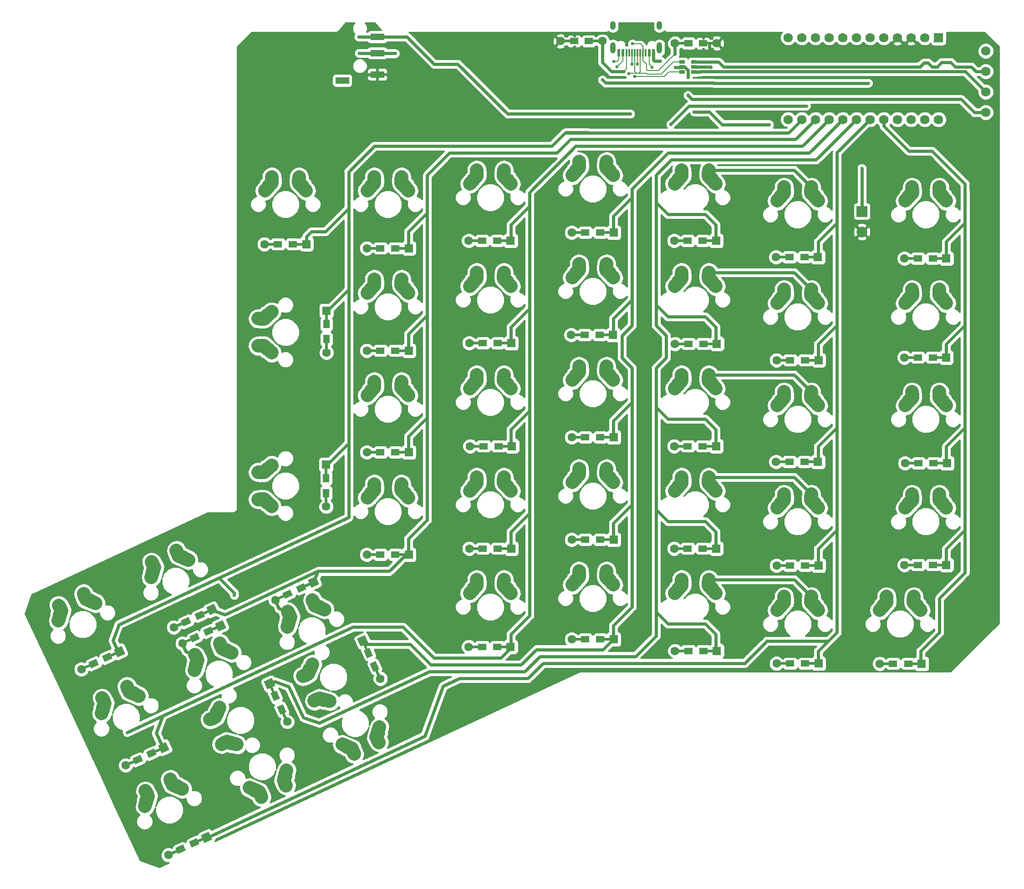
<source format=gtl>
G04 #@! TF.GenerationSoftware,KiCad,Pcbnew,(5.0.2)-1*
G04 #@! TF.CreationDate,2019-05-02T18:10:05+05:30*
G04 #@! TF.ProjectId,ErgodoxBle,4572676f-646f-4784-926c-652e6b696361,rev?*
G04 #@! TF.SameCoordinates,Original*
G04 #@! TF.FileFunction,Copper,L1,Top*
G04 #@! TF.FilePolarity,Positive*
%FSLAX46Y46*%
G04 Gerber Fmt 4.6, Leading zero omitted, Abs format (unit mm)*
G04 Created by KiCad (PCBNEW (5.0.2)-1) date 5/2/2019 6:10:05 PM*
%MOMM*%
%LPD*%
G01*
G04 APERTURE LIST*
G04 #@! TA.AperFunction,ComponentPad*
%ADD10R,1.752600X1.752600*%
G04 #@! TD*
G04 #@! TA.AperFunction,ComponentPad*
%ADD11C,1.752600*%
G04 #@! TD*
G04 #@! TA.AperFunction,ViaPad*
%ADD12C,0.600000*%
G04 #@! TD*
G04 #@! TA.AperFunction,ComponentPad*
%ADD13O,1.000000X1.600000*%
G04 #@! TD*
G04 #@! TA.AperFunction,ComponentPad*
%ADD14O,1.000000X2.100000*%
G04 #@! TD*
G04 #@! TA.AperFunction,SMDPad,CuDef*
%ADD15R,0.300000X1.450000*%
G04 #@! TD*
G04 #@! TA.AperFunction,SMDPad,CuDef*
%ADD16R,0.600000X1.450000*%
G04 #@! TD*
G04 #@! TA.AperFunction,SMDPad,CuDef*
%ADD17C,2.500000*%
G04 #@! TD*
G04 #@! TA.AperFunction,Conductor*
%ADD18C,2.500000*%
G04 #@! TD*
G04 #@! TA.AperFunction,ComponentPad*
%ADD19C,2.000000*%
G04 #@! TD*
G04 #@! TA.AperFunction,Conductor*
%ADD20C,0.500000*%
G04 #@! TD*
G04 #@! TA.AperFunction,Conductor*
%ADD21C,0.100000*%
G04 #@! TD*
G04 #@! TA.AperFunction,ComponentPad*
%ADD22C,1.600000*%
G04 #@! TD*
G04 #@! TA.AperFunction,SMDPad,CuDef*
%ADD23C,1.200000*%
G04 #@! TD*
G04 #@! TA.AperFunction,SMDPad,CuDef*
%ADD24R,1.600000X1.200000*%
G04 #@! TD*
G04 #@! TA.AperFunction,ComponentPad*
%ADD25R,1.600000X1.600000*%
G04 #@! TD*
G04 #@! TA.AperFunction,Conductor*
%ADD26R,2.900000X0.500000*%
G04 #@! TD*
G04 #@! TA.AperFunction,SMDPad,CuDef*
%ADD27R,1.200000X1.600000*%
G04 #@! TD*
G04 #@! TA.AperFunction,Conductor*
%ADD28R,0.500000X2.900000*%
G04 #@! TD*
G04 #@! TA.AperFunction,SMDPad,CuDef*
%ADD29R,1.500000X1.200000*%
G04 #@! TD*
G04 #@! TA.AperFunction,SMDPad,CuDef*
%ADD30R,2.500000X1.200000*%
G04 #@! TD*
G04 #@! TA.AperFunction,ComponentPad*
%ADD31R,1.998980X1.998980*%
G04 #@! TD*
G04 #@! TA.AperFunction,ComponentPad*
%ADD32C,1.998980*%
G04 #@! TD*
G04 #@! TA.AperFunction,SMDPad,CuDef*
%ADD33R,1.060000X0.650000*%
G04 #@! TD*
G04 #@! TA.AperFunction,ViaPad*
%ADD34C,0.609600*%
G04 #@! TD*
G04 #@! TA.AperFunction,Conductor*
%ADD35C,0.609600*%
G04 #@! TD*
G04 #@! TA.AperFunction,Conductor*
%ADD36C,0.600000*%
G04 #@! TD*
G04 #@! TA.AperFunction,Conductor*
%ADD37C,1.016000*%
G04 #@! TD*
G04 #@! TA.AperFunction,Conductor*
%ADD38C,0.203200*%
G04 #@! TD*
G04 #@! TA.AperFunction,Conductor*
%ADD39C,0.254000*%
G04 #@! TD*
G04 APERTURE END LIST*
D10*
G04 #@! TO.P,proMicro1,1*
G04 #@! TO.N,Net-(proMicro1-Pad1)*
X193814700Y-34079180D03*
D11*
G04 #@! TO.P,proMicro1,2*
G04 #@! TO.N,Net-(proMicro1-Pad2)*
X191274700Y-34079180D03*
G04 #@! TO.P,proMicro1,3*
G04 #@! TO.N,GND*
X188734700Y-34079180D03*
G04 #@! TO.P,proMicro1,4*
X186194700Y-34079180D03*
G04 #@! TO.P,proMicro1,5*
G04 #@! TO.N,/scl*
X183654700Y-34079180D03*
G04 #@! TO.P,proMicro1,6*
G04 #@! TO.N,Net-(proMicro1-Pad6)*
X181114700Y-34079180D03*
G04 #@! TO.P,proMicro1,7*
G04 #@! TO.N,/ROW0*
X178574700Y-34079180D03*
G04 #@! TO.P,proMicro1,8*
G04 #@! TO.N,/ROW1*
X176034700Y-34079180D03*
G04 #@! TO.P,proMicro1,9*
G04 #@! TO.N,/ROW2*
X173494700Y-34079180D03*
G04 #@! TO.P,proMicro1,10*
G04 #@! TO.N,/ROW3*
X170954700Y-34079180D03*
G04 #@! TO.P,proMicro1,11*
G04 #@! TO.N,/ROW4*
X168414700Y-34079180D03*
G04 #@! TO.P,proMicro1,13*
G04 #@! TO.N,Net-(proMicro1-Pad13)*
X165874700Y-49319180D03*
G04 #@! TO.P,proMicro1,14*
G04 #@! TO.N,/COL6*
X168414700Y-49319180D03*
G04 #@! TO.P,proMicro1,15*
G04 #@! TO.N,/COL5*
X170954700Y-49319180D03*
G04 #@! TO.P,proMicro1,16*
G04 #@! TO.N,/COL4*
X173494700Y-49319180D03*
G04 #@! TO.P,proMicro1,17*
G04 #@! TO.N,/COL10*
X176034700Y-49319180D03*
G04 #@! TO.P,proMicro1,18*
G04 #@! TO.N,/COL11*
X178574700Y-49319180D03*
G04 #@! TO.P,proMicro1,19*
G04 #@! TO.N,/COL1*
X181114700Y-49319180D03*
G04 #@! TO.P,proMicro1,20*
G04 #@! TO.N,/COL0*
X183654700Y-49319180D03*
G04 #@! TO.P,proMicro1,21*
G04 #@! TO.N,/Vcc*
X186194700Y-49319180D03*
G04 #@! TO.P,proMicro1,22*
G04 #@! TO.N,Net-(proMicro1-Pad22)*
X188734700Y-49319180D03*
G04 #@! TO.P,proMicro1,23*
G04 #@! TO.N,Net-(proMicro1-Pad23)*
X191274700Y-49319180D03*
G04 #@! TO.P,proMicro1,12*
G04 #@! TO.N,/ROW5*
X165874700Y-34079180D03*
G04 #@! TO.P,proMicro1,24*
G04 #@! TO.N,Net-(proMicro1-Pad24)*
X193814700Y-49319180D03*
G04 #@! TD*
D12*
G04 #@! TO.N,GND*
G04 #@! TO.C,REF\002A\002A*
X170159680Y-36822380D03*
G04 #@! TD*
G04 #@! TO.N,GND*
G04 #@! TO.C,REF\002A\002A*
X177101500Y-46916340D03*
G04 #@! TD*
G04 #@! TO.N,GND*
G04 #@! TO.C,REF\002A\002A*
X162140900Y-48503840D03*
G04 #@! TD*
G04 #@! TO.N,GND*
G04 #@! TO.C,REF\002A\002A*
X159763460Y-36936680D03*
G04 #@! TD*
G04 #@! TO.N,GND*
G04 #@! TO.C,REF\002A\002A*
X150469600Y-44043600D03*
G04 #@! TD*
G04 #@! TO.N,GND*
G04 #@! TO.C,REF\002A\002A*
X196042280Y-36195000D03*
G04 #@! TD*
G04 #@! TO.N,GND*
G04 #@! TO.C,REF\002A\002A*
X172420280Y-57858660D03*
G04 #@! TD*
G04 #@! TO.N,GND*
G04 #@! TO.C,REF\002A\002A*
X150329900Y-49222660D03*
G04 #@! TD*
G04 #@! TO.N,GND*
G04 #@! TO.C,REF\002A\002A*
X135061960Y-86997540D03*
G04 #@! TD*
G04 #@! TO.N,GND*
G04 #@! TO.C,REF\002A\002A*
X142651480Y-60540900D03*
G04 #@! TD*
G04 #@! TO.N,GND*
G04 #@! TO.C,REF\002A\002A*
X61645800Y-175115220D03*
G04 #@! TD*
G04 #@! TO.N,GND*
G04 #@! TO.C,REF\002A\002A*
X91511120Y-145577560D03*
G04 #@! TD*
G04 #@! TO.N,GND*
G04 #@! TO.C,REF\002A\002A*
X162575240Y-136880600D03*
G04 #@! TD*
G04 #@! TO.N,GND*
G04 #@! TO.C,REF\002A\002A*
X95105220Y-159026860D03*
G04 #@! TD*
G04 #@! TO.N,GND*
G04 #@! TO.C,REF\002A\002A*
X121033540Y-125747780D03*
G04 #@! TD*
G04 #@! TO.N,GND*
G04 #@! TO.C,REF\002A\002A*
X153748740Y-105521760D03*
G04 #@! TD*
G04 #@! TO.N,GND*
G04 #@! TO.C,REF\002A\002A*
X76817220Y-170964860D03*
G04 #@! TD*
G04 #@! TO.N,GND*
G04 #@! TO.C,REF\002A\002A*
X167307260Y-91142820D03*
G04 #@! TD*
G04 #@! TO.N,GND*
G04 #@! TO.C,REF\002A\002A*
X67729100Y-146011900D03*
G04 #@! TD*
G04 #@! TO.N,GND*
G04 #@! TO.C,REF\002A\002A*
X91927680Y-108143040D03*
G04 #@! TD*
G04 #@! TO.N,GND*
G04 #@! TO.C,REF\002A\002A*
X153616660Y-125072140D03*
G04 #@! TD*
G04 #@! TO.N,GND*
G04 #@! TO.C,REF\002A\002A*
X155684220Y-144373600D03*
G04 #@! TD*
G04 #@! TO.N,GND*
G04 #@! TO.C,REF\002A\002A*
X120710960Y-70007480D03*
G04 #@! TD*
G04 #@! TO.N,GND*
G04 #@! TO.C,REF\002A\002A*
X167858440Y-128920240D03*
G04 #@! TD*
G04 #@! TO.N,GND*
G04 #@! TO.C,REF\002A\002A*
X139593320Y-117977920D03*
G04 #@! TD*
G04 #@! TO.N,GND*
G04 #@! TO.C,REF\002A\002A*
X148978620Y-69171820D03*
G04 #@! TD*
G04 #@! TO.N,GND*
G04 #@! TO.C,REF\002A\002A*
X120467120Y-103477060D03*
G04 #@! TD*
G04 #@! TO.N,GND*
G04 #@! TO.C,REF\002A\002A*
X137896600Y-57279540D03*
G04 #@! TD*
G04 #@! TO.N,GND*
G04 #@! TO.C,REF\002A\002A*
X142128240Y-146964400D03*
G04 #@! TD*
G04 #@! TO.N,GND*
G04 #@! TO.C,REF\002A\002A*
X167538400Y-110556040D03*
G04 #@! TD*
G04 #@! TO.N,GND*
G04 #@! TO.C,REF\002A\002A*
X92557600Y-56159400D03*
G04 #@! TD*
G04 #@! TO.N,GND*
G04 #@! TO.C,REF\002A\002A*
X147830540Y-88282780D03*
G04 #@! TD*
G04 #@! TO.N,GND*
G04 #@! TO.C,REF\002A\002A*
X167185340Y-72024240D03*
G04 #@! TD*
G04 #@! TO.N,GND*
G04 #@! TO.C,REF\002A\002A*
X91417140Y-69938900D03*
G04 #@! TD*
G04 #@! TO.N,GND*
G04 #@! TO.C,REF\002A\002A*
X101914960Y-118054120D03*
G04 #@! TD*
G04 #@! TO.N,GND*
G04 #@! TO.C,REF\002A\002A*
X91577160Y-126342140D03*
G04 #@! TD*
G04 #@! TO.N,GND*
G04 #@! TO.C,REF\002A\002A*
X152669240Y-65961260D03*
G04 #@! TD*
G04 #@! TO.N,GND*
G04 #@! TO.C,REF\002A\002A*
X91089480Y-88673940D03*
G04 #@! TD*
D13*
G04 #@! TO.P,USB_C1,13*
G04 #@! TO.N,Net-(USB_C1-Pad13)*
X133271800Y-31810000D03*
X141911800Y-31810000D03*
D14*
X133271800Y-35990000D03*
X141911800Y-35990000D03*
D15*
G04 #@! TO.P,USB_C1,6*
G04 #@! TO.N,/D_IN+*
X137841800Y-36905000D03*
G04 #@! TO.P,USB_C1,7*
G04 #@! TO.N,/D_IN-*
X137341800Y-36905000D03*
G04 #@! TO.P,USB_C1,8*
G04 #@! TO.N,/D_IN+*
X136841800Y-36905000D03*
G04 #@! TO.P,USB_C1,5*
G04 #@! TO.N,/D_IN-*
X138341800Y-36905000D03*
G04 #@! TO.P,USB_C1,9*
G04 #@! TO.N,Net-(USB_C1-Pad9)*
X136341800Y-36905000D03*
G04 #@! TO.P,USB_C1,4*
G04 #@! TO.N,/CC1*
X138841800Y-36905000D03*
G04 #@! TO.P,USB_C1,10*
G04 #@! TO.N,/CC2*
X135841800Y-36905000D03*
G04 #@! TO.P,USB_C1,3*
G04 #@! TO.N,Net-(USB_C1-Pad3)*
X139341800Y-36905000D03*
D16*
G04 #@! TO.P,USB_C1,2*
G04 #@! TO.N,/VUSB*
X140041800Y-36905000D03*
G04 #@! TO.P,USB_C1,11*
X135141800Y-36905000D03*
G04 #@! TO.P,USB_C1,1*
G04 #@! TO.N,/GND_USB*
X140816800Y-36905000D03*
G04 #@! TO.P,USB_C1,12*
X134366800Y-36905000D03*
G04 #@! TD*
D17*
G04 #@! TO.P,SW3:13,2*
G04 #@! TO.N,/ROW3*
X193972500Y-100312660D03*
D18*
G04 #@! TD*
G04 #@! TO.N,/ROW3*
G04 #@! TO.C,SW3:13*
X193992499Y-100022660D02*
X193952501Y-100602660D01*
D19*
G04 #@! TO.P,SW3:13,2*
G04 #@! TO.N,/ROW3*
X193952500Y-100602660D03*
X193992500Y-100022660D03*
G04 #@! TO.P,SW3:13,1*
G04 #@! TO.N,Net-(D3:0-Pad2)*
X188952500Y-101102660D03*
X187642500Y-102562660D03*
G04 #@! TO.P,SW3:13,2*
G04 #@! TO.N,/ROW3*
X193952500Y-101102660D03*
X195262500Y-102562660D03*
G04 #@! TO.P,SW3:13,1*
G04 #@! TO.N,Net-(D3:0-Pad2)*
X188952500Y-100602660D03*
X188912500Y-100022660D03*
D17*
X188297500Y-101832660D03*
D18*
G04 #@! TD*
G04 #@! TO.N,Net-(D3:0-Pad2)*
G04 #@! TO.C,SW3:13*
X187642505Y-102562664D02*
X188952495Y-101102656D01*
D17*
G04 #@! TO.P,SW3:13,1*
G04 #@! TO.N,Net-(D3:0-Pad2)*
X188932500Y-100312660D03*
D18*
G04 #@! TD*
G04 #@! TO.N,Net-(D3:0-Pad2)*
G04 #@! TO.C,SW3:13*
X188912501Y-100022660D02*
X188952499Y-100602660D01*
D17*
G04 #@! TO.P,SW3:13,2*
G04 #@! TO.N,/ROW3*
X194607500Y-101832660D03*
D18*
G04 #@! TD*
G04 #@! TO.N,/ROW3*
G04 #@! TO.C,SW3:13*
X195262495Y-102562664D02*
X193952505Y-101102656D01*
D17*
G04 #@! TO.P,SW2:13,2*
G04 #@! TO.N,/ROW2*
X193972500Y-119362660D03*
D18*
G04 #@! TD*
G04 #@! TO.N,/ROW2*
G04 #@! TO.C,SW2:13*
X193992499Y-119072660D02*
X193952501Y-119652660D01*
D19*
G04 #@! TO.P,SW2:13,2*
G04 #@! TO.N,/ROW2*
X193952500Y-119652660D03*
X193992500Y-119072660D03*
G04 #@! TO.P,SW2:13,1*
G04 #@! TO.N,Net-(D2:0-Pad2)*
X188952500Y-120152660D03*
X187642500Y-121612660D03*
G04 #@! TO.P,SW2:13,2*
G04 #@! TO.N,/ROW2*
X193952500Y-120152660D03*
X195262500Y-121612660D03*
G04 #@! TO.P,SW2:13,1*
G04 #@! TO.N,Net-(D2:0-Pad2)*
X188952500Y-119652660D03*
X188912500Y-119072660D03*
D17*
X188297500Y-120882660D03*
D18*
G04 #@! TD*
G04 #@! TO.N,Net-(D2:0-Pad2)*
G04 #@! TO.C,SW2:13*
X187642505Y-121612664D02*
X188952495Y-120152656D01*
D17*
G04 #@! TO.P,SW2:13,1*
G04 #@! TO.N,Net-(D2:0-Pad2)*
X188932500Y-119362660D03*
D18*
G04 #@! TD*
G04 #@! TO.N,Net-(D2:0-Pad2)*
G04 #@! TO.C,SW2:13*
X188912501Y-119072660D02*
X188952499Y-119652660D01*
D17*
G04 #@! TO.P,SW2:13,2*
G04 #@! TO.N,/ROW2*
X194607500Y-120882660D03*
D18*
G04 #@! TD*
G04 #@! TO.N,/ROW2*
G04 #@! TO.C,SW2:13*
X195262495Y-121612664D02*
X193952505Y-120152656D01*
D20*
G04 #@! TO.N,/COL1*
G04 #@! TO.C,D0:1*
X56436349Y-183492233D03*
D21*
G36*
X55227857Y-184331606D02*
X55016548Y-183878453D01*
X57644841Y-182652860D01*
X57856150Y-183106013D01*
X55227857Y-184331606D01*
X55227857Y-184331606D01*
G37*
D20*
G04 #@! TO.N,Net-(D0:1-Pad2)*
X51904811Y-185605327D03*
D21*
G36*
X50696319Y-186444700D02*
X50485010Y-185991547D01*
X53113303Y-184765954D01*
X53324612Y-185219107D01*
X50696319Y-186444700D01*
X50696319Y-186444700D01*
G37*
D22*
G04 #@! TD*
G04 #@! TO.P,D0:1,1*
G04 #@! TO.N,/COL1*
X57705180Y-182900569D03*
D21*
G04 #@! TO.N,/COL1*
G04 #@! TO.C,D0:1*
G36*
X57318228Y-183963710D02*
X56642039Y-182513617D01*
X58092132Y-181837428D01*
X58768321Y-183287521D01*
X57318228Y-183963710D01*
X57318228Y-183963710D01*
G37*
D22*
G04 #@! TD*
G04 #@! TO.P,D0:1,2*
G04 #@! TO.N,Net-(D0:1-Pad2)*
X50635980Y-186196991D03*
D23*
G04 #@! TO.P,D0:1,2*
G04 #@! TO.N,Net-(D0:1-Pad2)*
X52901749Y-185140446D03*
D21*
G04 #@! TD*
G04 #@! TO.N,Net-(D0:1-Pad2)*
G04 #@! TO.C,D0:1*
G36*
X52430274Y-186022325D02*
X51923132Y-184934756D01*
X53373224Y-184258567D01*
X53880366Y-185346136D01*
X52430274Y-186022325D01*
X52430274Y-186022325D01*
G37*
D23*
G04 #@! TO.P,D0:1,1*
G04 #@! TO.N,/COL1*
X55439411Y-183957114D03*
D21*
G04 #@! TD*
G04 #@! TO.N,/COL1*
G04 #@! TO.C,D0:1*
G36*
X54967936Y-184838993D02*
X54460794Y-183751424D01*
X55910886Y-183075235D01*
X56418028Y-184162804D01*
X54967936Y-184838993D01*
X54967936Y-184838993D01*
G37*
D23*
G04 #@! TO.P,D0:2,1*
G04 #@! TO.N,/COL11*
X70487788Y-156587000D03*
D21*
G04 #@! TD*
G04 #@! TO.N,/COL11*
G04 #@! TO.C,D0:2*
G36*
X71369667Y-157058475D02*
X70282098Y-157565617D01*
X69605909Y-156115525D01*
X70693478Y-155608383D01*
X71369667Y-157058475D01*
X71369667Y-157058475D01*
G37*
D23*
G04 #@! TO.P,D0:2,2*
G04 #@! TO.N,Net-(D0:2-Pad2)*
X71671120Y-159124662D03*
D21*
G04 #@! TD*
G04 #@! TO.N,Net-(D0:2-Pad2)*
G04 #@! TO.C,D0:2*
G36*
X72552999Y-159596137D02*
X71465430Y-160103279D01*
X70789241Y-158653187D01*
X71876810Y-158146045D01*
X72552999Y-159596137D01*
X72552999Y-159596137D01*
G37*
D22*
G04 #@! TO.P,D0:2,2*
G04 #@! TO.N,Net-(D0:2-Pad2)*
X72727665Y-161390431D03*
G04 #@! TO.P,D0:2,1*
G04 #@! TO.N,/COL11*
X69431243Y-154321231D03*
D21*
G04 #@! TD*
G04 #@! TO.N,/COL11*
G04 #@! TO.C,D0:2*
G36*
X70494384Y-154708183D02*
X69044291Y-155384372D01*
X68368102Y-153934279D01*
X69818195Y-153258090D01*
X70494384Y-154708183D01*
X70494384Y-154708183D01*
G37*
D20*
G04 #@! TO.N,Net-(D0:2-Pad2)*
G04 #@! TO.C,D0:2*
X72136001Y-160121600D03*
D21*
G36*
X72975374Y-161330092D02*
X72522221Y-161541401D01*
X71296628Y-158913108D01*
X71749781Y-158701799D01*
X72975374Y-161330092D01*
X72975374Y-161330092D01*
G37*
D20*
G04 #@! TO.N,/COL11*
X70022907Y-155590062D03*
D21*
G36*
X70862280Y-156798554D02*
X70409127Y-157009863D01*
X69183534Y-154381570D01*
X69636687Y-154170261D01*
X70862280Y-156798554D01*
X70862280Y-156798554D01*
G37*
G04 #@! TD*
D20*
G04 #@! TO.N,/COL10*
G04 #@! TO.C,D0:3*
X87335453Y-147594231D03*
D21*
G36*
X88174826Y-148802723D02*
X87721673Y-149014032D01*
X86496080Y-146385739D01*
X86949233Y-146174430D01*
X88174826Y-148802723D01*
X88174826Y-148802723D01*
G37*
D20*
G04 #@! TO.N,Net-(D0:3-Pad2)*
X89448547Y-152125769D03*
D21*
G36*
X90287920Y-153334261D02*
X89834767Y-153545570D01*
X88609174Y-150917277D01*
X89062327Y-150705968D01*
X90287920Y-153334261D01*
X90287920Y-153334261D01*
G37*
D22*
G04 #@! TD*
G04 #@! TO.P,D0:3,1*
G04 #@! TO.N,/COL10*
X86743789Y-146325400D03*
D21*
G04 #@! TO.N,/COL10*
G04 #@! TO.C,D0:3*
G36*
X87806930Y-146712352D02*
X86356837Y-147388541D01*
X85680648Y-145938448D01*
X87130741Y-145262259D01*
X87806930Y-146712352D01*
X87806930Y-146712352D01*
G37*
D22*
G04 #@! TD*
G04 #@! TO.P,D0:3,2*
G04 #@! TO.N,Net-(D0:3-Pad2)*
X90040211Y-153394600D03*
D23*
G04 #@! TO.P,D0:3,2*
G04 #@! TO.N,Net-(D0:3-Pad2)*
X88983666Y-151128831D03*
D21*
G04 #@! TD*
G04 #@! TO.N,Net-(D0:3-Pad2)*
G04 #@! TO.C,D0:3*
G36*
X89865545Y-151600306D02*
X88777976Y-152107448D01*
X88101787Y-150657356D01*
X89189356Y-150150214D01*
X89865545Y-151600306D01*
X89865545Y-151600306D01*
G37*
D23*
G04 #@! TO.P,D0:3,1*
G04 #@! TO.N,/COL10*
X87800334Y-148591169D03*
D21*
G04 #@! TD*
G04 #@! TO.N,/COL10*
G04 #@! TO.C,D0:3*
G36*
X88682213Y-149062644D02*
X87594644Y-149569786D01*
X86918455Y-148119694D01*
X88006024Y-147612552D01*
X88682213Y-149062644D01*
X88682213Y-149062644D01*
G37*
D23*
G04 #@! TO.P,D0:4,1*
G04 #@! TO.N,/COL4*
X47476600Y-167261788D03*
D21*
G04 #@! TD*
G04 #@! TO.N,/COL4*
G04 #@! TO.C,D0:4*
G36*
X47005125Y-168143667D02*
X46497983Y-167056098D01*
X47948075Y-166379909D01*
X48455217Y-167467478D01*
X47005125Y-168143667D01*
X47005125Y-168143667D01*
G37*
D23*
G04 #@! TO.P,D0:4,2*
G04 #@! TO.N,Net-(D0:4-Pad2)*
X44938938Y-168445120D03*
D21*
G04 #@! TD*
G04 #@! TO.N,Net-(D0:4-Pad2)*
G04 #@! TO.C,D0:4*
G36*
X44467463Y-169326999D02*
X43960321Y-168239430D01*
X45410413Y-167563241D01*
X45917555Y-168650810D01*
X44467463Y-169326999D01*
X44467463Y-169326999D01*
G37*
D22*
G04 #@! TO.P,D0:4,2*
G04 #@! TO.N,Net-(D0:4-Pad2)*
X42673169Y-169501665D03*
G04 #@! TO.P,D0:4,1*
G04 #@! TO.N,/COL4*
X49742369Y-166205243D03*
D21*
G04 #@! TD*
G04 #@! TO.N,/COL4*
G04 #@! TO.C,D0:4*
G36*
X49355417Y-167268384D02*
X48679228Y-165818291D01*
X50129321Y-165142102D01*
X50805510Y-166592195D01*
X49355417Y-167268384D01*
X49355417Y-167268384D01*
G37*
D20*
G04 #@! TO.N,Net-(D0:4-Pad2)*
G04 #@! TO.C,D0:4*
X43942000Y-168910001D03*
D21*
G36*
X42733508Y-169749374D02*
X42522199Y-169296221D01*
X45150492Y-168070628D01*
X45361801Y-168523781D01*
X42733508Y-169749374D01*
X42733508Y-169749374D01*
G37*
D20*
G04 #@! TO.N,/COL4*
X48473538Y-166796907D03*
D21*
G36*
X47265046Y-167636280D02*
X47053737Y-167183127D01*
X49682030Y-165957534D01*
X49893339Y-166410687D01*
X47265046Y-167636280D01*
X47265046Y-167636280D01*
G37*
G04 #@! TD*
D20*
G04 #@! TO.N,/COL5*
G04 #@! TO.C,D0:5*
X57439738Y-141117507D03*
D21*
G36*
X56231246Y-141956880D02*
X56019937Y-141503727D01*
X58648230Y-140278134D01*
X58859539Y-140731287D01*
X56231246Y-141956880D01*
X56231246Y-141956880D01*
G37*
D20*
G04 #@! TO.N,Net-(D0:5-Pad2)*
X52908200Y-143230601D03*
D21*
G36*
X51699708Y-144069974D02*
X51488399Y-143616821D01*
X54116692Y-142391228D01*
X54328001Y-142844381D01*
X51699708Y-144069974D01*
X51699708Y-144069974D01*
G37*
D22*
G04 #@! TD*
G04 #@! TO.P,D0:5,1*
G04 #@! TO.N,/COL5*
X58708569Y-140525843D03*
D21*
G04 #@! TO.N,/COL5*
G04 #@! TO.C,D0:5*
G36*
X58321617Y-141588984D02*
X57645428Y-140138891D01*
X59095521Y-139462702D01*
X59771710Y-140912795D01*
X58321617Y-141588984D01*
X58321617Y-141588984D01*
G37*
D22*
G04 #@! TD*
G04 #@! TO.P,D0:5,2*
G04 #@! TO.N,Net-(D0:5-Pad2)*
X51639369Y-143822265D03*
D23*
G04 #@! TO.P,D0:5,2*
G04 #@! TO.N,Net-(D0:5-Pad2)*
X53905138Y-142765720D03*
D21*
G04 #@! TD*
G04 #@! TO.N,Net-(D0:5-Pad2)*
G04 #@! TO.C,D0:5*
G36*
X53433663Y-143647599D02*
X52926521Y-142560030D01*
X54376613Y-141883841D01*
X54883755Y-142971410D01*
X53433663Y-143647599D01*
X53433663Y-143647599D01*
G37*
D23*
G04 #@! TO.P,D0:5,1*
G04 #@! TO.N,/COL5*
X56442800Y-141582388D03*
D21*
G04 #@! TD*
G04 #@! TO.N,/COL5*
G04 #@! TO.C,D0:5*
G36*
X55971325Y-142464267D02*
X55464183Y-141376698D01*
X56914275Y-140700509D01*
X57421417Y-141788078D01*
X55971325Y-142464267D01*
X55971325Y-142464267D01*
G37*
D23*
G04 #@! TO.P,D0:6,1*
G04 #@! TO.N,/COL6*
X39241831Y-149395334D03*
D21*
G04 #@! TD*
G04 #@! TO.N,/COL6*
G04 #@! TO.C,D0:6*
G36*
X38770356Y-150277213D02*
X38263214Y-149189644D01*
X39713306Y-148513455D01*
X40220448Y-149601024D01*
X38770356Y-150277213D01*
X38770356Y-150277213D01*
G37*
D23*
G04 #@! TO.P,D0:6,2*
G04 #@! TO.N,Net-(D0:6-Pad2)*
X36704169Y-150578666D03*
D21*
G04 #@! TD*
G04 #@! TO.N,Net-(D0:6-Pad2)*
G04 #@! TO.C,D0:6*
G36*
X36232694Y-151460545D02*
X35725552Y-150372976D01*
X37175644Y-149696787D01*
X37682786Y-150784356D01*
X36232694Y-151460545D01*
X36232694Y-151460545D01*
G37*
D22*
G04 #@! TO.P,D0:6,2*
G04 #@! TO.N,Net-(D0:6-Pad2)*
X34438400Y-151635211D03*
G04 #@! TO.P,D0:6,1*
G04 #@! TO.N,/COL6*
X41507600Y-148338789D03*
D21*
G04 #@! TD*
G04 #@! TO.N,/COL6*
G04 #@! TO.C,D0:6*
G36*
X41120648Y-149401930D02*
X40444459Y-147951837D01*
X41894552Y-147275648D01*
X42570741Y-148725741D01*
X41120648Y-149401930D01*
X41120648Y-149401930D01*
G37*
D20*
G04 #@! TO.N,Net-(D0:6-Pad2)*
G04 #@! TO.C,D0:6*
X35707231Y-151043547D03*
D21*
G36*
X34498739Y-151882920D02*
X34287430Y-151429767D01*
X36915723Y-150204174D01*
X37127032Y-150657327D01*
X34498739Y-151882920D01*
X34498739Y-151882920D01*
G37*
D20*
G04 #@! TO.N,/COL6*
X40238769Y-148930453D03*
D21*
G36*
X39030277Y-149769826D02*
X38818968Y-149316673D01*
X41447261Y-148091080D01*
X41658570Y-148544233D01*
X39030277Y-149769826D01*
X39030277Y-149769826D01*
G37*
G04 #@! TD*
D24*
G04 #@! TO.P,D1:0,1*
G04 #@! TO.N,/COL0*
X188183980Y-150588980D03*
G04 #@! TO.P,D1:0,2*
G04 #@! TO.N,Net-(D1:0-Pad2)*
X185383980Y-150588980D03*
D22*
X182883980Y-150588980D03*
D25*
G04 #@! TO.P,D1:0,1*
G04 #@! TO.N,/COL0*
X190683980Y-150588980D03*
D26*
G04 #@! TD*
G04 #@! TO.N,Net-(D1:0-Pad2)*
G04 #@! TO.C,D1:0*
X184283980Y-150588980D03*
G04 #@! TO.N,/COL0*
G04 #@! TO.C,D1:0*
X189283980Y-150588980D03*
G04 #@! TD*
D24*
G04 #@! TO.P,D1:2,1*
G04 #@! TO.N,/COL11*
X150117000Y-148209000D03*
G04 #@! TO.P,D1:2,2*
G04 #@! TO.N,Net-(D1:2-Pad2)*
X147317000Y-148209000D03*
D22*
X144817000Y-148209000D03*
D25*
G04 #@! TO.P,D1:2,1*
G04 #@! TO.N,/COL11*
X152617000Y-148209000D03*
D26*
G04 #@! TD*
G04 #@! TO.N,Net-(D1:2-Pad2)*
G04 #@! TO.C,D1:2*
X146217000Y-148209000D03*
G04 #@! TO.N,/COL11*
G04 #@! TO.C,D1:2*
X151217000Y-148209000D03*
G04 #@! TD*
G04 #@! TO.N,/COL10*
G04 #@! TO.C,D1:3*
X132040000Y-146050000D03*
G04 #@! TO.N,Net-(D1:3-Pad2)*
X127040000Y-146050000D03*
D25*
G04 #@! TD*
G04 #@! TO.P,D1:3,1*
G04 #@! TO.N,/COL10*
X133440000Y-146050000D03*
D22*
G04 #@! TO.P,D1:3,2*
G04 #@! TO.N,Net-(D1:3-Pad2)*
X125640000Y-146050000D03*
D24*
X128140000Y-146050000D03*
G04 #@! TO.P,D1:3,1*
G04 #@! TO.N,/COL10*
X130940000Y-146050000D03*
G04 #@! TD*
G04 #@! TO.P,D1:4,1*
G04 #@! TO.N,/COL4*
X111763000Y-147447000D03*
G04 #@! TO.P,D1:4,2*
G04 #@! TO.N,Net-(D1:4-Pad2)*
X108963000Y-147447000D03*
D22*
X106463000Y-147447000D03*
D25*
G04 #@! TO.P,D1:4,1*
G04 #@! TO.N,/COL4*
X114263000Y-147447000D03*
D26*
G04 #@! TD*
G04 #@! TO.N,Net-(D1:4-Pad2)*
G04 #@! TO.C,D1:4*
X107863000Y-147447000D03*
G04 #@! TO.N,/COL4*
G04 #@! TO.C,D1:4*
X112863000Y-147447000D03*
G04 #@! TD*
D23*
G04 #@! TO.P,D1:5,1*
G04 #@! TO.N,/COL5*
X75309831Y-136484668D03*
D21*
G04 #@! TD*
G04 #@! TO.N,/COL5*
G04 #@! TO.C,D1:5*
G36*
X74838356Y-137366547D02*
X74331214Y-136278978D01*
X75781306Y-135602789D01*
X76288448Y-136690358D01*
X74838356Y-137366547D01*
X74838356Y-137366547D01*
G37*
D23*
G04 #@! TO.P,D1:5,2*
G04 #@! TO.N,Net-(D1:5-Pad2)*
X72772169Y-137668000D03*
D21*
G04 #@! TD*
G04 #@! TO.N,Net-(D1:5-Pad2)*
G04 #@! TO.C,D1:5*
G36*
X72300694Y-138549879D02*
X71793552Y-137462310D01*
X73243644Y-136786121D01*
X73750786Y-137873690D01*
X72300694Y-138549879D01*
X72300694Y-138549879D01*
G37*
D22*
G04 #@! TO.P,D1:5,2*
G04 #@! TO.N,Net-(D1:5-Pad2)*
X70506400Y-138724545D03*
G04 #@! TO.P,D1:5,1*
G04 #@! TO.N,/COL5*
X77575600Y-135428123D03*
D21*
G04 #@! TD*
G04 #@! TO.N,/COL5*
G04 #@! TO.C,D1:5*
G36*
X77188648Y-136491264D02*
X76512459Y-135041171D01*
X77962552Y-134364982D01*
X78638741Y-135815075D01*
X77188648Y-136491264D01*
X77188648Y-136491264D01*
G37*
D20*
G04 #@! TO.N,Net-(D1:5-Pad2)*
G04 #@! TO.C,D1:5*
X71775231Y-138132881D03*
D21*
G36*
X70566739Y-138972254D02*
X70355430Y-138519101D01*
X72983723Y-137293508D01*
X73195032Y-137746661D01*
X70566739Y-138972254D01*
X70566739Y-138972254D01*
G37*
D20*
G04 #@! TO.N,/COL5*
X76306769Y-136019787D03*
D21*
G36*
X75098277Y-136859160D02*
X74886968Y-136406007D01*
X77515261Y-135180414D01*
X77726570Y-135633567D01*
X75098277Y-136859160D01*
X75098277Y-136859160D01*
G37*
G04 #@! TD*
D20*
G04 #@! TO.N,/COL6*
G04 #@! TO.C,D1:6*
X59034769Y-144104453D03*
D21*
G36*
X57826277Y-144943826D02*
X57614968Y-144490673D01*
X60243261Y-143265080D01*
X60454570Y-143718233D01*
X57826277Y-144943826D01*
X57826277Y-144943826D01*
G37*
D20*
G04 #@! TO.N,Net-(D1:6-Pad2)*
X54503231Y-146217547D03*
D21*
G36*
X53294739Y-147056920D02*
X53083430Y-146603767D01*
X55711723Y-145378174D01*
X55923032Y-145831327D01*
X53294739Y-147056920D01*
X53294739Y-147056920D01*
G37*
D22*
G04 #@! TD*
G04 #@! TO.P,D1:6,1*
G04 #@! TO.N,/COL6*
X60303600Y-143512789D03*
D21*
G04 #@! TO.N,/COL6*
G04 #@! TO.C,D1:6*
G36*
X59916648Y-144575930D02*
X59240459Y-143125837D01*
X60690552Y-142449648D01*
X61366741Y-143899741D01*
X59916648Y-144575930D01*
X59916648Y-144575930D01*
G37*
D22*
G04 #@! TD*
G04 #@! TO.P,D1:6,2*
G04 #@! TO.N,Net-(D1:6-Pad2)*
X53234400Y-146809211D03*
D23*
G04 #@! TO.P,D1:6,2*
G04 #@! TO.N,Net-(D1:6-Pad2)*
X55500169Y-145752666D03*
D21*
G04 #@! TD*
G04 #@! TO.N,Net-(D1:6-Pad2)*
G04 #@! TO.C,D1:6*
G36*
X55028694Y-146634545D02*
X54521552Y-145546976D01*
X55971644Y-144870787D01*
X56478786Y-145958356D01*
X55028694Y-146634545D01*
X55028694Y-146634545D01*
G37*
D23*
G04 #@! TO.P,D1:6,1*
G04 #@! TO.N,/COL6*
X58037831Y-144569334D03*
D21*
G04 #@! TD*
G04 #@! TO.N,/COL6*
G04 #@! TO.C,D1:6*
G36*
X57566356Y-145451213D02*
X57059214Y-144363644D01*
X58509306Y-143687455D01*
X59016448Y-144775024D01*
X57566356Y-145451213D01*
X57566356Y-145451213D01*
G37*
D24*
G04 #@! TO.P,D1:!1,1*
G04 #@! TO.N,/COL1*
X169040000Y-150563580D03*
G04 #@! TO.P,D1:!1,2*
G04 #@! TO.N,Net-(D1:!1-Pad2)*
X166240000Y-150563580D03*
D22*
X163740000Y-150563580D03*
D25*
G04 #@! TO.P,D1:!1,1*
G04 #@! TO.N,/COL1*
X171540000Y-150563580D03*
D26*
G04 #@! TD*
G04 #@! TO.N,Net-(D1:!1-Pad2)*
G04 #@! TO.C,D1:!1*
X165140000Y-150563580D03*
G04 #@! TO.N,/COL1*
G04 #@! TO.C,D1:!1*
X170140000Y-150563580D03*
G04 #@! TD*
G04 #@! TO.N,/COL0*
G04 #@! TO.C,D2:0*
X193889000Y-132207000D03*
G04 #@! TO.N,Net-(D2:0-Pad2)*
X188889000Y-132207000D03*
D25*
G04 #@! TD*
G04 #@! TO.P,D2:0,1*
G04 #@! TO.N,/COL0*
X195289000Y-132207000D03*
D22*
G04 #@! TO.P,D2:0,2*
G04 #@! TO.N,Net-(D2:0-Pad2)*
X187489000Y-132207000D03*
D24*
X189989000Y-132207000D03*
G04 #@! TO.P,D2:0,1*
G04 #@! TO.N,/COL0*
X192789000Y-132207000D03*
G04 #@! TD*
D26*
G04 #@! TO.N,/COL1*
G04 #@! TO.C,D2:1*
X170140000Y-132334000D03*
G04 #@! TO.N,Net-(D2:1-Pad2)*
X165140000Y-132334000D03*
D25*
G04 #@! TD*
G04 #@! TO.P,D2:1,1*
G04 #@! TO.N,/COL1*
X171540000Y-132334000D03*
D22*
G04 #@! TO.P,D2:1,2*
G04 #@! TO.N,Net-(D2:1-Pad2)*
X163740000Y-132334000D03*
D24*
X166240000Y-132334000D03*
G04 #@! TO.P,D2:1,1*
G04 #@! TO.N,/COL1*
X169040000Y-132334000D03*
G04 #@! TD*
G04 #@! TO.P,D2:2,1*
G04 #@! TO.N,/COL11*
X149990000Y-129159000D03*
G04 #@! TO.P,D2:2,2*
G04 #@! TO.N,Net-(D2:2-Pad2)*
X147190000Y-129159000D03*
D22*
X144690000Y-129159000D03*
D25*
G04 #@! TO.P,D2:2,1*
G04 #@! TO.N,/COL11*
X152490000Y-129159000D03*
D26*
G04 #@! TD*
G04 #@! TO.N,Net-(D2:2-Pad2)*
G04 #@! TO.C,D2:2*
X146090000Y-129159000D03*
G04 #@! TO.N,/COL11*
G04 #@! TO.C,D2:2*
X151090000Y-129159000D03*
G04 #@! TD*
G04 #@! TO.N,/COL10*
G04 #@! TO.C,D2:3*
X132040000Y-127508000D03*
G04 #@! TO.N,Net-(D2:3-Pad2)*
X127040000Y-127508000D03*
D25*
G04 #@! TD*
G04 #@! TO.P,D2:3,1*
G04 #@! TO.N,/COL10*
X133440000Y-127508000D03*
D22*
G04 #@! TO.P,D2:3,2*
G04 #@! TO.N,Net-(D2:3-Pad2)*
X125640000Y-127508000D03*
D24*
X128140000Y-127508000D03*
G04 #@! TO.P,D2:3,1*
G04 #@! TO.N,/COL10*
X130940000Y-127508000D03*
G04 #@! TD*
G04 #@! TO.P,D2:4,1*
G04 #@! TO.N,/COL4*
X111890000Y-129159000D03*
G04 #@! TO.P,D2:4,2*
G04 #@! TO.N,Net-(D2:4-Pad2)*
X109090000Y-129159000D03*
D22*
X106590000Y-129159000D03*
D25*
G04 #@! TO.P,D2:4,1*
G04 #@! TO.N,/COL4*
X114390000Y-129159000D03*
D26*
G04 #@! TD*
G04 #@! TO.N,Net-(D2:4-Pad2)*
G04 #@! TO.C,D2:4*
X107990000Y-129159000D03*
G04 #@! TO.N,/COL4*
G04 #@! TO.C,D2:4*
X112990000Y-129159000D03*
G04 #@! TD*
G04 #@! TO.N,/COL5*
G04 #@! TO.C,D2:5*
X93940000Y-130302000D03*
G04 #@! TO.N,Net-(D2:5-Pad2)*
X88940000Y-130302000D03*
D25*
G04 #@! TD*
G04 #@! TO.P,D2:5,1*
G04 #@! TO.N,/COL5*
X95340000Y-130302000D03*
D22*
G04 #@! TO.P,D2:5,2*
G04 #@! TO.N,Net-(D2:5-Pad2)*
X87540000Y-130302000D03*
D24*
X90040000Y-130302000D03*
G04 #@! TO.P,D2:5,1*
G04 #@! TO.N,/COL5*
X92840000Y-130302000D03*
G04 #@! TD*
D27*
G04 #@! TO.P,D2:6,1*
G04 #@! TO.N,/COL6*
X79959200Y-116049600D03*
G04 #@! TO.P,D2:6,2*
G04 #@! TO.N,Net-(D2:6-Pad2)*
X79959200Y-118849600D03*
D22*
X79959200Y-121349600D03*
D25*
G04 #@! TO.P,D2:6,1*
G04 #@! TO.N,/COL6*
X79959200Y-113549600D03*
D28*
G04 #@! TD*
G04 #@! TO.N,Net-(D2:6-Pad2)*
G04 #@! TO.C,D2:6*
X79959200Y-119949600D03*
G04 #@! TO.N,/COL6*
G04 #@! TO.C,D2:6*
X79959200Y-114949600D03*
G04 #@! TD*
D24*
G04 #@! TO.P,D3:0,1*
G04 #@! TO.N,/COL0*
X192916000Y-113284000D03*
G04 #@! TO.P,D3:0,2*
G04 #@! TO.N,Net-(D3:0-Pad2)*
X190116000Y-113284000D03*
D22*
X187616000Y-113284000D03*
D25*
G04 #@! TO.P,D3:0,1*
G04 #@! TO.N,/COL0*
X195416000Y-113284000D03*
D26*
G04 #@! TD*
G04 #@! TO.N,Net-(D3:0-Pad2)*
G04 #@! TO.C,D3:0*
X189016000Y-113284000D03*
G04 #@! TO.N,/COL0*
G04 #@! TO.C,D3:0*
X194016000Y-113284000D03*
G04 #@! TD*
G04 #@! TO.N,/COL1*
G04 #@! TO.C,D3:1*
X170013000Y-113030000D03*
G04 #@! TO.N,Net-(D3:1-Pad2)*
X165013000Y-113030000D03*
D25*
G04 #@! TD*
G04 #@! TO.P,D3:1,1*
G04 #@! TO.N,/COL1*
X171413000Y-113030000D03*
D22*
G04 #@! TO.P,D3:1,2*
G04 #@! TO.N,Net-(D3:1-Pad2)*
X163613000Y-113030000D03*
D24*
X166113000Y-113030000D03*
G04 #@! TO.P,D3:1,1*
G04 #@! TO.N,/COL1*
X168913000Y-113030000D03*
G04 #@! TD*
G04 #@! TO.P,D3:2,1*
G04 #@! TO.N,/COL11*
X149990000Y-110109000D03*
G04 #@! TO.P,D3:2,2*
G04 #@! TO.N,Net-(D3:2-Pad2)*
X147190000Y-110109000D03*
D22*
X144690000Y-110109000D03*
D25*
G04 #@! TO.P,D3:2,1*
G04 #@! TO.N,/COL11*
X152490000Y-110109000D03*
D26*
G04 #@! TD*
G04 #@! TO.N,Net-(D3:2-Pad2)*
G04 #@! TO.C,D3:2*
X146090000Y-110109000D03*
G04 #@! TO.N,/COL11*
G04 #@! TO.C,D3:2*
X151090000Y-110109000D03*
G04 #@! TD*
G04 #@! TO.N,/COL10*
G04 #@! TO.C,D3:3*
X132040000Y-108458000D03*
G04 #@! TO.N,Net-(D3:3-Pad2)*
X127040000Y-108458000D03*
D25*
G04 #@! TD*
G04 #@! TO.P,D3:3,1*
G04 #@! TO.N,/COL10*
X133440000Y-108458000D03*
D22*
G04 #@! TO.P,D3:3,2*
G04 #@! TO.N,Net-(D3:3-Pad2)*
X125640000Y-108458000D03*
D24*
X128140000Y-108458000D03*
G04 #@! TO.P,D3:3,1*
G04 #@! TO.N,/COL10*
X130940000Y-108458000D03*
G04 #@! TD*
G04 #@! TO.P,D3:4,1*
G04 #@! TO.N,/COL4*
X112017000Y-110109000D03*
G04 #@! TO.P,D3:4,2*
G04 #@! TO.N,Net-(D3:4-Pad2)*
X109217000Y-110109000D03*
D22*
X106717000Y-110109000D03*
D25*
G04 #@! TO.P,D3:4,1*
G04 #@! TO.N,/COL4*
X114517000Y-110109000D03*
D26*
G04 #@! TD*
G04 #@! TO.N,Net-(D3:4-Pad2)*
G04 #@! TO.C,D3:4*
X108117000Y-110109000D03*
G04 #@! TO.N,/COL4*
G04 #@! TO.C,D3:4*
X113117000Y-110109000D03*
G04 #@! TD*
G04 #@! TO.N,/COL5*
G04 #@! TO.C,D3:5*
X93940000Y-111252000D03*
G04 #@! TO.N,Net-(D3:5-Pad2)*
X88940000Y-111252000D03*
D25*
G04 #@! TD*
G04 #@! TO.P,D3:5,1*
G04 #@! TO.N,/COL5*
X95340000Y-111252000D03*
D22*
G04 #@! TO.P,D3:5,2*
G04 #@! TO.N,Net-(D3:5-Pad2)*
X87540000Y-111252000D03*
D24*
X90040000Y-111252000D03*
G04 #@! TO.P,D3:5,1*
G04 #@! TO.N,/COL5*
X92840000Y-111252000D03*
G04 #@! TD*
G04 #@! TO.P,D4:0,1*
G04 #@! TO.N,/COL0*
X192763600Y-93599000D03*
G04 #@! TO.P,D4:0,2*
G04 #@! TO.N,Net-(D4:0-Pad2)*
X189963600Y-93599000D03*
D22*
X187463600Y-93599000D03*
D25*
G04 #@! TO.P,D4:0,1*
G04 #@! TO.N,/COL0*
X195263600Y-93599000D03*
D26*
G04 #@! TD*
G04 #@! TO.N,Net-(D4:0-Pad2)*
G04 #@! TO.C,D4:0*
X188863600Y-93599000D03*
G04 #@! TO.N,/COL0*
G04 #@! TO.C,D4:0*
X193863600Y-93599000D03*
G04 #@! TD*
G04 #@! TO.N,/COL1*
G04 #@! TO.C,D4:1*
X170140000Y-94107000D03*
G04 #@! TO.N,Net-(D4:1-Pad2)*
X165140000Y-94107000D03*
D25*
G04 #@! TD*
G04 #@! TO.P,D4:1,1*
G04 #@! TO.N,/COL1*
X171540000Y-94107000D03*
D22*
G04 #@! TO.P,D4:1,2*
G04 #@! TO.N,Net-(D4:1-Pad2)*
X163740000Y-94107000D03*
D24*
X166240000Y-94107000D03*
G04 #@! TO.P,D4:1,1*
G04 #@! TO.N,/COL1*
X169040000Y-94107000D03*
G04 #@! TD*
G04 #@! TO.P,D4:2,1*
G04 #@! TO.N,/COL11*
X150117000Y-91059000D03*
G04 #@! TO.P,D4:2,2*
G04 #@! TO.N,Net-(D4:2-Pad2)*
X147317000Y-91059000D03*
D22*
X144817000Y-91059000D03*
D25*
G04 #@! TO.P,D4:2,1*
G04 #@! TO.N,/COL11*
X152617000Y-91059000D03*
D26*
G04 #@! TD*
G04 #@! TO.N,Net-(D4:2-Pad2)*
G04 #@! TO.C,D4:2*
X146217000Y-91059000D03*
G04 #@! TO.N,/COL11*
G04 #@! TO.C,D4:2*
X151217000Y-91059000D03*
G04 #@! TD*
G04 #@! TO.N,/COL10*
G04 #@! TO.C,D4:3*
X131913000Y-89408000D03*
G04 #@! TO.N,Net-(D4:3-Pad2)*
X126913000Y-89408000D03*
D25*
G04 #@! TD*
G04 #@! TO.P,D4:3,1*
G04 #@! TO.N,/COL10*
X133313000Y-89408000D03*
D22*
G04 #@! TO.P,D4:3,2*
G04 #@! TO.N,Net-(D4:3-Pad2)*
X125513000Y-89408000D03*
D24*
X128013000Y-89408000D03*
G04 #@! TO.P,D4:3,1*
G04 #@! TO.N,/COL10*
X130813000Y-89408000D03*
G04 #@! TD*
G04 #@! TO.P,D4:4,1*
G04 #@! TO.N,/COL4*
X111890000Y-90932000D03*
G04 #@! TO.P,D4:4,2*
G04 #@! TO.N,Net-(D4:4-Pad2)*
X109090000Y-90932000D03*
D22*
X106590000Y-90932000D03*
D25*
G04 #@! TO.P,D4:4,1*
G04 #@! TO.N,/COL4*
X114390000Y-90932000D03*
D26*
G04 #@! TD*
G04 #@! TO.N,Net-(D4:4-Pad2)*
G04 #@! TO.C,D4:4*
X107990000Y-90932000D03*
G04 #@! TO.N,/COL4*
G04 #@! TO.C,D4:4*
X112990000Y-90932000D03*
G04 #@! TD*
G04 #@! TO.N,/COL5*
G04 #@! TO.C,D4:5*
X93940000Y-92329000D03*
G04 #@! TO.N,Net-(D4:5-Pad2)*
X88940000Y-92329000D03*
D25*
G04 #@! TD*
G04 #@! TO.P,D4:5,1*
G04 #@! TO.N,/COL5*
X95340000Y-92329000D03*
D22*
G04 #@! TO.P,D4:5,2*
G04 #@! TO.N,Net-(D4:5-Pad2)*
X87540000Y-92329000D03*
D24*
X90040000Y-92329000D03*
G04 #@! TO.P,D4:5,1*
G04 #@! TO.N,/COL5*
X92840000Y-92329000D03*
G04 #@! TD*
D27*
G04 #@! TO.P,D4:6,1*
G04 #@! TO.N,/COL6*
X80010000Y-87398400D03*
G04 #@! TO.P,D4:6,2*
G04 #@! TO.N,Net-(D4:6-Pad2)*
X80010000Y-90198400D03*
D22*
X80010000Y-92698400D03*
D25*
G04 #@! TO.P,D4:6,1*
G04 #@! TO.N,/COL6*
X80010000Y-84898400D03*
D28*
G04 #@! TD*
G04 #@! TO.N,Net-(D4:6-Pad2)*
G04 #@! TO.C,D4:6*
X80010000Y-91298400D03*
G04 #@! TO.N,/COL6*
G04 #@! TO.C,D4:6*
X80010000Y-86298400D03*
G04 #@! TD*
D26*
G04 #@! TO.N,/COL0*
G04 #@! TO.C,D5:0*
X193889000Y-75184000D03*
G04 #@! TO.N,Net-(D5:0-Pad2)*
X188889000Y-75184000D03*
D25*
G04 #@! TD*
G04 #@! TO.P,D5:0,1*
G04 #@! TO.N,/COL0*
X195289000Y-75184000D03*
D22*
G04 #@! TO.P,D5:0,2*
G04 #@! TO.N,Net-(D5:0-Pad2)*
X187489000Y-75184000D03*
D24*
X189989000Y-75184000D03*
G04 #@! TO.P,D5:0,1*
G04 #@! TO.N,/COL0*
X192789000Y-75184000D03*
G04 #@! TD*
G04 #@! TO.P,D5:1,1*
G04 #@! TO.N,/COL1*
X168913000Y-74930000D03*
G04 #@! TO.P,D5:1,2*
G04 #@! TO.N,Net-(D5:1-Pad2)*
X166113000Y-74930000D03*
D22*
X163613000Y-74930000D03*
D25*
G04 #@! TO.P,D5:1,1*
G04 #@! TO.N,/COL1*
X171413000Y-74930000D03*
D26*
G04 #@! TD*
G04 #@! TO.N,Net-(D5:1-Pad2)*
G04 #@! TO.C,D5:1*
X165013000Y-74930000D03*
G04 #@! TO.N,/COL1*
G04 #@! TO.C,D5:1*
X170013000Y-74930000D03*
G04 #@! TD*
G04 #@! TO.N,/COL11*
G04 #@! TO.C,D5:2*
X151090000Y-71882000D03*
G04 #@! TO.N,Net-(D5:2-Pad2)*
X146090000Y-71882000D03*
D25*
G04 #@! TD*
G04 #@! TO.P,D5:2,1*
G04 #@! TO.N,/COL11*
X152490000Y-71882000D03*
D22*
G04 #@! TO.P,D5:2,2*
G04 #@! TO.N,Net-(D5:2-Pad2)*
X144690000Y-71882000D03*
D24*
X147190000Y-71882000D03*
G04 #@! TO.P,D5:2,1*
G04 #@! TO.N,/COL11*
X149990000Y-71882000D03*
G04 #@! TD*
G04 #@! TO.P,D5:3,1*
G04 #@! TO.N,/COL10*
X130940000Y-70358000D03*
G04 #@! TO.P,D5:3,2*
G04 #@! TO.N,Net-(D5:3-Pad2)*
X128140000Y-70358000D03*
D22*
X125640000Y-70358000D03*
D25*
G04 #@! TO.P,D5:3,1*
G04 #@! TO.N,/COL10*
X133440000Y-70358000D03*
D26*
G04 #@! TD*
G04 #@! TO.N,Net-(D5:3-Pad2)*
G04 #@! TO.C,D5:3*
X127040000Y-70358000D03*
G04 #@! TO.N,/COL10*
G04 #@! TO.C,D5:3*
X132040000Y-70358000D03*
G04 #@! TD*
G04 #@! TO.N,/COL4*
G04 #@! TO.C,D5:4*
X112863000Y-71882000D03*
G04 #@! TO.N,Net-(D5:4-Pad2)*
X107863000Y-71882000D03*
D25*
G04 #@! TD*
G04 #@! TO.P,D5:4,1*
G04 #@! TO.N,/COL4*
X114263000Y-71882000D03*
D22*
G04 #@! TO.P,D5:4,2*
G04 #@! TO.N,Net-(D5:4-Pad2)*
X106463000Y-71882000D03*
D24*
X108963000Y-71882000D03*
G04 #@! TO.P,D5:4,1*
G04 #@! TO.N,/COL4*
X111763000Y-71882000D03*
G04 #@! TD*
G04 #@! TO.P,D5:5,1*
G04 #@! TO.N,/COL5*
X92840000Y-73279000D03*
G04 #@! TO.P,D5:5,2*
G04 #@! TO.N,Net-(D5:5-Pad2)*
X90040000Y-73279000D03*
D22*
X87540000Y-73279000D03*
D25*
G04 #@! TO.P,D5:5,1*
G04 #@! TO.N,/COL5*
X95340000Y-73279000D03*
D26*
G04 #@! TD*
G04 #@! TO.N,Net-(D5:5-Pad2)*
G04 #@! TO.C,D5:5*
X88940000Y-73279000D03*
G04 #@! TO.N,/COL5*
G04 #@! TO.C,D5:5*
X93940000Y-73279000D03*
G04 #@! TD*
G04 #@! TO.N,/COL6*
G04 #@! TO.C,D5:6*
X74890000Y-72517000D03*
G04 #@! TO.N,Net-(D5:6-Pad2)*
X69890000Y-72517000D03*
D25*
G04 #@! TD*
G04 #@! TO.P,D5:6,1*
G04 #@! TO.N,/COL6*
X76290000Y-72517000D03*
D22*
G04 #@! TO.P,D5:6,2*
G04 #@! TO.N,Net-(D5:6-Pad2)*
X68490000Y-72517000D03*
D24*
X70990000Y-72517000D03*
G04 #@! TO.P,D5:6,1*
G04 #@! TO.N,/COL6*
X73790000Y-72517000D03*
G04 #@! TD*
D17*
G04 #@! TO.P,SW0:7,2*
G04 #@! TO.N,/ROW0*
X34958494Y-137862488D03*
D18*
G04 #@! TD*
G04 #@! TO.N,/ROW0*
G04 #@! TO.C,SW0:7*
X34854060Y-137591207D02*
X35062928Y-138133769D01*
D19*
G04 #@! TO.P,SW0:7,2*
G04 #@! TO.N,/ROW0*
X35062927Y-138133769D03*
X34854061Y-137591206D03*
G04 #@! TO.P,SW0:7,1*
G04 #@! TO.N,Net-(D0:6-Pad2)*
X30742697Y-140700015D03*
X30172457Y-142576854D03*
G04 #@! TO.P,SW0:7,2*
G04 #@! TO.N,/ROW0*
X35274236Y-138586923D03*
X37078522Y-139356503D03*
G04 #@! TO.P,SW0:7,1*
G04 #@! TO.N,Net-(D0:6-Pad2)*
X30531388Y-140246861D03*
X30250017Y-139738107D03*
D17*
X30457577Y-141638434D03*
D18*
G04 #@! TD*
G04 #@! TO.N,Net-(D0:6-Pad2)*
G04 #@! TO.C,SW0:7*
X30172463Y-142576856D02*
X30742691Y-140700012D01*
D17*
G04 #@! TO.P,SW0:7,1*
G04 #@! TO.N,Net-(D0:6-Pad2)*
X30390703Y-139992484D03*
D18*
G04 #@! TD*
G04 #@! TO.N,Net-(D0:6-Pad2)*
G04 #@! TO.C,SW0:7*
X30250018Y-139738107D02*
X30531388Y-140246861D01*
D17*
G04 #@! TO.P,SW0:7,2*
G04 #@! TO.N,/ROW0*
X36176379Y-138971713D03*
D18*
G04 #@! TD*
G04 #@! TO.N,/ROW0*
G04 #@! TO.C,SW0:7*
X37078520Y-139356509D02*
X35274238Y-138586917D01*
D17*
G04 #@! TO.P,SW0:8,2*
G04 #@! TO.N,/ROW0*
X52222874Y-129813228D03*
D18*
G04 #@! TD*
G04 #@! TO.N,/ROW0*
G04 #@! TO.C,SW0:8*
X52118440Y-129541947D02*
X52327308Y-130084509D01*
D19*
G04 #@! TO.P,SW0:8,2*
G04 #@! TO.N,/ROW0*
X52327307Y-130084509D03*
X52118441Y-129541946D03*
G04 #@! TO.P,SW0:8,1*
G04 #@! TO.N,Net-(D0:5-Pad2)*
X48007077Y-132650755D03*
X47436837Y-134527594D03*
G04 #@! TO.P,SW0:8,2*
G04 #@! TO.N,/ROW0*
X52538616Y-130537663D03*
X54342902Y-131307243D03*
G04 #@! TO.P,SW0:8,1*
G04 #@! TO.N,Net-(D0:5-Pad2)*
X47795768Y-132197601D03*
X47514397Y-131688847D03*
D17*
X47721957Y-133589174D03*
D18*
G04 #@! TD*
G04 #@! TO.N,Net-(D0:5-Pad2)*
G04 #@! TO.C,SW0:8*
X47436843Y-134527596D02*
X48007071Y-132650752D01*
D17*
G04 #@! TO.P,SW0:8,1*
G04 #@! TO.N,Net-(D0:5-Pad2)*
X47655083Y-131943224D03*
D18*
G04 #@! TD*
G04 #@! TO.N,Net-(D0:5-Pad2)*
G04 #@! TO.C,SW0:8*
X47514398Y-131688847D02*
X47795768Y-132197601D01*
D17*
G04 #@! TO.P,SW0:8,2*
G04 #@! TO.N,/ROW0*
X53440759Y-130922453D03*
D18*
G04 #@! TD*
G04 #@! TO.N,/ROW0*
G04 #@! TO.C,SW0:8*
X54342900Y-131307249D02*
X52538618Y-130537657D01*
D17*
G04 #@! TO.P,SW0:9,2*
G04 #@! TO.N,/ROW0*
X44225639Y-156236093D03*
D18*
G04 #@! TD*
G04 #@! TO.N,/ROW0*
G04 #@! TO.C,SW0:9*
X45127780Y-156620889D02*
X43323498Y-155851297D01*
D17*
G04 #@! TO.P,SW0:9,1*
G04 #@! TO.N,Net-(D0:4-Pad2)*
X38439963Y-157256864D03*
D18*
G04 #@! TD*
G04 #@! TO.N,Net-(D0:4-Pad2)*
G04 #@! TO.C,SW0:9*
X38299278Y-157002487D02*
X38580648Y-157511241D01*
D17*
G04 #@! TO.P,SW0:9,1*
G04 #@! TO.N,Net-(D0:4-Pad2)*
X38506837Y-158902814D03*
D18*
G04 #@! TD*
G04 #@! TO.N,Net-(D0:4-Pad2)*
G04 #@! TO.C,SW0:9*
X38221723Y-159841236D02*
X38791951Y-157964392D01*
D19*
G04 #@! TO.P,SW0:9,1*
G04 #@! TO.N,Net-(D0:4-Pad2)*
X38299277Y-157002487D03*
X38580648Y-157511241D03*
G04 #@! TO.P,SW0:9,2*
G04 #@! TO.N,/ROW0*
X45127782Y-156620883D03*
X43323496Y-155851303D03*
G04 #@! TO.P,SW0:9,1*
G04 #@! TO.N,Net-(D0:4-Pad2)*
X38221717Y-159841234D03*
X38791957Y-157964395D03*
G04 #@! TO.P,SW0:9,2*
G04 #@! TO.N,/ROW0*
X42903321Y-154855586D03*
X43112187Y-155398149D03*
D17*
X43007754Y-155126868D03*
D18*
G04 #@! TD*
G04 #@! TO.N,/ROW0*
G04 #@! TO.C,SW0:9*
X42903320Y-154855587D02*
X43112188Y-155398149D01*
D17*
G04 #@! TO.P,SW0:10,2*
G04 #@! TO.N,/ROW0*
X77005873Y-151588041D03*
D18*
G04 #@! TD*
G04 #@! TO.N,/ROW0*
G04 #@! TO.C,SW0:10*
X77390669Y-150685900D02*
X76621077Y-152490182D01*
D17*
G04 #@! TO.P,SW0:10,1*
G04 #@! TO.N,Net-(D0:3-Pad2)*
X78026644Y-157373717D03*
D18*
G04 #@! TD*
G04 #@! TO.N,Net-(D0:3-Pad2)*
G04 #@! TO.C,SW0:10*
X77772267Y-157514402D02*
X78281021Y-157233032D01*
D17*
G04 #@! TO.P,SW0:10,1*
G04 #@! TO.N,Net-(D0:3-Pad2)*
X79672594Y-157306843D03*
D18*
G04 #@! TD*
G04 #@! TO.N,Net-(D0:3-Pad2)*
G04 #@! TO.C,SW0:10*
X80611016Y-157591957D02*
X78734172Y-157021729D01*
D19*
G04 #@! TO.P,SW0:10,1*
G04 #@! TO.N,Net-(D0:3-Pad2)*
X77772267Y-157514403D03*
X78281021Y-157233032D03*
G04 #@! TO.P,SW0:10,2*
G04 #@! TO.N,/ROW0*
X77390663Y-150685898D03*
X76621083Y-152490184D03*
G04 #@! TO.P,SW0:10,1*
G04 #@! TO.N,Net-(D0:3-Pad2)*
X80611014Y-157591963D03*
X78734175Y-157021723D03*
G04 #@! TO.P,SW0:10,2*
G04 #@! TO.N,/ROW0*
X75625366Y-152910359D03*
X76167929Y-152701493D03*
D17*
X75896648Y-152805926D03*
D18*
G04 #@! TD*
G04 #@! TO.N,/ROW0*
G04 #@! TO.C,SW0:10*
X75625367Y-152910360D02*
X76167929Y-152701492D01*
D17*
G04 #@! TO.P,SW0:11,2*
G04 #@! TO.N,/ROW0*
X58632268Y-160857726D03*
D18*
G04 #@! TD*
G04 #@! TO.N,/ROW0*
G04 #@! TO.C,SW0:11*
X58360987Y-160962160D02*
X58903549Y-160753292D01*
D19*
G04 #@! TO.P,SW0:11,2*
G04 #@! TO.N,/ROW0*
X58903549Y-160753293D03*
X58360986Y-160962159D03*
G04 #@! TO.P,SW0:11,1*
G04 #@! TO.N,Net-(D0:2-Pad2)*
X61469795Y-165073523D03*
X63346634Y-165643763D03*
G04 #@! TO.P,SW0:11,2*
G04 #@! TO.N,/ROW0*
X59356703Y-160541984D03*
X60126283Y-158737698D03*
G04 #@! TO.P,SW0:11,1*
G04 #@! TO.N,Net-(D0:2-Pad2)*
X61016641Y-165284832D03*
X60507887Y-165566203D03*
D17*
X62408214Y-165358643D03*
D18*
G04 #@! TD*
G04 #@! TO.N,Net-(D0:2-Pad2)*
G04 #@! TO.C,SW0:11*
X63346636Y-165643757D02*
X61469792Y-165073529D01*
D17*
G04 #@! TO.P,SW0:11,1*
G04 #@! TO.N,Net-(D0:2-Pad2)*
X60762264Y-165425517D03*
D18*
G04 #@! TD*
G04 #@! TO.N,Net-(D0:2-Pad2)*
G04 #@! TO.C,SW0:11*
X60507887Y-165566202D02*
X61016641Y-165284832D01*
D17*
G04 #@! TO.P,SW0:11,2*
G04 #@! TO.N,/ROW0*
X59741493Y-159639841D03*
D18*
G04 #@! TD*
G04 #@! TO.N,/ROW0*
G04 #@! TO.C,SW0:11*
X60126289Y-158737700D02*
X59356697Y-160541982D01*
D17*
G04 #@! TO.P,SW0:12,2*
G04 #@! TO.N,/ROW0*
X52277439Y-173503013D03*
D18*
G04 #@! TD*
G04 #@! TO.N,/ROW0*
G04 #@! TO.C,SW0:12*
X53179580Y-173887809D02*
X51375298Y-173118217D01*
D17*
G04 #@! TO.P,SW0:12,1*
G04 #@! TO.N,Net-(D0:1-Pad2)*
X46491763Y-174523784D03*
D18*
G04 #@! TD*
G04 #@! TO.N,Net-(D0:1-Pad2)*
G04 #@! TO.C,SW0:12*
X46351078Y-174269407D02*
X46632448Y-174778161D01*
D17*
G04 #@! TO.P,SW0:12,1*
G04 #@! TO.N,Net-(D0:1-Pad2)*
X46558637Y-176169734D03*
D18*
G04 #@! TD*
G04 #@! TO.N,Net-(D0:1-Pad2)*
G04 #@! TO.C,SW0:12*
X46273523Y-177108156D02*
X46843751Y-175231312D01*
D19*
G04 #@! TO.P,SW0:12,1*
G04 #@! TO.N,Net-(D0:1-Pad2)*
X46351077Y-174269407D03*
X46632448Y-174778161D03*
G04 #@! TO.P,SW0:12,2*
G04 #@! TO.N,/ROW0*
X53179582Y-173887803D03*
X51375296Y-173118223D03*
G04 #@! TO.P,SW0:12,1*
G04 #@! TO.N,Net-(D0:1-Pad2)*
X46273517Y-177108154D03*
X46843757Y-175231315D03*
G04 #@! TO.P,SW0:12,2*
G04 #@! TO.N,/ROW0*
X50955121Y-172122506D03*
X51163987Y-172665069D03*
D17*
X51059554Y-172393788D03*
D18*
G04 #@! TD*
G04 #@! TO.N,/ROW0*
G04 #@! TO.C,SW0:12*
X50955120Y-172122507D02*
X51163988Y-172665069D01*
D17*
G04 #@! TO.P,SW1:9,2*
G04 #@! TO.N,/ROW1*
X113010000Y-135237660D03*
D18*
G04 #@! TD*
G04 #@! TO.N,/ROW1*
G04 #@! TO.C,SW1:9*
X113029999Y-134947660D02*
X112990001Y-135527660D01*
D19*
G04 #@! TO.P,SW1:9,2*
G04 #@! TO.N,/ROW1*
X112990000Y-135527660D03*
X113030000Y-134947660D03*
G04 #@! TO.P,SW1:9,1*
G04 #@! TO.N,Net-(D1:4-Pad2)*
X107990000Y-136027660D03*
X106680000Y-137487660D03*
G04 #@! TO.P,SW1:9,2*
G04 #@! TO.N,/ROW1*
X112990000Y-136027660D03*
X114300000Y-137487660D03*
G04 #@! TO.P,SW1:9,1*
G04 #@! TO.N,Net-(D1:4-Pad2)*
X107990000Y-135527660D03*
X107950000Y-134947660D03*
D17*
X107335000Y-136757660D03*
D18*
G04 #@! TD*
G04 #@! TO.N,Net-(D1:4-Pad2)*
G04 #@! TO.C,SW1:9*
X106680005Y-137487664D02*
X107989995Y-136027656D01*
D17*
G04 #@! TO.P,SW1:9,1*
G04 #@! TO.N,Net-(D1:4-Pad2)*
X107970000Y-135237660D03*
D18*
G04 #@! TD*
G04 #@! TO.N,Net-(D1:4-Pad2)*
G04 #@! TO.C,SW1:9*
X107950001Y-134947660D02*
X107989999Y-135527660D01*
D17*
G04 #@! TO.P,SW1:9,2*
G04 #@! TO.N,/ROW1*
X113645000Y-136757660D03*
D18*
G04 #@! TD*
G04 #@! TO.N,/ROW1*
G04 #@! TO.C,SW1:9*
X114299995Y-137487664D02*
X112990005Y-136027656D01*
D17*
G04 #@! TO.P,SW1:10,2*
G04 #@! TO.N,/ROW1*
X132695000Y-135160000D03*
D18*
G04 #@! TD*
G04 #@! TO.N,/ROW1*
G04 #@! TO.C,SW1:10*
X133349995Y-135890004D02*
X132040005Y-134429996D01*
D17*
G04 #@! TO.P,SW1:10,1*
G04 #@! TO.N,Net-(D1:3-Pad2)*
X127020000Y-133640000D03*
D18*
G04 #@! TD*
G04 #@! TO.N,Net-(D1:3-Pad2)*
G04 #@! TO.C,SW1:10*
X127000001Y-133350000D02*
X127039999Y-133930000D01*
D17*
G04 #@! TO.P,SW1:10,1*
G04 #@! TO.N,Net-(D1:3-Pad2)*
X126385000Y-135160000D03*
D18*
G04 #@! TD*
G04 #@! TO.N,Net-(D1:3-Pad2)*
G04 #@! TO.C,SW1:10*
X125730005Y-135890004D02*
X127039995Y-134429996D01*
D19*
G04 #@! TO.P,SW1:10,1*
G04 #@! TO.N,Net-(D1:3-Pad2)*
X127000000Y-133350000D03*
X127040000Y-133930000D03*
G04 #@! TO.P,SW1:10,2*
G04 #@! TO.N,/ROW1*
X133350000Y-135890000D03*
X132040000Y-134430000D03*
G04 #@! TO.P,SW1:10,1*
G04 #@! TO.N,Net-(D1:3-Pad2)*
X125730000Y-135890000D03*
X127040000Y-134430000D03*
G04 #@! TO.P,SW1:10,2*
G04 #@! TO.N,/ROW1*
X132080000Y-133350000D03*
X132040000Y-133930000D03*
D17*
X132060000Y-133640000D03*
D18*
G04 #@! TD*
G04 #@! TO.N,/ROW1*
G04 #@! TO.C,SW1:10*
X132079999Y-133350000D02*
X132040001Y-133930000D01*
D17*
G04 #@! TO.P,SW1:11,2*
G04 #@! TO.N,/ROW1*
X151110000Y-135237660D03*
D18*
G04 #@! TD*
G04 #@! TO.N,/ROW1*
G04 #@! TO.C,SW1:11*
X151129999Y-134947660D02*
X151090001Y-135527660D01*
D19*
G04 #@! TO.P,SW1:11,2*
G04 #@! TO.N,/ROW1*
X151090000Y-135527660D03*
X151130000Y-134947660D03*
G04 #@! TO.P,SW1:11,1*
G04 #@! TO.N,Net-(D1:2-Pad2)*
X146090000Y-136027660D03*
X144780000Y-137487660D03*
G04 #@! TO.P,SW1:11,2*
G04 #@! TO.N,/ROW1*
X151090000Y-136027660D03*
X152400000Y-137487660D03*
G04 #@! TO.P,SW1:11,1*
G04 #@! TO.N,Net-(D1:2-Pad2)*
X146090000Y-135527660D03*
X146050000Y-134947660D03*
D17*
X145435000Y-136757660D03*
D18*
G04 #@! TD*
G04 #@! TO.N,Net-(D1:2-Pad2)*
G04 #@! TO.C,SW1:11*
X144780005Y-137487664D02*
X146089995Y-136027656D01*
D17*
G04 #@! TO.P,SW1:11,1*
G04 #@! TO.N,Net-(D1:2-Pad2)*
X146070000Y-135237660D03*
D18*
G04 #@! TD*
G04 #@! TO.N,Net-(D1:2-Pad2)*
G04 #@! TO.C,SW1:11*
X146050001Y-134947660D02*
X146089999Y-135527660D01*
D17*
G04 #@! TO.P,SW1:11,2*
G04 #@! TO.N,/ROW1*
X151745000Y-136757660D03*
D18*
G04 #@! TD*
G04 #@! TO.N,/ROW1*
G04 #@! TO.C,SW1:11*
X152399995Y-137487664D02*
X151090005Y-136027656D01*
D17*
G04 #@! TO.P,SW1:12,2*
G04 #@! TO.N,/ROW1*
X170795000Y-139932660D03*
D18*
G04 #@! TD*
G04 #@! TO.N,/ROW1*
G04 #@! TO.C,SW1:12*
X171449995Y-140662664D02*
X170140005Y-139202656D01*
D17*
G04 #@! TO.P,SW1:12,1*
G04 #@! TO.N,Net-(D1:!1-Pad2)*
X165120000Y-138412660D03*
D18*
G04 #@! TD*
G04 #@! TO.N,Net-(D1:!1-Pad2)*
G04 #@! TO.C,SW1:12*
X165100001Y-138122660D02*
X165139999Y-138702660D01*
D17*
G04 #@! TO.P,SW1:12,1*
G04 #@! TO.N,Net-(D1:!1-Pad2)*
X164485000Y-139932660D03*
D18*
G04 #@! TD*
G04 #@! TO.N,Net-(D1:!1-Pad2)*
G04 #@! TO.C,SW1:12*
X163830005Y-140662664D02*
X165139995Y-139202656D01*
D19*
G04 #@! TO.P,SW1:12,1*
G04 #@! TO.N,Net-(D1:!1-Pad2)*
X165100000Y-138122660D03*
X165140000Y-138702660D03*
G04 #@! TO.P,SW1:12,2*
G04 #@! TO.N,/ROW1*
X171450000Y-140662660D03*
X170140000Y-139202660D03*
G04 #@! TO.P,SW1:12,1*
G04 #@! TO.N,Net-(D1:!1-Pad2)*
X163830000Y-140662660D03*
X165140000Y-139202660D03*
G04 #@! TO.P,SW1:12,2*
G04 #@! TO.N,/ROW1*
X170180000Y-138122660D03*
X170140000Y-138702660D03*
D17*
X170160000Y-138412660D03*
D18*
G04 #@! TD*
G04 #@! TO.N,/ROW1*
G04 #@! TO.C,SW1:12*
X170179999Y-138122660D02*
X170140001Y-138702660D01*
D17*
G04 #@! TO.P,SW1:13,2*
G04 #@! TO.N,/ROW1*
X189845000Y-139932660D03*
D18*
G04 #@! TD*
G04 #@! TO.N,/ROW1*
G04 #@! TO.C,SW1:13*
X190499995Y-140662664D02*
X189190005Y-139202656D01*
D17*
G04 #@! TO.P,SW1:13,1*
G04 #@! TO.N,Net-(D1:0-Pad2)*
X184170000Y-138412660D03*
D18*
G04 #@! TD*
G04 #@! TO.N,Net-(D1:0-Pad2)*
G04 #@! TO.C,SW1:13*
X184150001Y-138122660D02*
X184189999Y-138702660D01*
D17*
G04 #@! TO.P,SW1:13,1*
G04 #@! TO.N,Net-(D1:0-Pad2)*
X183535000Y-139932660D03*
D18*
G04 #@! TD*
G04 #@! TO.N,Net-(D1:0-Pad2)*
G04 #@! TO.C,SW1:13*
X182880005Y-140662664D02*
X184189995Y-139202656D01*
D19*
G04 #@! TO.P,SW1:13,1*
G04 #@! TO.N,Net-(D1:0-Pad2)*
X184150000Y-138122660D03*
X184190000Y-138702660D03*
G04 #@! TO.P,SW1:13,2*
G04 #@! TO.N,/ROW1*
X190500000Y-140662660D03*
X189190000Y-139202660D03*
G04 #@! TO.P,SW1:13,1*
G04 #@! TO.N,Net-(D1:0-Pad2)*
X182880000Y-140662660D03*
X184190000Y-139202660D03*
G04 #@! TO.P,SW1:13,2*
G04 #@! TO.N,/ROW1*
X189230000Y-138122660D03*
X189190000Y-138702660D03*
D17*
X189210000Y-138412660D03*
D18*
G04 #@! TD*
G04 #@! TO.N,/ROW1*
G04 #@! TO.C,SW1:13*
X189229999Y-138122660D02*
X189190001Y-138702660D01*
D17*
G04 #@! TO.P,SW2:7,2*
G04 #@! TO.N,/ROW2*
X69120000Y-114330160D03*
D18*
G04 #@! TD*
G04 #@! TO.N,/ROW2*
G04 #@! TO.C,SW2:7*
X69850004Y-113675165D02*
X68389996Y-114985155D01*
D17*
G04 #@! TO.P,SW2:7,1*
G04 #@! TO.N,Net-(D2:6-Pad2)*
X67600000Y-120005160D03*
D18*
G04 #@! TD*
G04 #@! TO.N,Net-(D2:6-Pad2)*
G04 #@! TO.C,SW2:7*
X67310000Y-120025159D02*
X67890000Y-119985161D01*
D17*
G04 #@! TO.P,SW2:7,1*
G04 #@! TO.N,Net-(D2:6-Pad2)*
X69120000Y-120640160D03*
D18*
G04 #@! TD*
G04 #@! TO.N,Net-(D2:6-Pad2)*
G04 #@! TO.C,SW2:7*
X69850004Y-121295155D02*
X68389996Y-119985165D01*
D19*
G04 #@! TO.P,SW2:7,1*
G04 #@! TO.N,Net-(D2:6-Pad2)*
X67310000Y-120025160D03*
X67890000Y-119985160D03*
G04 #@! TO.P,SW2:7,2*
G04 #@! TO.N,/ROW2*
X69850000Y-113675160D03*
X68390000Y-114985160D03*
G04 #@! TO.P,SW2:7,1*
G04 #@! TO.N,Net-(D2:6-Pad2)*
X69850000Y-121295160D03*
X68390000Y-119985160D03*
G04 #@! TO.P,SW2:7,2*
G04 #@! TO.N,/ROW2*
X67310000Y-114945160D03*
X67890000Y-114985160D03*
D17*
X67600000Y-114965160D03*
D18*
G04 #@! TD*
G04 #@! TO.N,/ROW2*
G04 #@! TO.C,SW2:7*
X67310000Y-114945161D02*
X67890000Y-114985159D01*
D17*
G04 #@! TO.P,SW2:8,2*
G04 #@! TO.N,/ROW2*
X94595000Y-118977660D03*
D18*
G04 #@! TD*
G04 #@! TO.N,/ROW2*
G04 #@! TO.C,SW2:8*
X95249995Y-119707664D02*
X93940005Y-118247656D01*
D17*
G04 #@! TO.P,SW2:8,1*
G04 #@! TO.N,Net-(D2:5-Pad2)*
X88920000Y-117457660D03*
D18*
G04 #@! TD*
G04 #@! TO.N,Net-(D2:5-Pad2)*
G04 #@! TO.C,SW2:8*
X88900001Y-117167660D02*
X88939999Y-117747660D01*
D17*
G04 #@! TO.P,SW2:8,1*
G04 #@! TO.N,Net-(D2:5-Pad2)*
X88285000Y-118977660D03*
D18*
G04 #@! TD*
G04 #@! TO.N,Net-(D2:5-Pad2)*
G04 #@! TO.C,SW2:8*
X87630005Y-119707664D02*
X88939995Y-118247656D01*
D19*
G04 #@! TO.P,SW2:8,1*
G04 #@! TO.N,Net-(D2:5-Pad2)*
X88900000Y-117167660D03*
X88940000Y-117747660D03*
G04 #@! TO.P,SW2:8,2*
G04 #@! TO.N,/ROW2*
X95250000Y-119707660D03*
X93940000Y-118247660D03*
G04 #@! TO.P,SW2:8,1*
G04 #@! TO.N,Net-(D2:5-Pad2)*
X87630000Y-119707660D03*
X88940000Y-118247660D03*
G04 #@! TO.P,SW2:8,2*
G04 #@! TO.N,/ROW2*
X93980000Y-117167660D03*
X93940000Y-117747660D03*
D17*
X93960000Y-117457660D03*
D18*
G04 #@! TD*
G04 #@! TO.N,/ROW2*
G04 #@! TO.C,SW2:8*
X93979999Y-117167660D02*
X93940001Y-117747660D01*
D17*
G04 #@! TO.P,SW2:9,2*
G04 #@! TO.N,/ROW2*
X113010000Y-116187660D03*
D18*
G04 #@! TD*
G04 #@! TO.N,/ROW2*
G04 #@! TO.C,SW2:9*
X113029999Y-115897660D02*
X112990001Y-116477660D01*
D19*
G04 #@! TO.P,SW2:9,2*
G04 #@! TO.N,/ROW2*
X112990000Y-116477660D03*
X113030000Y-115897660D03*
G04 #@! TO.P,SW2:9,1*
G04 #@! TO.N,Net-(D2:4-Pad2)*
X107990000Y-116977660D03*
X106680000Y-118437660D03*
G04 #@! TO.P,SW2:9,2*
G04 #@! TO.N,/ROW2*
X112990000Y-116977660D03*
X114300000Y-118437660D03*
G04 #@! TO.P,SW2:9,1*
G04 #@! TO.N,Net-(D2:4-Pad2)*
X107990000Y-116477660D03*
X107950000Y-115897660D03*
D17*
X107335000Y-117707660D03*
D18*
G04 #@! TD*
G04 #@! TO.N,Net-(D2:4-Pad2)*
G04 #@! TO.C,SW2:9*
X106680005Y-118437664D02*
X107989995Y-116977656D01*
D17*
G04 #@! TO.P,SW2:9,1*
G04 #@! TO.N,Net-(D2:4-Pad2)*
X107970000Y-116187660D03*
D18*
G04 #@! TD*
G04 #@! TO.N,Net-(D2:4-Pad2)*
G04 #@! TO.C,SW2:9*
X107950001Y-115897660D02*
X107989999Y-116477660D01*
D17*
G04 #@! TO.P,SW2:9,2*
G04 #@! TO.N,/ROW2*
X113645000Y-117707660D03*
D18*
G04 #@! TD*
G04 #@! TO.N,/ROW2*
G04 #@! TO.C,SW2:9*
X114299995Y-118437664D02*
X112990005Y-116977656D01*
D17*
G04 #@! TO.P,SW2:10,2*
G04 #@! TO.N,/ROW2*
X132695000Y-116110000D03*
D18*
G04 #@! TD*
G04 #@! TO.N,/ROW2*
G04 #@! TO.C,SW2:10*
X133349995Y-116840004D02*
X132040005Y-115379996D01*
D17*
G04 #@! TO.P,SW2:10,1*
G04 #@! TO.N,Net-(D2:3-Pad2)*
X127020000Y-114590000D03*
D18*
G04 #@! TD*
G04 #@! TO.N,Net-(D2:3-Pad2)*
G04 #@! TO.C,SW2:10*
X127000001Y-114300000D02*
X127039999Y-114880000D01*
D17*
G04 #@! TO.P,SW2:10,1*
G04 #@! TO.N,Net-(D2:3-Pad2)*
X126385000Y-116110000D03*
D18*
G04 #@! TD*
G04 #@! TO.N,Net-(D2:3-Pad2)*
G04 #@! TO.C,SW2:10*
X125730005Y-116840004D02*
X127039995Y-115379996D01*
D19*
G04 #@! TO.P,SW2:10,1*
G04 #@! TO.N,Net-(D2:3-Pad2)*
X127000000Y-114300000D03*
X127040000Y-114880000D03*
G04 #@! TO.P,SW2:10,2*
G04 #@! TO.N,/ROW2*
X133350000Y-116840000D03*
X132040000Y-115380000D03*
G04 #@! TO.P,SW2:10,1*
G04 #@! TO.N,Net-(D2:3-Pad2)*
X125730000Y-116840000D03*
X127040000Y-115380000D03*
G04 #@! TO.P,SW2:10,2*
G04 #@! TO.N,/ROW2*
X132080000Y-114300000D03*
X132040000Y-114880000D03*
D17*
X132060000Y-114590000D03*
D18*
G04 #@! TD*
G04 #@! TO.N,/ROW2*
G04 #@! TO.C,SW2:10*
X132079999Y-114300000D02*
X132040001Y-114880000D01*
D17*
G04 #@! TO.P,SW2:11,2*
G04 #@! TO.N,/ROW2*
X151745000Y-117707660D03*
D18*
G04 #@! TD*
G04 #@! TO.N,/ROW2*
G04 #@! TO.C,SW2:11*
X152399995Y-118437664D02*
X151090005Y-116977656D01*
D17*
G04 #@! TO.P,SW2:11,1*
G04 #@! TO.N,Net-(D2:2-Pad2)*
X146070000Y-116187660D03*
D18*
G04 #@! TD*
G04 #@! TO.N,Net-(D2:2-Pad2)*
G04 #@! TO.C,SW2:11*
X146050001Y-115897660D02*
X146089999Y-116477660D01*
D17*
G04 #@! TO.P,SW2:11,1*
G04 #@! TO.N,Net-(D2:2-Pad2)*
X145435000Y-117707660D03*
D18*
G04 #@! TD*
G04 #@! TO.N,Net-(D2:2-Pad2)*
G04 #@! TO.C,SW2:11*
X144780005Y-118437664D02*
X146089995Y-116977656D01*
D19*
G04 #@! TO.P,SW2:11,1*
G04 #@! TO.N,Net-(D2:2-Pad2)*
X146050000Y-115897660D03*
X146090000Y-116477660D03*
G04 #@! TO.P,SW2:11,2*
G04 #@! TO.N,/ROW2*
X152400000Y-118437660D03*
X151090000Y-116977660D03*
G04 #@! TO.P,SW2:11,1*
G04 #@! TO.N,Net-(D2:2-Pad2)*
X144780000Y-118437660D03*
X146090000Y-116977660D03*
G04 #@! TO.P,SW2:11,2*
G04 #@! TO.N,/ROW2*
X151130000Y-115897660D03*
X151090000Y-116477660D03*
D17*
X151110000Y-116187660D03*
D18*
G04 #@! TD*
G04 #@! TO.N,/ROW2*
G04 #@! TO.C,SW2:11*
X151129999Y-115897660D02*
X151090001Y-116477660D01*
D17*
G04 #@! TO.P,SW2:12,2*
G04 #@! TO.N,/ROW2*
X170795000Y-120882660D03*
D18*
G04 #@! TD*
G04 #@! TO.N,/ROW2*
G04 #@! TO.C,SW2:12*
X171449995Y-121612664D02*
X170140005Y-120152656D01*
D17*
G04 #@! TO.P,SW2:12,1*
G04 #@! TO.N,Net-(D2:1-Pad2)*
X165120000Y-119362660D03*
D18*
G04 #@! TD*
G04 #@! TO.N,Net-(D2:1-Pad2)*
G04 #@! TO.C,SW2:12*
X165100001Y-119072660D02*
X165139999Y-119652660D01*
D17*
G04 #@! TO.P,SW2:12,1*
G04 #@! TO.N,Net-(D2:1-Pad2)*
X164485000Y-120882660D03*
D18*
G04 #@! TD*
G04 #@! TO.N,Net-(D2:1-Pad2)*
G04 #@! TO.C,SW2:12*
X163830005Y-121612664D02*
X165139995Y-120152656D01*
D19*
G04 #@! TO.P,SW2:12,1*
G04 #@! TO.N,Net-(D2:1-Pad2)*
X165100000Y-119072660D03*
X165140000Y-119652660D03*
G04 #@! TO.P,SW2:12,2*
G04 #@! TO.N,/ROW2*
X171450000Y-121612660D03*
X170140000Y-120152660D03*
G04 #@! TO.P,SW2:12,1*
G04 #@! TO.N,Net-(D2:1-Pad2)*
X163830000Y-121612660D03*
X165140000Y-120152660D03*
G04 #@! TO.P,SW2:12,2*
G04 #@! TO.N,/ROW2*
X170180000Y-119072660D03*
X170140000Y-119652660D03*
D17*
X170160000Y-119362660D03*
D18*
G04 #@! TD*
G04 #@! TO.N,/ROW2*
G04 #@! TO.C,SW2:12*
X170179999Y-119072660D02*
X170140001Y-119652660D01*
D17*
G04 #@! TO.P,SW3:8,2*
G04 #@! TO.N,/ROW3*
X93960000Y-98407660D03*
D18*
G04 #@! TD*
G04 #@! TO.N,/ROW3*
G04 #@! TO.C,SW3:8*
X93979999Y-98117660D02*
X93940001Y-98697660D01*
D19*
G04 #@! TO.P,SW3:8,2*
G04 #@! TO.N,/ROW3*
X93940000Y-98697660D03*
X93980000Y-98117660D03*
G04 #@! TO.P,SW3:8,1*
G04 #@! TO.N,Net-(D3:5-Pad2)*
X88940000Y-99197660D03*
X87630000Y-100657660D03*
G04 #@! TO.P,SW3:8,2*
G04 #@! TO.N,/ROW3*
X93940000Y-99197660D03*
X95250000Y-100657660D03*
G04 #@! TO.P,SW3:8,1*
G04 #@! TO.N,Net-(D3:5-Pad2)*
X88940000Y-98697660D03*
X88900000Y-98117660D03*
D17*
X88285000Y-99927660D03*
D18*
G04 #@! TD*
G04 #@! TO.N,Net-(D3:5-Pad2)*
G04 #@! TO.C,SW3:8*
X87630005Y-100657664D02*
X88939995Y-99197656D01*
D17*
G04 #@! TO.P,SW3:8,1*
G04 #@! TO.N,Net-(D3:5-Pad2)*
X88920000Y-98407660D03*
D18*
G04 #@! TD*
G04 #@! TO.N,Net-(D3:5-Pad2)*
G04 #@! TO.C,SW3:8*
X88900001Y-98117660D02*
X88939999Y-98697660D01*
D17*
G04 #@! TO.P,SW3:8,2*
G04 #@! TO.N,/ROW3*
X94595000Y-99927660D03*
D18*
G04 #@! TD*
G04 #@! TO.N,/ROW3*
G04 #@! TO.C,SW3:8*
X95249995Y-100657664D02*
X93940005Y-99197656D01*
D17*
G04 #@! TO.P,SW3:9,2*
G04 #@! TO.N,/ROW3*
X113010000Y-97137660D03*
D18*
G04 #@! TD*
G04 #@! TO.N,/ROW3*
G04 #@! TO.C,SW3:9*
X113029999Y-96847660D02*
X112990001Y-97427660D01*
D19*
G04 #@! TO.P,SW3:9,2*
G04 #@! TO.N,/ROW3*
X112990000Y-97427660D03*
X113030000Y-96847660D03*
G04 #@! TO.P,SW3:9,1*
G04 #@! TO.N,Net-(D3:4-Pad2)*
X107990000Y-97927660D03*
X106680000Y-99387660D03*
G04 #@! TO.P,SW3:9,2*
G04 #@! TO.N,/ROW3*
X112990000Y-97927660D03*
X114300000Y-99387660D03*
G04 #@! TO.P,SW3:9,1*
G04 #@! TO.N,Net-(D3:4-Pad2)*
X107990000Y-97427660D03*
X107950000Y-96847660D03*
D17*
X107335000Y-98657660D03*
D18*
G04 #@! TD*
G04 #@! TO.N,Net-(D3:4-Pad2)*
G04 #@! TO.C,SW3:9*
X106680005Y-99387664D02*
X107989995Y-97927656D01*
D17*
G04 #@! TO.P,SW3:9,1*
G04 #@! TO.N,Net-(D3:4-Pad2)*
X107970000Y-97137660D03*
D18*
G04 #@! TD*
G04 #@! TO.N,Net-(D3:4-Pad2)*
G04 #@! TO.C,SW3:9*
X107950001Y-96847660D02*
X107989999Y-97427660D01*
D17*
G04 #@! TO.P,SW3:9,2*
G04 #@! TO.N,/ROW3*
X113645000Y-98657660D03*
D18*
G04 #@! TD*
G04 #@! TO.N,/ROW3*
G04 #@! TO.C,SW3:9*
X114299995Y-99387664D02*
X112990005Y-97927656D01*
D17*
G04 #@! TO.P,SW3:10,2*
G04 #@! TO.N,/ROW3*
X132060000Y-95540000D03*
D18*
G04 #@! TD*
G04 #@! TO.N,/ROW3*
G04 #@! TO.C,SW3:10*
X132079999Y-95250000D02*
X132040001Y-95830000D01*
D19*
G04 #@! TO.P,SW3:10,2*
G04 #@! TO.N,/ROW3*
X132040000Y-95830000D03*
X132080000Y-95250000D03*
G04 #@! TO.P,SW3:10,1*
G04 #@! TO.N,Net-(D3:3-Pad2)*
X127040000Y-96330000D03*
X125730000Y-97790000D03*
G04 #@! TO.P,SW3:10,2*
G04 #@! TO.N,/ROW3*
X132040000Y-96330000D03*
X133350000Y-97790000D03*
G04 #@! TO.P,SW3:10,1*
G04 #@! TO.N,Net-(D3:3-Pad2)*
X127040000Y-95830000D03*
X127000000Y-95250000D03*
D17*
X126385000Y-97060000D03*
D18*
G04 #@! TD*
G04 #@! TO.N,Net-(D3:3-Pad2)*
G04 #@! TO.C,SW3:10*
X125730005Y-97790004D02*
X127039995Y-96329996D01*
D17*
G04 #@! TO.P,SW3:10,1*
G04 #@! TO.N,Net-(D3:3-Pad2)*
X127020000Y-95540000D03*
D18*
G04 #@! TD*
G04 #@! TO.N,Net-(D3:3-Pad2)*
G04 #@! TO.C,SW3:10*
X127000001Y-95250000D02*
X127039999Y-95830000D01*
D17*
G04 #@! TO.P,SW3:10,2*
G04 #@! TO.N,/ROW3*
X132695000Y-97060000D03*
D18*
G04 #@! TD*
G04 #@! TO.N,/ROW3*
G04 #@! TO.C,SW3:10*
X133349995Y-97790004D02*
X132040005Y-96329996D01*
D17*
G04 #@! TO.P,SW3:11,2*
G04 #@! TO.N,/ROW3*
X151745000Y-98657660D03*
D18*
G04 #@! TD*
G04 #@! TO.N,/ROW3*
G04 #@! TO.C,SW3:11*
X152399995Y-99387664D02*
X151090005Y-97927656D01*
D17*
G04 #@! TO.P,SW3:11,1*
G04 #@! TO.N,Net-(D3:2-Pad2)*
X146070000Y-97137660D03*
D18*
G04 #@! TD*
G04 #@! TO.N,Net-(D3:2-Pad2)*
G04 #@! TO.C,SW3:11*
X146050001Y-96847660D02*
X146089999Y-97427660D01*
D17*
G04 #@! TO.P,SW3:11,1*
G04 #@! TO.N,Net-(D3:2-Pad2)*
X145435000Y-98657660D03*
D18*
G04 #@! TD*
G04 #@! TO.N,Net-(D3:2-Pad2)*
G04 #@! TO.C,SW3:11*
X144780005Y-99387664D02*
X146089995Y-97927656D01*
D19*
G04 #@! TO.P,SW3:11,1*
G04 #@! TO.N,Net-(D3:2-Pad2)*
X146050000Y-96847660D03*
X146090000Y-97427660D03*
G04 #@! TO.P,SW3:11,2*
G04 #@! TO.N,/ROW3*
X152400000Y-99387660D03*
X151090000Y-97927660D03*
G04 #@! TO.P,SW3:11,1*
G04 #@! TO.N,Net-(D3:2-Pad2)*
X144780000Y-99387660D03*
X146090000Y-97927660D03*
G04 #@! TO.P,SW3:11,2*
G04 #@! TO.N,/ROW3*
X151130000Y-96847660D03*
X151090000Y-97427660D03*
D17*
X151110000Y-97137660D03*
D18*
G04 #@! TD*
G04 #@! TO.N,/ROW3*
G04 #@! TO.C,SW3:11*
X151129999Y-96847660D02*
X151090001Y-97427660D01*
D17*
G04 #@! TO.P,SW3:12,2*
G04 #@! TO.N,/ROW3*
X170160000Y-100312660D03*
D18*
G04 #@! TD*
G04 #@! TO.N,/ROW3*
G04 #@! TO.C,SW3:12*
X170179999Y-100022660D02*
X170140001Y-100602660D01*
D19*
G04 #@! TO.P,SW3:12,2*
G04 #@! TO.N,/ROW3*
X170140000Y-100602660D03*
X170180000Y-100022660D03*
G04 #@! TO.P,SW3:12,1*
G04 #@! TO.N,Net-(D3:1-Pad2)*
X165140000Y-101102660D03*
X163830000Y-102562660D03*
G04 #@! TO.P,SW3:12,2*
G04 #@! TO.N,/ROW3*
X170140000Y-101102660D03*
X171450000Y-102562660D03*
G04 #@! TO.P,SW3:12,1*
G04 #@! TO.N,Net-(D3:1-Pad2)*
X165140000Y-100602660D03*
X165100000Y-100022660D03*
D17*
X164485000Y-101832660D03*
D18*
G04 #@! TD*
G04 #@! TO.N,Net-(D3:1-Pad2)*
G04 #@! TO.C,SW3:12*
X163830005Y-102562664D02*
X165139995Y-101102656D01*
D17*
G04 #@! TO.P,SW3:12,1*
G04 #@! TO.N,Net-(D3:1-Pad2)*
X165120000Y-100312660D03*
D18*
G04 #@! TD*
G04 #@! TO.N,Net-(D3:1-Pad2)*
G04 #@! TO.C,SW3:12*
X165100001Y-100022660D02*
X165139999Y-100602660D01*
D17*
G04 #@! TO.P,SW3:12,2*
G04 #@! TO.N,/ROW3*
X170795000Y-101832660D03*
D18*
G04 #@! TD*
G04 #@! TO.N,/ROW3*
G04 #@! TO.C,SW3:12*
X171449995Y-102562664D02*
X170140005Y-101102656D01*
D17*
G04 #@! TO.P,SW4:7,2*
G04 #@! TO.N,/ROW4*
X69120000Y-85755160D03*
D18*
G04 #@! TD*
G04 #@! TO.N,/ROW4*
G04 #@! TO.C,SW4:7*
X69850004Y-85100165D02*
X68389996Y-86410155D01*
D17*
G04 #@! TO.P,SW4:7,1*
G04 #@! TO.N,Net-(D4:6-Pad2)*
X67600000Y-91430160D03*
D18*
G04 #@! TD*
G04 #@! TO.N,Net-(D4:6-Pad2)*
G04 #@! TO.C,SW4:7*
X67310000Y-91450159D02*
X67890000Y-91410161D01*
D17*
G04 #@! TO.P,SW4:7,1*
G04 #@! TO.N,Net-(D4:6-Pad2)*
X69120000Y-92065160D03*
D18*
G04 #@! TD*
G04 #@! TO.N,Net-(D4:6-Pad2)*
G04 #@! TO.C,SW4:7*
X69850004Y-92720155D02*
X68389996Y-91410165D01*
D19*
G04 #@! TO.P,SW4:7,1*
G04 #@! TO.N,Net-(D4:6-Pad2)*
X67310000Y-91450160D03*
X67890000Y-91410160D03*
G04 #@! TO.P,SW4:7,2*
G04 #@! TO.N,/ROW4*
X69850000Y-85100160D03*
X68390000Y-86410160D03*
G04 #@! TO.P,SW4:7,1*
G04 #@! TO.N,Net-(D4:6-Pad2)*
X69850000Y-92720160D03*
X68390000Y-91410160D03*
G04 #@! TO.P,SW4:7,2*
G04 #@! TO.N,/ROW4*
X67310000Y-86370160D03*
X67890000Y-86410160D03*
D17*
X67600000Y-86390160D03*
D18*
G04 #@! TD*
G04 #@! TO.N,/ROW4*
G04 #@! TO.C,SW4:7*
X67310000Y-86370161D02*
X67890000Y-86410159D01*
D17*
G04 #@! TO.P,SW4:8,2*
G04 #@! TO.N,/ROW4*
X93960000Y-79357660D03*
D18*
G04 #@! TD*
G04 #@! TO.N,/ROW4*
G04 #@! TO.C,SW4:8*
X93979999Y-79067660D02*
X93940001Y-79647660D01*
D19*
G04 #@! TO.P,SW4:8,2*
G04 #@! TO.N,/ROW4*
X93940000Y-79647660D03*
X93980000Y-79067660D03*
G04 #@! TO.P,SW4:8,1*
G04 #@! TO.N,Net-(D4:5-Pad2)*
X88940000Y-80147660D03*
X87630000Y-81607660D03*
G04 #@! TO.P,SW4:8,2*
G04 #@! TO.N,/ROW4*
X93940000Y-80147660D03*
X95250000Y-81607660D03*
G04 #@! TO.P,SW4:8,1*
G04 #@! TO.N,Net-(D4:5-Pad2)*
X88940000Y-79647660D03*
X88900000Y-79067660D03*
D17*
X88285000Y-80877660D03*
D18*
G04 #@! TD*
G04 #@! TO.N,Net-(D4:5-Pad2)*
G04 #@! TO.C,SW4:8*
X87630005Y-81607664D02*
X88939995Y-80147656D01*
D17*
G04 #@! TO.P,SW4:8,1*
G04 #@! TO.N,Net-(D4:5-Pad2)*
X88920000Y-79357660D03*
D18*
G04 #@! TD*
G04 #@! TO.N,Net-(D4:5-Pad2)*
G04 #@! TO.C,SW4:8*
X88900001Y-79067660D02*
X88939999Y-79647660D01*
D17*
G04 #@! TO.P,SW4:8,2*
G04 #@! TO.N,/ROW4*
X94595000Y-80877660D03*
D18*
G04 #@! TD*
G04 #@! TO.N,/ROW4*
G04 #@! TO.C,SW4:8*
X95249995Y-81607664D02*
X93940005Y-80147656D01*
D17*
G04 #@! TO.P,SW4:9,2*
G04 #@! TO.N,/ROW4*
X113645000Y-79607660D03*
D18*
G04 #@! TD*
G04 #@! TO.N,/ROW4*
G04 #@! TO.C,SW4:9*
X114299995Y-80337664D02*
X112990005Y-78877656D01*
D17*
G04 #@! TO.P,SW4:9,1*
G04 #@! TO.N,Net-(D4:4-Pad2)*
X107970000Y-78087660D03*
D18*
G04 #@! TD*
G04 #@! TO.N,Net-(D4:4-Pad2)*
G04 #@! TO.C,SW4:9*
X107950001Y-77797660D02*
X107989999Y-78377660D01*
D17*
G04 #@! TO.P,SW4:9,1*
G04 #@! TO.N,Net-(D4:4-Pad2)*
X107335000Y-79607660D03*
D18*
G04 #@! TD*
G04 #@! TO.N,Net-(D4:4-Pad2)*
G04 #@! TO.C,SW4:9*
X106680005Y-80337664D02*
X107989995Y-78877656D01*
D19*
G04 #@! TO.P,SW4:9,1*
G04 #@! TO.N,Net-(D4:4-Pad2)*
X107950000Y-77797660D03*
X107990000Y-78377660D03*
G04 #@! TO.P,SW4:9,2*
G04 #@! TO.N,/ROW4*
X114300000Y-80337660D03*
X112990000Y-78877660D03*
G04 #@! TO.P,SW4:9,1*
G04 #@! TO.N,Net-(D4:4-Pad2)*
X106680000Y-80337660D03*
X107990000Y-78877660D03*
G04 #@! TO.P,SW4:9,2*
G04 #@! TO.N,/ROW4*
X113030000Y-77797660D03*
X112990000Y-78377660D03*
D17*
X113010000Y-78087660D03*
D18*
G04 #@! TD*
G04 #@! TO.N,/ROW4*
G04 #@! TO.C,SW4:9*
X113029999Y-77797660D02*
X112990001Y-78377660D01*
D17*
G04 #@! TO.P,SW4:10,2*
G04 #@! TO.N,/ROW4*
X132695000Y-78010000D03*
D18*
G04 #@! TD*
G04 #@! TO.N,/ROW4*
G04 #@! TO.C,SW4:10*
X133349995Y-78740004D02*
X132040005Y-77279996D01*
D17*
G04 #@! TO.P,SW4:10,1*
G04 #@! TO.N,Net-(D4:3-Pad2)*
X127020000Y-76490000D03*
D18*
G04 #@! TD*
G04 #@! TO.N,Net-(D4:3-Pad2)*
G04 #@! TO.C,SW4:10*
X127000001Y-76200000D02*
X127039999Y-76780000D01*
D17*
G04 #@! TO.P,SW4:10,1*
G04 #@! TO.N,Net-(D4:3-Pad2)*
X126385000Y-78010000D03*
D18*
G04 #@! TD*
G04 #@! TO.N,Net-(D4:3-Pad2)*
G04 #@! TO.C,SW4:10*
X125730005Y-78740004D02*
X127039995Y-77279996D01*
D19*
G04 #@! TO.P,SW4:10,1*
G04 #@! TO.N,Net-(D4:3-Pad2)*
X127000000Y-76200000D03*
X127040000Y-76780000D03*
G04 #@! TO.P,SW4:10,2*
G04 #@! TO.N,/ROW4*
X133350000Y-78740000D03*
X132040000Y-77280000D03*
G04 #@! TO.P,SW4:10,1*
G04 #@! TO.N,Net-(D4:3-Pad2)*
X125730000Y-78740000D03*
X127040000Y-77280000D03*
G04 #@! TO.P,SW4:10,2*
G04 #@! TO.N,/ROW4*
X132080000Y-76200000D03*
X132040000Y-76780000D03*
D17*
X132060000Y-76490000D03*
D18*
G04 #@! TD*
G04 #@! TO.N,/ROW4*
G04 #@! TO.C,SW4:10*
X132079999Y-76200000D02*
X132040001Y-76780000D01*
D17*
G04 #@! TO.P,SW4:11,2*
G04 #@! TO.N,/ROW4*
X151110000Y-78087660D03*
D18*
G04 #@! TD*
G04 #@! TO.N,/ROW4*
G04 #@! TO.C,SW4:11*
X151129999Y-77797660D02*
X151090001Y-78377660D01*
D19*
G04 #@! TO.P,SW4:11,2*
G04 #@! TO.N,/ROW4*
X151090000Y-78377660D03*
X151130000Y-77797660D03*
G04 #@! TO.P,SW4:11,1*
G04 #@! TO.N,Net-(D4:2-Pad2)*
X146090000Y-78877660D03*
X144780000Y-80337660D03*
G04 #@! TO.P,SW4:11,2*
G04 #@! TO.N,/ROW4*
X151090000Y-78877660D03*
X152400000Y-80337660D03*
G04 #@! TO.P,SW4:11,1*
G04 #@! TO.N,Net-(D4:2-Pad2)*
X146090000Y-78377660D03*
X146050000Y-77797660D03*
D17*
X145435000Y-79607660D03*
D18*
G04 #@! TD*
G04 #@! TO.N,Net-(D4:2-Pad2)*
G04 #@! TO.C,SW4:11*
X144780005Y-80337664D02*
X146089995Y-78877656D01*
D17*
G04 #@! TO.P,SW4:11,1*
G04 #@! TO.N,Net-(D4:2-Pad2)*
X146070000Y-78087660D03*
D18*
G04 #@! TD*
G04 #@! TO.N,Net-(D4:2-Pad2)*
G04 #@! TO.C,SW4:11*
X146050001Y-77797660D02*
X146089999Y-78377660D01*
D17*
G04 #@! TO.P,SW4:11,2*
G04 #@! TO.N,/ROW4*
X151745000Y-79607660D03*
D18*
G04 #@! TD*
G04 #@! TO.N,/ROW4*
G04 #@! TO.C,SW4:11*
X152399995Y-80337664D02*
X151090005Y-78877656D01*
D17*
G04 #@! TO.P,SW4:12,2*
G04 #@! TO.N,/ROW4*
X170795000Y-82782660D03*
D18*
G04 #@! TD*
G04 #@! TO.N,/ROW4*
G04 #@! TO.C,SW4:12*
X171449995Y-83512664D02*
X170140005Y-82052656D01*
D17*
G04 #@! TO.P,SW4:12,1*
G04 #@! TO.N,Net-(D4:1-Pad2)*
X165120000Y-81262660D03*
D18*
G04 #@! TD*
G04 #@! TO.N,Net-(D4:1-Pad2)*
G04 #@! TO.C,SW4:12*
X165100001Y-80972660D02*
X165139999Y-81552660D01*
D17*
G04 #@! TO.P,SW4:12,1*
G04 #@! TO.N,Net-(D4:1-Pad2)*
X164485000Y-82782660D03*
D18*
G04 #@! TD*
G04 #@! TO.N,Net-(D4:1-Pad2)*
G04 #@! TO.C,SW4:12*
X163830005Y-83512664D02*
X165139995Y-82052656D01*
D19*
G04 #@! TO.P,SW4:12,1*
G04 #@! TO.N,Net-(D4:1-Pad2)*
X165100000Y-80972660D03*
X165140000Y-81552660D03*
G04 #@! TO.P,SW4:12,2*
G04 #@! TO.N,/ROW4*
X171450000Y-83512660D03*
X170140000Y-82052660D03*
G04 #@! TO.P,SW4:12,1*
G04 #@! TO.N,Net-(D4:1-Pad2)*
X163830000Y-83512660D03*
X165140000Y-82052660D03*
G04 #@! TO.P,SW4:12,2*
G04 #@! TO.N,/ROW4*
X170180000Y-80972660D03*
X170140000Y-81552660D03*
D17*
X170160000Y-81262660D03*
D18*
G04 #@! TD*
G04 #@! TO.N,/ROW4*
G04 #@! TO.C,SW4:12*
X170179999Y-80972660D02*
X170140001Y-81552660D01*
D17*
G04 #@! TO.P,SW4:13,2*
G04 #@! TO.N,/ROW4*
X194607500Y-82782660D03*
D18*
G04 #@! TD*
G04 #@! TO.N,/ROW4*
G04 #@! TO.C,SW4:13*
X195262495Y-83512664D02*
X193952505Y-82052656D01*
D17*
G04 #@! TO.P,SW4:13,1*
G04 #@! TO.N,Net-(D4:0-Pad2)*
X188932500Y-81262660D03*
D18*
G04 #@! TD*
G04 #@! TO.N,Net-(D4:0-Pad2)*
G04 #@! TO.C,SW4:13*
X188912501Y-80972660D02*
X188952499Y-81552660D01*
D17*
G04 #@! TO.P,SW4:13,1*
G04 #@! TO.N,Net-(D4:0-Pad2)*
X188297500Y-82782660D03*
D18*
G04 #@! TD*
G04 #@! TO.N,Net-(D4:0-Pad2)*
G04 #@! TO.C,SW4:13*
X187642505Y-83512664D02*
X188952495Y-82052656D01*
D19*
G04 #@! TO.P,SW4:13,1*
G04 #@! TO.N,Net-(D4:0-Pad2)*
X188912500Y-80972660D03*
X188952500Y-81552660D03*
G04 #@! TO.P,SW4:13,2*
G04 #@! TO.N,/ROW4*
X195262500Y-83512660D03*
X193952500Y-82052660D03*
G04 #@! TO.P,SW4:13,1*
G04 #@! TO.N,Net-(D4:0-Pad2)*
X187642500Y-83512660D03*
X188952500Y-82052660D03*
G04 #@! TO.P,SW4:13,2*
G04 #@! TO.N,/ROW4*
X193992500Y-80972660D03*
X193952500Y-81552660D03*
D17*
X193972500Y-81262660D03*
D18*
G04 #@! TD*
G04 #@! TO.N,/ROW4*
G04 #@! TO.C,SW4:13*
X193992499Y-80972660D02*
X193952501Y-81552660D01*
D17*
G04 #@! TO.P,SW5:7,2*
G04 #@! TO.N,/ROW5*
X75545000Y-61830200D03*
D18*
G04 #@! TD*
G04 #@! TO.N,/ROW5*
G04 #@! TO.C,SW5:7*
X76199995Y-62560204D02*
X74890005Y-61100196D01*
D17*
G04 #@! TO.P,SW5:7,1*
G04 #@! TO.N,Net-(D5:6-Pad2)*
X69870000Y-60310200D03*
D18*
G04 #@! TD*
G04 #@! TO.N,Net-(D5:6-Pad2)*
G04 #@! TO.C,SW5:7*
X69850001Y-60020200D02*
X69889999Y-60600200D01*
D17*
G04 #@! TO.P,SW5:7,1*
G04 #@! TO.N,Net-(D5:6-Pad2)*
X69235000Y-61830200D03*
D18*
G04 #@! TD*
G04 #@! TO.N,Net-(D5:6-Pad2)*
G04 #@! TO.C,SW5:7*
X68580005Y-62560204D02*
X69889995Y-61100196D01*
D19*
G04 #@! TO.P,SW5:7,1*
G04 #@! TO.N,Net-(D5:6-Pad2)*
X69850000Y-60020200D03*
X69890000Y-60600200D03*
G04 #@! TO.P,SW5:7,2*
G04 #@! TO.N,/ROW5*
X76200000Y-62560200D03*
X74890000Y-61100200D03*
G04 #@! TO.P,SW5:7,1*
G04 #@! TO.N,Net-(D5:6-Pad2)*
X68580000Y-62560200D03*
X69890000Y-61100200D03*
G04 #@! TO.P,SW5:7,2*
G04 #@! TO.N,/ROW5*
X74930000Y-60020200D03*
X74890000Y-60600200D03*
D17*
X74910000Y-60310200D03*
D18*
G04 #@! TD*
G04 #@! TO.N,/ROW5*
G04 #@! TO.C,SW5:7*
X74929999Y-60020200D02*
X74890001Y-60600200D01*
D17*
G04 #@! TO.P,SW5:8,2*
G04 #@! TO.N,/ROW5*
X93960000Y-60310200D03*
D18*
G04 #@! TD*
G04 #@! TO.N,/ROW5*
G04 #@! TO.C,SW5:8*
X93979999Y-60020200D02*
X93940001Y-60600200D01*
D19*
G04 #@! TO.P,SW5:8,2*
G04 #@! TO.N,/ROW5*
X93940000Y-60600200D03*
X93980000Y-60020200D03*
G04 #@! TO.P,SW5:8,1*
G04 #@! TO.N,Net-(D5:5-Pad2)*
X88940000Y-61100200D03*
X87630000Y-62560200D03*
G04 #@! TO.P,SW5:8,2*
G04 #@! TO.N,/ROW5*
X93940000Y-61100200D03*
X95250000Y-62560200D03*
G04 #@! TO.P,SW5:8,1*
G04 #@! TO.N,Net-(D5:5-Pad2)*
X88940000Y-60600200D03*
X88900000Y-60020200D03*
D17*
X88285000Y-61830200D03*
D18*
G04 #@! TD*
G04 #@! TO.N,Net-(D5:5-Pad2)*
G04 #@! TO.C,SW5:8*
X87630005Y-62560204D02*
X88939995Y-61100196D01*
D17*
G04 #@! TO.P,SW5:8,1*
G04 #@! TO.N,Net-(D5:5-Pad2)*
X88920000Y-60310200D03*
D18*
G04 #@! TD*
G04 #@! TO.N,Net-(D5:5-Pad2)*
G04 #@! TO.C,SW5:8*
X88900001Y-60020200D02*
X88939999Y-60600200D01*
D17*
G04 #@! TO.P,SW5:8,2*
G04 #@! TO.N,/ROW5*
X94595000Y-61830200D03*
D18*
G04 #@! TD*
G04 #@! TO.N,/ROW5*
G04 #@! TO.C,SW5:8*
X95249995Y-62560204D02*
X93940005Y-61100196D01*
D17*
G04 #@! TO.P,SW5:9,2*
G04 #@! TO.N,/ROW5*
X113645000Y-60557660D03*
D18*
G04 #@! TD*
G04 #@! TO.N,/ROW5*
G04 #@! TO.C,SW5:9*
X114299995Y-61287664D02*
X112990005Y-59827656D01*
D17*
G04 #@! TO.P,SW5:9,1*
G04 #@! TO.N,Net-(D5:4-Pad2)*
X107970000Y-59037660D03*
D18*
G04 #@! TD*
G04 #@! TO.N,Net-(D5:4-Pad2)*
G04 #@! TO.C,SW5:9*
X107950001Y-58747660D02*
X107989999Y-59327660D01*
D17*
G04 #@! TO.P,SW5:9,1*
G04 #@! TO.N,Net-(D5:4-Pad2)*
X107335000Y-60557660D03*
D18*
G04 #@! TD*
G04 #@! TO.N,Net-(D5:4-Pad2)*
G04 #@! TO.C,SW5:9*
X106680005Y-61287664D02*
X107989995Y-59827656D01*
D19*
G04 #@! TO.P,SW5:9,1*
G04 #@! TO.N,Net-(D5:4-Pad2)*
X107950000Y-58747660D03*
X107990000Y-59327660D03*
G04 #@! TO.P,SW5:9,2*
G04 #@! TO.N,/ROW5*
X114300000Y-61287660D03*
X112990000Y-59827660D03*
G04 #@! TO.P,SW5:9,1*
G04 #@! TO.N,Net-(D5:4-Pad2)*
X106680000Y-61287660D03*
X107990000Y-59827660D03*
G04 #@! TO.P,SW5:9,2*
G04 #@! TO.N,/ROW5*
X113030000Y-58747660D03*
X112990000Y-59327660D03*
D17*
X113010000Y-59037660D03*
D18*
G04 #@! TD*
G04 #@! TO.N,/ROW5*
G04 #@! TO.C,SW5:9*
X113029999Y-58747660D02*
X112990001Y-59327660D01*
D17*
G04 #@! TO.P,SW5:10,2*
G04 #@! TO.N,/ROW5*
X132060000Y-57440000D03*
D18*
G04 #@! TD*
G04 #@! TO.N,/ROW5*
G04 #@! TO.C,SW5:10*
X132079999Y-57150000D02*
X132040001Y-57730000D01*
D19*
G04 #@! TO.P,SW5:10,2*
G04 #@! TO.N,/ROW5*
X132040000Y-57730000D03*
X132080000Y-57150000D03*
G04 #@! TO.P,SW5:10,1*
G04 #@! TO.N,Net-(D5:3-Pad2)*
X127040000Y-58230000D03*
X125730000Y-59690000D03*
G04 #@! TO.P,SW5:10,2*
G04 #@! TO.N,/ROW5*
X132040000Y-58230000D03*
X133350000Y-59690000D03*
G04 #@! TO.P,SW5:10,1*
G04 #@! TO.N,Net-(D5:3-Pad2)*
X127040000Y-57730000D03*
X127000000Y-57150000D03*
D17*
X126385000Y-58960000D03*
D18*
G04 #@! TD*
G04 #@! TO.N,Net-(D5:3-Pad2)*
G04 #@! TO.C,SW5:10*
X125730005Y-59690004D02*
X127039995Y-58229996D01*
D17*
G04 #@! TO.P,SW5:10,1*
G04 #@! TO.N,Net-(D5:3-Pad2)*
X127020000Y-57440000D03*
D18*
G04 #@! TD*
G04 #@! TO.N,Net-(D5:3-Pad2)*
G04 #@! TO.C,SW5:10*
X127000001Y-57150000D02*
X127039999Y-57730000D01*
D17*
G04 #@! TO.P,SW5:10,2*
G04 #@! TO.N,/ROW5*
X132695000Y-58960000D03*
D18*
G04 #@! TD*
G04 #@! TO.N,/ROW5*
G04 #@! TO.C,SW5:10*
X133349995Y-59690004D02*
X132040005Y-58229996D01*
D17*
G04 #@! TO.P,SW5:11,2*
G04 #@! TO.N,/ROW5*
X151745000Y-60557660D03*
D18*
G04 #@! TD*
G04 #@! TO.N,/ROW5*
G04 #@! TO.C,SW5:11*
X152399995Y-61287664D02*
X151090005Y-59827656D01*
D17*
G04 #@! TO.P,SW5:11,1*
G04 #@! TO.N,Net-(D5:2-Pad2)*
X146070000Y-59037660D03*
D18*
G04 #@! TD*
G04 #@! TO.N,Net-(D5:2-Pad2)*
G04 #@! TO.C,SW5:11*
X146050001Y-58747660D02*
X146089999Y-59327660D01*
D17*
G04 #@! TO.P,SW5:11,1*
G04 #@! TO.N,Net-(D5:2-Pad2)*
X145435000Y-60557660D03*
D18*
G04 #@! TD*
G04 #@! TO.N,Net-(D5:2-Pad2)*
G04 #@! TO.C,SW5:11*
X144780005Y-61287664D02*
X146089995Y-59827656D01*
D19*
G04 #@! TO.P,SW5:11,1*
G04 #@! TO.N,Net-(D5:2-Pad2)*
X146050000Y-58747660D03*
X146090000Y-59327660D03*
G04 #@! TO.P,SW5:11,2*
G04 #@! TO.N,/ROW5*
X152400000Y-61287660D03*
X151090000Y-59827660D03*
G04 #@! TO.P,SW5:11,1*
G04 #@! TO.N,Net-(D5:2-Pad2)*
X144780000Y-61287660D03*
X146090000Y-59827660D03*
G04 #@! TO.P,SW5:11,2*
G04 #@! TO.N,/ROW5*
X151130000Y-58747660D03*
X151090000Y-59327660D03*
D17*
X151110000Y-59037660D03*
D18*
G04 #@! TD*
G04 #@! TO.N,/ROW5*
G04 #@! TO.C,SW5:11*
X151129999Y-58747660D02*
X151090001Y-59327660D01*
D17*
G04 #@! TO.P,SW5:12,2*
G04 #@! TO.N,/ROW5*
X170160000Y-62215200D03*
D18*
G04 #@! TD*
G04 #@! TO.N,/ROW5*
G04 #@! TO.C,SW5:12*
X170179999Y-61925200D02*
X170140001Y-62505200D01*
D19*
G04 #@! TO.P,SW5:12,2*
G04 #@! TO.N,/ROW5*
X170140000Y-62505200D03*
X170180000Y-61925200D03*
G04 #@! TO.P,SW5:12,1*
G04 #@! TO.N,Net-(D5:1-Pad2)*
X165140000Y-63005200D03*
X163830000Y-64465200D03*
G04 #@! TO.P,SW5:12,2*
G04 #@! TO.N,/ROW5*
X170140000Y-63005200D03*
X171450000Y-64465200D03*
G04 #@! TO.P,SW5:12,1*
G04 #@! TO.N,Net-(D5:1-Pad2)*
X165140000Y-62505200D03*
X165100000Y-61925200D03*
D17*
X164485000Y-63735200D03*
D18*
G04 #@! TD*
G04 #@! TO.N,Net-(D5:1-Pad2)*
G04 #@! TO.C,SW5:12*
X163830005Y-64465204D02*
X165139995Y-63005196D01*
D17*
G04 #@! TO.P,SW5:12,1*
G04 #@! TO.N,Net-(D5:1-Pad2)*
X165120000Y-62215200D03*
D18*
G04 #@! TD*
G04 #@! TO.N,Net-(D5:1-Pad2)*
G04 #@! TO.C,SW5:12*
X165100001Y-61925200D02*
X165139999Y-62505200D01*
D17*
G04 #@! TO.P,SW5:12,2*
G04 #@! TO.N,/ROW5*
X170795000Y-63735200D03*
D18*
G04 #@! TD*
G04 #@! TO.N,/ROW5*
G04 #@! TO.C,SW5:12*
X171449995Y-64465204D02*
X170140005Y-63005196D01*
D17*
G04 #@! TO.P,SW5:13,2*
G04 #@! TO.N,/ROW5*
X193972500Y-62215200D03*
D18*
G04 #@! TD*
G04 #@! TO.N,/ROW5*
G04 #@! TO.C,SW5:13*
X193992499Y-61925200D02*
X193952501Y-62505200D01*
D19*
G04 #@! TO.P,SW5:13,2*
G04 #@! TO.N,/ROW5*
X193952500Y-62505200D03*
X193992500Y-61925200D03*
G04 #@! TO.P,SW5:13,1*
G04 #@! TO.N,Net-(D5:0-Pad2)*
X188952500Y-63005200D03*
X187642500Y-64465200D03*
G04 #@! TO.P,SW5:13,2*
G04 #@! TO.N,/ROW5*
X193952500Y-63005200D03*
X195262500Y-64465200D03*
G04 #@! TO.P,SW5:13,1*
G04 #@! TO.N,Net-(D5:0-Pad2)*
X188952500Y-62505200D03*
X188912500Y-61925200D03*
D17*
X188297500Y-63735200D03*
D18*
G04 #@! TD*
G04 #@! TO.N,Net-(D5:0-Pad2)*
G04 #@! TO.C,SW5:13*
X187642505Y-64465204D02*
X188952495Y-63005196D01*
D17*
G04 #@! TO.P,SW5:13,1*
G04 #@! TO.N,Net-(D5:0-Pad2)*
X188932500Y-62215200D03*
D18*
G04 #@! TD*
G04 #@! TO.N,Net-(D5:0-Pad2)*
G04 #@! TO.C,SW5:13*
X188912501Y-61925200D02*
X188952499Y-62505200D01*
D17*
G04 #@! TO.P,SW5:13,2*
G04 #@! TO.N,/ROW5*
X194607500Y-63735200D03*
D18*
G04 #@! TD*
G04 #@! TO.N,/ROW5*
G04 #@! TO.C,SW5:13*
X195262495Y-64465204D02*
X193952505Y-63005196D01*
D17*
G04 #@! TO.P,SX0:10,2*
G04 #@! TO.N,/ROW0*
X85071746Y-167105152D03*
D18*
G04 #@! TD*
G04 #@! TO.N,/ROW0*
G04 #@! TO.C,SX0:10*
X85176180Y-167376433D02*
X84967312Y-166833871D01*
D19*
G04 #@! TO.P,SX0:10,2*
G04 #@! TO.N,/ROW0*
X84967313Y-166833871D03*
X85176179Y-167376434D03*
G04 #@! TO.P,SX0:10,1*
G04 #@! TO.N,Net-(D0:3-Pad2)*
X89287543Y-164267625D03*
X89857783Y-162390786D03*
G04 #@! TO.P,SX0:10,2*
G04 #@! TO.N,/ROW0*
X84756004Y-166380717D03*
X82951718Y-165611137D03*
G04 #@! TO.P,SX0:10,1*
G04 #@! TO.N,Net-(D0:3-Pad2)*
X89498852Y-164720779D03*
X89780223Y-165229533D03*
D17*
X89572663Y-163329206D03*
D18*
G04 #@! TD*
G04 #@! TO.N,Net-(D0:3-Pad2)*
G04 #@! TO.C,SX0:10*
X89857777Y-162390784D02*
X89287549Y-164267628D01*
D17*
G04 #@! TO.P,SX0:10,1*
G04 #@! TO.N,Net-(D0:3-Pad2)*
X89639537Y-164975156D03*
D18*
G04 #@! TD*
G04 #@! TO.N,Net-(D0:3-Pad2)*
G04 #@! TO.C,SX0:10*
X89780222Y-165229533D02*
X89498852Y-164720779D01*
D17*
G04 #@! TO.P,SX0:10,2*
G04 #@! TO.N,/ROW0*
X83853861Y-165995927D03*
D18*
G04 #@! TD*
G04 #@! TO.N,/ROW0*
G04 #@! TO.C,SX0:10*
X82951720Y-165611131D02*
X84756002Y-166380723D01*
D17*
G04 #@! TO.P,SX0:11,2*
G04 #@! TO.N,/ROW0*
X66586941Y-174045187D03*
D18*
G04 #@! TD*
G04 #@! TO.N,/ROW0*
G04 #@! TO.C,SX0:11*
X65684800Y-173660391D02*
X67489082Y-174429983D01*
D17*
G04 #@! TO.P,SX0:11,1*
G04 #@! TO.N,Net-(D0:2-Pad2)*
X72372617Y-173024416D03*
D18*
G04 #@! TD*
G04 #@! TO.N,Net-(D0:2-Pad2)*
G04 #@! TO.C,SX0:11*
X72513302Y-173278793D02*
X72231932Y-172770039D01*
D17*
G04 #@! TO.P,SX0:11,1*
G04 #@! TO.N,Net-(D0:2-Pad2)*
X72305743Y-171378466D03*
D18*
G04 #@! TD*
G04 #@! TO.N,Net-(D0:2-Pad2)*
G04 #@! TO.C,SX0:11*
X72590857Y-170440044D02*
X72020629Y-172316888D01*
D19*
G04 #@! TO.P,SX0:11,1*
G04 #@! TO.N,Net-(D0:2-Pad2)*
X72513303Y-173278793D03*
X72231932Y-172770039D03*
G04 #@! TO.P,SX0:11,2*
G04 #@! TO.N,/ROW0*
X65684798Y-173660397D03*
X67489084Y-174429977D03*
G04 #@! TO.P,SX0:11,1*
G04 #@! TO.N,Net-(D0:2-Pad2)*
X72590863Y-170440046D03*
X72020623Y-172316885D03*
G04 #@! TO.P,SX0:11,2*
G04 #@! TO.N,/ROW0*
X67909259Y-175425694D03*
X67700393Y-174883131D03*
D17*
X67804826Y-175154412D03*
D18*
G04 #@! TD*
G04 #@! TO.N,/ROW0*
G04 #@! TO.C,SX0:11*
X67909260Y-175425693D02*
X67700392Y-174883131D01*
D17*
G04 #@! TO.P,SX1:7,2*
G04 #@! TO.N,/ROW1*
X61492559Y-148186833D03*
D18*
G04 #@! TD*
G04 #@! TO.N,/ROW1*
G04 #@! TO.C,SX1:7*
X62394700Y-148571629D02*
X60590418Y-147802037D01*
D17*
G04 #@! TO.P,SX1:7,1*
G04 #@! TO.N,Net-(D1:6-Pad2)*
X55706883Y-149207604D03*
D18*
G04 #@! TD*
G04 #@! TO.N,Net-(D1:6-Pad2)*
G04 #@! TO.C,SX1:7*
X55566198Y-148953227D02*
X55847568Y-149461981D01*
D17*
G04 #@! TO.P,SX1:7,1*
G04 #@! TO.N,Net-(D1:6-Pad2)*
X55773757Y-150853554D03*
D18*
G04 #@! TD*
G04 #@! TO.N,Net-(D1:6-Pad2)*
G04 #@! TO.C,SX1:7*
X55488643Y-151791976D02*
X56058871Y-149915132D01*
D19*
G04 #@! TO.P,SX1:7,1*
G04 #@! TO.N,Net-(D1:6-Pad2)*
X55566197Y-148953227D03*
X55847568Y-149461981D03*
G04 #@! TO.P,SX1:7,2*
G04 #@! TO.N,/ROW1*
X62394702Y-148571623D03*
X60590416Y-147802043D03*
G04 #@! TO.P,SX1:7,1*
G04 #@! TO.N,Net-(D1:6-Pad2)*
X55488637Y-151791974D03*
X56058877Y-149915135D03*
G04 #@! TO.P,SX1:7,2*
G04 #@! TO.N,/ROW1*
X60170241Y-146806326D03*
X60379107Y-147348889D03*
D17*
X60274674Y-147077608D03*
D18*
G04 #@! TD*
G04 #@! TO.N,/ROW1*
G04 #@! TO.C,SX1:7*
X60170240Y-146806327D02*
X60379108Y-147348889D01*
D17*
G04 #@! TO.P,SX1:8,2*
G04 #@! TO.N,/ROW1*
X77539054Y-139025808D03*
D18*
G04 #@! TD*
G04 #@! TO.N,/ROW1*
G04 #@! TO.C,SX1:8*
X77434620Y-138754527D02*
X77643488Y-139297089D01*
D19*
G04 #@! TO.P,SX1:8,2*
G04 #@! TO.N,/ROW1*
X77643487Y-139297089D03*
X77434621Y-138754526D03*
G04 #@! TO.P,SX1:8,1*
G04 #@! TO.N,Net-(D1:5-Pad2)*
X73323257Y-141863335D03*
X72753017Y-143740174D03*
G04 #@! TO.P,SX1:8,2*
G04 #@! TO.N,/ROW1*
X77854796Y-139750243D03*
X79659082Y-140519823D03*
G04 #@! TO.P,SX1:8,1*
G04 #@! TO.N,Net-(D1:5-Pad2)*
X73111948Y-141410181D03*
X72830577Y-140901427D03*
D17*
X73038137Y-142801754D03*
D18*
G04 #@! TD*
G04 #@! TO.N,Net-(D1:5-Pad2)*
G04 #@! TO.C,SX1:8*
X72753023Y-143740176D02*
X73323251Y-141863332D01*
D17*
G04 #@! TO.P,SX1:8,1*
G04 #@! TO.N,Net-(D1:5-Pad2)*
X72971263Y-141155804D03*
D18*
G04 #@! TD*
G04 #@! TO.N,Net-(D1:5-Pad2)*
G04 #@! TO.C,SX1:8*
X72830578Y-140901427D02*
X73111948Y-141410181D01*
D17*
G04 #@! TO.P,SX1:8,2*
G04 #@! TO.N,/ROW1*
X78756939Y-140135033D03*
D18*
G04 #@! TD*
G04 #@! TO.N,/ROW1*
G04 #@! TO.C,SX1:8*
X79659080Y-140519829D02*
X77854798Y-139750237D01*
D29*
G04 #@! TO.P,R_cc1,1*
G04 #@! TO.N,GND*
X150049220Y-35148520D03*
G04 #@! TO.P,R_cc1,2*
G04 #@! TO.N,/CC1*
X147349220Y-35148520D03*
D22*
X144799220Y-35148520D03*
G04 #@! TO.P,R_cc1,1*
G04 #@! TO.N,GND*
X152599220Y-35148520D03*
D26*
G04 #@! TD*
G04 #@! TO.N,/CC1*
G04 #@! TO.C,R_cc1*
X146199220Y-35148520D03*
G04 #@! TO.N,GND*
G04 #@! TO.C,R_cc1*
X151199220Y-35148520D03*
G04 #@! TD*
G04 #@! TO.N,GND*
G04 #@! TO.C,R_cc2*
X124931800Y-34747200D03*
G04 #@! TO.N,/CC2*
X129931800Y-34747200D03*
D22*
G04 #@! TD*
G04 #@! TO.P,R_cc2,1*
G04 #@! TO.N,GND*
X123531800Y-34747200D03*
G04 #@! TO.P,R_cc2,2*
G04 #@! TO.N,/CC2*
X131331800Y-34747200D03*
D29*
X128781800Y-34747200D03*
G04 #@! TO.P,R_cc2,1*
G04 #@! TO.N,GND*
X126081800Y-34747200D03*
G04 #@! TD*
D30*
G04 #@! TO.P,J_Audio_B1,S*
G04 #@! TO.N,/Vcc*
X89465220Y-33964880D03*
G04 #@! TO.P,J_Audio_B1,R1*
G04 #@! TO.N,/scl*
X89465220Y-36964880D03*
G04 #@! TO.P,J_Audio_B1,T*
G04 #@! TO.N,GND*
X89465220Y-40964880D03*
G04 #@! TO.P,J_Audio_B1,R2*
G04 #@! TO.N,Net-(J_Audio_B1-PadR2)*
X82965220Y-42064880D03*
G04 #@! TD*
D31*
G04 #@! TO.P,J_CR2032,1*
G04 #@! TO.N,/Vcc*
X179588160Y-66421000D03*
D32*
G04 #@! TO.P,J_CR2032,2*
G04 #@! TO.N,GND*
X179588160Y-70231000D03*
G04 #@! TD*
D12*
G04 #@! TO.N,GND*
G04 #@! TO.C,REF\002A\002A*
X180411120Y-54150260D03*
G04 #@! TD*
G04 #@! TO.N,GND*
G04 #@! TO.C,REF\002A\002A*
X116138960Y-46553120D03*
G04 #@! TD*
G04 #@! TO.N,GND*
G04 #@! TO.C,REF\002A\002A*
X190652400Y-42999660D03*
G04 #@! TD*
D33*
G04 #@! TO.P,U_ESD1,1*
G04 #@! TO.N,/D+*
X148351420Y-40502880D03*
G04 #@! TO.P,U_ESD1,2*
G04 #@! TO.N,GND*
X148351420Y-39552880D03*
G04 #@! TO.P,U_ESD1,3*
G04 #@! TO.N,/D-*
X148351420Y-38602880D03*
G04 #@! TO.P,U_ESD1,4*
G04 #@! TO.N,/D_IN-*
X146151420Y-38602880D03*
G04 #@! TO.P,U_ESD1,6*
G04 #@! TO.N,/D_IN+*
X146151420Y-40502880D03*
G04 #@! TO.P,U_ESD1,5*
G04 #@! TO.N,/VUSB*
X146151420Y-39552880D03*
G04 #@! TD*
D11*
G04 #@! TO.P,J_usb_break1,1*
G04 #@! TO.N,/VUSB*
X202595480Y-48018700D03*
G04 #@! TO.P,J_usb_break1,2*
G04 #@! TO.N,/D+*
X202595480Y-44208700D03*
G04 #@! TO.P,J_usb_break1,3*
G04 #@! TO.N,/D-*
X202595480Y-40398700D03*
G04 #@! TO.P,J_usb_break1,4*
G04 #@! TO.N,/GND_USB*
X202595480Y-36588700D03*
G04 #@! TD*
D14*
G04 #@! TO.P,USB_C2,13*
G04 #@! TO.N,Net-(USB_C2-Pad13)*
X133274340Y-35990000D03*
X141914340Y-35990000D03*
D13*
X133274340Y-31810000D03*
X141914340Y-31810000D03*
G04 #@! TD*
D12*
G04 #@! TO.N,GND*
G04 #@! TO.C,REF\002A\002A*
X148523960Y-60558680D03*
G04 #@! TD*
G04 #@! TO.N,GND*
G04 #@! TO.C,REF\002A\002A*
X91399360Y-61607700D03*
G04 #@! TD*
G04 #@! TO.N,GND*
G04 #@! TO.C,REF\002A\002A*
X129522220Y-58727340D03*
G04 #@! TD*
G04 #@! TO.N,GND*
G04 #@! TO.C,REF\002A\002A*
X129435860Y-77995780D03*
G04 #@! TD*
G04 #@! TO.N,GND*
G04 #@! TO.C,REF\002A\002A*
X91366340Y-80921860D03*
G04 #@! TD*
G04 #@! TO.N,GND*
G04 #@! TO.C,REF\002A\002A*
X91447620Y-119042180D03*
G04 #@! TD*
G04 #@! TO.N,GND*
G04 #@! TO.C,REF\002A\002A*
X129463800Y-135171180D03*
G04 #@! TD*
G04 #@! TO.N,GND*
G04 #@! TO.C,REF\002A\002A*
X129555240Y-116050060D03*
G04 #@! TD*
G04 #@! TO.N,GND*
G04 #@! TO.C,REF\002A\002A*
X129560320Y-97109280D03*
G04 #@! TD*
G04 #@! TO.N,GND*
G04 #@! TO.C,REF\002A\002A*
X148635720Y-98656140D03*
G04 #@! TD*
G04 #@! TO.N,GND*
G04 #@! TO.C,REF\002A\002A*
X186715400Y-139857480D03*
G04 #@! TD*
G04 #@! TO.N,GND*
G04 #@! TO.C,REF\002A\002A*
X191447420Y-120792240D03*
G04 #@! TD*
G04 #@! TO.N,GND*
G04 #@! TO.C,REF\002A\002A*
X191414400Y-101767640D03*
G04 #@! TD*
G04 #@! TO.N,GND*
G04 #@! TO.C,REF\002A\002A*
X191378840Y-82702400D03*
G04 #@! TD*
G04 #@! TO.N,GND*
G04 #@! TO.C,REF\002A\002A*
X191363600Y-63515240D03*
G04 #@! TD*
G04 #@! TO.N,GND*
G04 #@! TO.C,REF\002A\002A*
X83820000Y-32209740D03*
G04 #@! TD*
G04 #@! TO.N,GND*
G04 #@! TO.C,REF\002A\002A*
X88419940Y-32057340D03*
G04 #@! TD*
G04 #@! TO.N,GND*
G04 #@! TO.C,REF\002A\002A*
X170853100Y-144490440D03*
G04 #@! TD*
G04 #@! TO.N,GND*
G04 #@! TO.C,REF\002A\002A*
X154409140Y-60139580D03*
G04 #@! TD*
D34*
G04 #@! TO.N,/COL6*
X62865000Y-137845800D03*
G04 #@! TO.N,GND*
X86113620Y-40932100D03*
X151470360Y-39580820D03*
X152803860Y-36964620D03*
G04 #@! TO.N,/Vcc*
X86001860Y-33944560D03*
X179565300Y-58389520D03*
X148384260Y-47879000D03*
X162339020Y-50246280D03*
X136509760Y-48285400D03*
G04 #@! TO.N,/CC1*
X136895840Y-35255200D03*
G04 #@! TO.N,/scl*
X144018000Y-50215800D03*
X169240200Y-46812200D03*
X86085680Y-36979860D03*
X92786200Y-37033200D03*
G04 #@! TO.N,/VUSB*
X133997700Y-39573200D03*
X140573760Y-39613840D03*
X144899380Y-39578280D03*
X147246340Y-41445180D03*
X147228560Y-44820840D03*
G04 #@! TO.N,/GND_USB*
X142120620Y-38394640D03*
X180736240Y-42552620D03*
X151985980Y-42522140D03*
X131310380Y-41943020D03*
X133449060Y-38498780D03*
G04 #@! TO.N,/D_IN-*
X136273540Y-40805100D03*
G04 #@! TO.N,/D_IN+*
X137876280Y-39009320D03*
X136862820Y-39006780D03*
X137299700Y-41341040D03*
G04 #@! TD*
D35*
G04 #@! TO.N,/COL0*
X195262500Y-129232660D02*
X198755000Y-125740160D01*
X195262500Y-91132660D02*
X198755000Y-87640160D01*
X190500000Y-148282660D02*
X190500000Y-150822660D01*
X198755000Y-133664960D02*
X198755000Y-125740160D01*
X195262500Y-110182660D02*
X195262500Y-112722660D01*
X193992500Y-144790160D02*
X193992500Y-138427460D01*
X198755000Y-62547500D02*
X198755000Y-68592700D01*
X198755000Y-125740160D02*
X198755000Y-106690160D01*
X198755000Y-87640160D02*
X198755000Y-68592700D01*
X193992500Y-138427460D02*
X198755000Y-133664960D01*
X195262500Y-72085200D02*
X198755000Y-68592700D01*
X195262500Y-91132660D02*
X195262500Y-93672660D01*
X195262500Y-110182660D02*
X198755000Y-106690160D01*
X190500000Y-148282660D02*
X193992500Y-144790160D01*
X195262500Y-129232660D02*
X195262500Y-131772660D01*
X198755000Y-106690160D02*
X198755000Y-87640160D01*
X195262500Y-72085200D02*
X195262500Y-74625200D01*
D36*
X198755000Y-62547500D02*
X198755000Y-61290200D01*
X198755000Y-61290200D02*
X192659000Y-55194200D01*
X188290445Y-55194200D02*
X190754000Y-55194200D01*
X183654700Y-50558455D02*
X188290445Y-55194200D01*
X183654700Y-49319180D02*
X183654700Y-50558455D01*
X192659000Y-55194200D02*
X190754000Y-55194200D01*
D35*
G04 #@! TO.N,/COL1*
X98333560Y-164043360D02*
X101711760Y-154759660D01*
X101711760Y-154759660D02*
X104729280Y-153352500D01*
X57472580Y-183095900D02*
X98333560Y-164043360D01*
X174942500Y-144790160D02*
X174942500Y-125740160D01*
X174942500Y-125740160D02*
X174942500Y-106690160D01*
X173360080Y-146372580D02*
X174942500Y-144790160D01*
X171450000Y-91132660D02*
X171450000Y-93672660D01*
X171450000Y-129232660D02*
X171450000Y-131772660D01*
X171450000Y-72085200D02*
X171450000Y-74625200D01*
X174942500Y-60960000D02*
X174942500Y-68580000D01*
X171450000Y-110182660D02*
X174942500Y-106690160D01*
X171450000Y-148282660D02*
X171450000Y-150822660D01*
X174942500Y-106690160D02*
X174942500Y-87640160D01*
X171450000Y-72085200D02*
X171450000Y-72072500D01*
X161919920Y-146372580D02*
X157797500Y-150495000D01*
X171450000Y-91132660D02*
X174942500Y-87640160D01*
X161919920Y-146372580D02*
X173360080Y-146372580D01*
X104729280Y-153352500D02*
X117475000Y-153352500D01*
X120332500Y-150495000D02*
X117475000Y-153352500D01*
X157797500Y-150495000D02*
X120332500Y-150495000D01*
X171450000Y-72072500D02*
X174942500Y-68580000D01*
X171450000Y-129232660D02*
X174942500Y-125740160D01*
X171450000Y-148282660D02*
X173360080Y-146372580D01*
X174942500Y-68580000D02*
X174942500Y-87640160D01*
X171450000Y-110182660D02*
X171450000Y-112722660D01*
D36*
X174942500Y-55491380D02*
X174942500Y-55803800D01*
X181114700Y-49319180D02*
X174942500Y-55491380D01*
X174942500Y-60960000D02*
X174942500Y-55803800D01*
D35*
G04 #@! TO.N,/COL10*
X133350000Y-67310000D02*
X136842500Y-63817500D01*
X136842500Y-63817500D02*
X136842500Y-62230000D01*
X134937500Y-93662500D02*
X134937500Y-89535000D01*
X133350000Y-105410000D02*
X133350000Y-107950000D01*
X133350000Y-124460000D02*
X136842500Y-120967500D01*
X133350000Y-105410000D02*
X136842500Y-101917500D01*
X136842500Y-87630000D02*
X136842500Y-82867500D01*
X133350000Y-124460000D02*
X133350000Y-127000000D01*
X133350000Y-86360000D02*
X136842500Y-82867500D01*
X134937500Y-89535000D02*
X136842500Y-87630000D01*
X136842500Y-95567500D02*
X134937500Y-93662500D01*
X133350000Y-67310000D02*
X133350000Y-69850000D01*
X133350000Y-86360000D02*
X133350000Y-88900000D01*
X136842500Y-82867500D02*
X136842500Y-63817500D01*
X136842500Y-62230000D02*
X143510000Y-55562500D01*
X136842500Y-120967500D02*
X136842500Y-101917500D01*
X136842500Y-101917500D02*
X136842500Y-95567500D01*
X166827200Y-55562500D02*
X143510000Y-55562500D01*
X119062500Y-147955000D02*
X116205000Y-150812500D01*
X131445000Y-147955000D02*
X119062500Y-147955000D01*
X131445000Y-147955000D02*
X133350000Y-146050000D01*
X133350000Y-143510000D02*
X133350000Y-146050000D01*
X136842500Y-140017500D02*
X136842500Y-120967500D01*
X133350000Y-143510000D02*
X136842500Y-140017500D01*
X116205000Y-150812500D02*
X99377500Y-150812500D01*
X95563100Y-146998100D02*
X99377500Y-150812500D01*
X87416489Y-146998100D02*
X95563100Y-146998100D01*
X86743789Y-146325400D02*
X87416489Y-146998100D01*
D36*
X169791380Y-55562500D02*
X176034700Y-49319180D01*
X166827200Y-55562500D02*
X169791380Y-55562500D01*
D35*
G04 #@! TO.N,/COL11*
X143510000Y-105092500D02*
X141287500Y-102870000D01*
X143510000Y-143192500D02*
X141287500Y-140970000D01*
X152400000Y-145107660D02*
X150484840Y-143192500D01*
X150484840Y-143192500D02*
X143510000Y-143192500D01*
X143192500Y-93662500D02*
X143192500Y-89535000D01*
X152400000Y-107007660D02*
X150484840Y-105092500D01*
X152400000Y-107007660D02*
X152400000Y-109547660D01*
X141287500Y-87630000D02*
X141287500Y-83820000D01*
X143510000Y-66992500D02*
X141287500Y-64770000D01*
X152400000Y-126057660D02*
X150484840Y-124142500D01*
X141287500Y-59690000D02*
X141287500Y-64770000D01*
X144145000Y-56832500D02*
X141287500Y-59690000D01*
X152400000Y-68907660D02*
X152400000Y-71447660D01*
X152400000Y-68907660D02*
X150484840Y-66992500D01*
X141287500Y-95567500D02*
X143192500Y-93662500D01*
X150484840Y-86042500D02*
X143510000Y-86042500D01*
X141287500Y-140970000D02*
X141287500Y-121920000D01*
X150484840Y-124142500D02*
X143510000Y-124142500D01*
X150484840Y-105092500D02*
X143510000Y-105092500D01*
X143510000Y-86042500D02*
X141287500Y-83820000D01*
X152400000Y-145107660D02*
X152400000Y-147647660D01*
X143510000Y-124142500D02*
X141287500Y-121920000D01*
X152400000Y-87957660D02*
X152400000Y-90497660D01*
X99192080Y-152082500D02*
X116840000Y-152082500D01*
X141287500Y-102870000D02*
X141287500Y-95567500D01*
X119697500Y-149225000D02*
X116840000Y-152082500D01*
X141287500Y-145415000D02*
X141287500Y-140970000D01*
X152400000Y-126057660D02*
X152400000Y-128597660D01*
X141287500Y-145415000D02*
X137477500Y-149225000D01*
X137477500Y-149225000D02*
X119697500Y-149225000D01*
X143192500Y-89535000D02*
X141287500Y-87630000D01*
X141287500Y-83820000D02*
X141287500Y-64770000D01*
X152400000Y-87957660D02*
X150484840Y-86042500D01*
X150484840Y-66992500D02*
X143510000Y-66992500D01*
X141287500Y-121920000D02*
X141287500Y-102870000D01*
X70487540Y-153906220D02*
X73017380Y-154828240D01*
X69334380Y-154442160D02*
X70487540Y-153906220D01*
X75702160Y-160583880D02*
X78656180Y-161658300D01*
X73017380Y-154828240D02*
X75702160Y-160583880D01*
X78656180Y-161658300D02*
X99192080Y-152082500D01*
X168097200Y-56832500D02*
X144145000Y-56832500D01*
D36*
X171061380Y-56832500D02*
X178574700Y-49319180D01*
X168097200Y-56832500D02*
X171061380Y-56832500D01*
D35*
G04 #@! TO.N,/COL4*
X114300000Y-87957660D02*
X117792500Y-84465160D01*
X114300000Y-145107660D02*
X117792500Y-141615160D01*
X117792500Y-84465160D02*
X117792500Y-65415160D01*
X114300000Y-107007660D02*
X117792500Y-103515160D01*
X114300000Y-87957660D02*
X114300000Y-90497660D01*
X114300000Y-107007660D02*
X114300000Y-109547660D01*
X117792500Y-141615160D02*
X117792500Y-122565160D01*
X114300000Y-68907660D02*
X114300000Y-71447660D01*
X48348900Y-163527740D02*
X49423320Y-165831520D01*
X114300000Y-126057660D02*
X117792500Y-122565160D01*
X117792500Y-122565160D02*
X117792500Y-103515160D01*
X48348900Y-163527740D02*
X49423320Y-160576260D01*
X114300000Y-147647660D02*
X112405160Y-149542500D01*
X114300000Y-145107660D02*
X114300000Y-147647660D01*
X117792500Y-103515160D02*
X117792500Y-84465160D01*
X114300000Y-126057660D02*
X114300000Y-128597660D01*
X126365000Y-54292500D02*
X117792500Y-62865000D01*
X114300000Y-68907660D02*
X117792500Y-65415160D01*
X117792500Y-62865000D02*
X117792500Y-65415160D01*
X112405160Y-149542500D02*
X100012500Y-149542500D01*
X165557200Y-54292500D02*
X126365000Y-54292500D01*
X42943780Y-163365180D02*
X84970620Y-143769080D01*
X94239080Y-143769080D02*
X100012500Y-149542500D01*
X84970620Y-143769080D02*
X94239080Y-143769080D01*
D36*
X168521380Y-54292500D02*
X173494700Y-49319180D01*
X165557200Y-54292500D02*
X168521380Y-54292500D01*
D35*
G04 #@! TO.N,/COL5*
X95250000Y-70180200D02*
X98742500Y-66687700D01*
X95250000Y-89227660D02*
X95250000Y-89217500D01*
X58635900Y-140515340D02*
X61168280Y-141437360D01*
X91732100Y-133385560D02*
X78432660Y-133385560D01*
X95250000Y-89227660D02*
X95250000Y-91767660D01*
X98742500Y-64135000D02*
X98742500Y-66687700D01*
X98742500Y-104785160D02*
X98742500Y-104775000D01*
X95250000Y-108277660D02*
X98742500Y-104785160D01*
X98742500Y-104775000D02*
X98742500Y-85725000D01*
X77513180Y-135917940D02*
X78432660Y-133385560D01*
X125412500Y-53022500D02*
X122872500Y-55562500D01*
X98742500Y-123835160D02*
X95250000Y-127327660D01*
X61168280Y-141437360D02*
X78432660Y-133385560D01*
X95250000Y-70180200D02*
X95250000Y-72720200D01*
X95250000Y-129867660D02*
X91732100Y-133385560D01*
X98742500Y-104785160D02*
X98742500Y-123835160D01*
X95250000Y-89217500D02*
X98742500Y-85725000D01*
X95250000Y-108277660D02*
X95250000Y-110817660D01*
X95250000Y-127327660D02*
X95250000Y-129867660D01*
D36*
X98742500Y-66687700D02*
X98742500Y-85725000D01*
X98742500Y-59690000D02*
X102870000Y-55562500D01*
X98742500Y-64135000D02*
X98742500Y-59690000D01*
X122872500Y-55562500D02*
X102870000Y-55562500D01*
D35*
X164287200Y-53022500D02*
X125412500Y-53022500D01*
D36*
X167251380Y-53022500D02*
X170954700Y-49319180D01*
X164287200Y-53022500D02*
X167251380Y-53022500D01*
D35*
G04 #@! TO.N,/COL6*
X60246260Y-143967200D02*
X59979560Y-143393160D01*
X41374060Y-143309340D02*
X54033420Y-137406380D01*
X80010000Y-113675160D02*
X84137500Y-109547660D01*
X40297100Y-146263360D02*
X41371520Y-148564600D01*
X124460000Y-51752500D02*
X121920000Y-54292500D01*
X41374060Y-143309340D02*
X40297100Y-146263360D01*
X84137500Y-109537500D02*
X84137500Y-80972660D01*
X84137500Y-109547660D02*
X84137500Y-109537500D01*
X84137500Y-109537500D02*
X84137500Y-123367800D01*
X80010000Y-85100160D02*
X84137500Y-80972660D01*
X121920000Y-54292500D02*
X88900000Y-54292500D01*
X88900000Y-54292500D02*
X84137500Y-59055000D01*
D36*
X84137500Y-65849500D02*
X84137500Y-59055000D01*
X79806800Y-70180200D02*
X84137500Y-65849500D01*
X84137500Y-65849500D02*
X84137500Y-80972660D01*
X60076634Y-134626382D02*
X59994800Y-134626382D01*
X62865000Y-137414748D02*
X60076634Y-134626382D01*
X62865000Y-137845800D02*
X62865000Y-137414748D01*
D35*
X54033420Y-137406380D02*
X59994800Y-134626382D01*
X59994800Y-134626382D02*
X84137500Y-123367800D01*
X76290000Y-71107400D02*
X76290000Y-72517000D01*
X77217200Y-70180200D02*
X76290000Y-71107400D01*
X79806800Y-70180200D02*
X77217200Y-70180200D01*
D36*
X124460000Y-51752500D02*
X128729740Y-51752500D01*
X165961060Y-51772820D02*
X150413720Y-51772820D01*
X168414700Y-49319180D02*
X165961060Y-51772820D01*
X150413720Y-51772820D02*
X150959820Y-51772820D01*
X124480320Y-51772820D02*
X124460000Y-51752500D01*
X150413720Y-51772820D02*
X124480320Y-51772820D01*
D37*
G04 #@! TO.N,/ROW0*
X34853880Y-137591800D02*
X36540440Y-138206480D01*
X76240640Y-151223980D02*
X77393800Y-150685500D01*
X85176360Y-167375840D02*
X83487260Y-166761160D01*
X44592240Y-155470860D02*
X45128180Y-156621480D01*
X53807360Y-130154680D02*
X54343300Y-131307840D01*
X50954940Y-172123100D02*
X52644040Y-172737780D01*
X75628500Y-152910540D02*
X76240640Y-151223980D01*
X58976260Y-159273240D02*
X60126880Y-158737300D01*
X83487260Y-166761160D02*
X82951320Y-165610540D01*
X66222880Y-174812960D02*
X65684400Y-173662340D01*
X52644040Y-172737780D02*
X53179980Y-173888400D01*
X58361580Y-160962340D02*
X58976260Y-159273240D01*
X67909440Y-175427640D02*
X66222880Y-174812960D01*
X36540440Y-138206480D02*
X37078920Y-139357100D01*
X52118260Y-129542540D02*
X53807360Y-130154680D01*
X42903140Y-154856180D02*
X44592240Y-155470860D01*
G04 #@! TO.N,/ROW1*
X132080000Y-133350000D02*
X133350000Y-134620000D01*
X190500000Y-139392660D02*
X190500000Y-140662660D01*
X170180000Y-138122660D02*
X171450000Y-139392660D01*
X189230000Y-138122660D02*
X190500000Y-139392660D01*
D35*
X167005000Y-134947660D02*
X170180000Y-138122660D01*
D37*
X114300000Y-136217660D02*
X114300000Y-137487660D01*
X133350000Y-134620000D02*
X133350000Y-135890000D01*
X113030000Y-134947660D02*
X114300000Y-136217660D01*
X151130000Y-134947660D02*
X152400000Y-136217660D01*
D35*
X151130000Y-134947660D02*
X167005000Y-134947660D01*
D37*
X77434440Y-138755120D02*
X79123540Y-139369800D01*
X152400000Y-136217660D02*
X152400000Y-137487660D01*
X60170060Y-146806920D02*
X61856620Y-147421600D01*
X171450000Y-139392660D02*
X171450000Y-140662660D01*
X79123540Y-139369800D02*
X79659480Y-140520420D01*
X61856620Y-147421600D02*
X62395100Y-148572220D01*
G04 #@! TO.N,/ROW2*
X193992500Y-119072660D02*
X195262500Y-120342660D01*
X195262500Y-120342660D02*
X195262500Y-121612660D01*
X93980000Y-117167660D02*
X95250000Y-118437660D01*
X114300000Y-117167660D02*
X114300000Y-118437660D01*
D35*
X151130000Y-115897660D02*
X167005000Y-115897660D01*
D37*
X95250000Y-118437660D02*
X95250000Y-119707660D01*
X132080000Y-114300000D02*
X133350000Y-115570000D01*
X170180000Y-119072660D02*
X171450000Y-120342660D01*
X171450000Y-120342660D02*
X171450000Y-121612660D01*
X151130000Y-115897660D02*
X152400000Y-117167660D01*
X113030000Y-115897660D02*
X114300000Y-117167660D01*
X67310000Y-114945160D02*
X68580000Y-113675160D01*
X133350000Y-115570000D02*
X133350000Y-116840000D01*
X68580000Y-113675160D02*
X69850000Y-113675160D01*
D35*
X167005000Y-115897660D02*
X170180000Y-119072660D01*
D37*
X152400000Y-117167660D02*
X152400000Y-118437660D01*
G04 #@! TO.N,/ROW3*
X195262500Y-101292660D02*
X195262500Y-102562660D01*
X193992500Y-100022660D02*
X195262500Y-101292660D01*
X171450000Y-101292660D02*
X171450000Y-102562660D01*
X132080000Y-95250000D02*
X133350000Y-96520000D01*
X114300000Y-98117660D02*
X114300000Y-99387660D01*
X170180000Y-100022660D02*
X171450000Y-101292660D01*
D35*
X151130000Y-96847660D02*
X167005000Y-96847660D01*
D37*
X93980000Y-98117660D02*
X95250000Y-99387660D01*
X152400000Y-98117660D02*
X152400000Y-99387660D01*
X151130000Y-96847660D02*
X152400000Y-98117660D01*
D35*
X167005000Y-96847660D02*
X170180000Y-100022660D01*
D37*
X113030000Y-96847660D02*
X114300000Y-98117660D01*
X95250000Y-99387660D02*
X95250000Y-100657660D01*
X133350000Y-96520000D02*
X133350000Y-97790000D01*
G04 #@! TO.N,/ROW4*
X195262500Y-82242660D02*
X195262500Y-83512660D01*
X193992500Y-80972660D02*
X195262500Y-82242660D01*
D35*
X151130000Y-77797660D02*
X167005000Y-77797660D01*
X167005000Y-77797660D02*
X170180000Y-80972660D01*
D37*
X114300000Y-79067660D02*
X114300000Y-80337660D01*
X93980000Y-79067660D02*
X95250000Y-80337660D01*
X170180000Y-80972660D02*
X171450000Y-82242660D01*
X171450000Y-82242660D02*
X171450000Y-83512660D01*
X67310000Y-86370160D02*
X68580000Y-85100160D01*
X151130000Y-77797660D02*
X152400000Y-79067660D01*
X95250000Y-80337660D02*
X95250000Y-81607660D01*
X68580000Y-85100160D02*
X69850000Y-85100160D01*
X133350000Y-77470000D02*
X133350000Y-78740000D01*
X152400000Y-79067660D02*
X152400000Y-80337660D01*
X132080000Y-76200000D02*
X133350000Y-77470000D01*
X113030000Y-77797660D02*
X114300000Y-79067660D01*
G04 #@! TO.N,/ROW5*
X195262500Y-63195200D02*
X195262500Y-64465200D01*
X193992500Y-61925200D02*
X195262500Y-63195200D01*
D35*
X167002460Y-58747660D02*
X170180000Y-61925200D01*
X151130000Y-58747660D02*
X167002460Y-58747660D01*
D37*
X133350000Y-58420000D02*
X133350000Y-59690000D01*
X76200000Y-61290200D02*
X76200000Y-62560200D01*
X93980000Y-60020200D02*
X95250000Y-61290200D01*
X151130000Y-58747660D02*
X152400000Y-60017660D01*
X171450000Y-63195200D02*
X171450000Y-64465200D01*
X95250000Y-61290200D02*
X95250000Y-62560200D01*
X114300000Y-60017660D02*
X114300000Y-61287660D01*
X152400000Y-60017660D02*
X152400000Y-61287660D01*
X74930000Y-60020200D02*
X76200000Y-61290200D01*
X170180000Y-61925200D02*
X171450000Y-63195200D01*
X132080000Y-57150000D02*
X133350000Y-58420000D01*
G04 #@! TO.N,Net-(D0:1-Pad2)*
X45737780Y-175955960D02*
X46273720Y-177109120D01*
X46349920Y-174269400D02*
X45737780Y-175955960D01*
G04 #@! TO.N,Net-(D0:2-Pad2)*
X72514460Y-173278800D02*
X73129140Y-171592240D01*
X73129140Y-171592240D02*
X72590660Y-170441620D01*
X60507880Y-165564820D02*
X62196980Y-166179500D01*
X62196980Y-166179500D02*
X63347600Y-165643560D01*
G04 #@! TO.N,Net-(D0:3-Pad2)*
X79461360Y-158127700D02*
X80611980Y-157591760D01*
X90393520Y-163540440D02*
X89857580Y-162389820D01*
X89778840Y-165229540D02*
X90393520Y-163540440D01*
X77774800Y-157515560D02*
X79461360Y-158127700D01*
G04 #@! TO.N,Net-(D0:4-Pad2)*
X37685980Y-158691580D02*
X38221920Y-159842200D01*
X38300660Y-157005020D02*
X37685980Y-158691580D01*
G04 #@! TO.N,Net-(D0:5-Pad2)*
X47513240Y-131688840D02*
X46901100Y-133375400D01*
X46901100Y-133375400D02*
X47437040Y-134526020D01*
G04 #@! TO.N,Net-(D0:6-Pad2)*
X29634180Y-141427200D02*
X30172660Y-142577820D01*
X30248860Y-139738100D02*
X29634180Y-141427200D01*
G04 #@! TO.N,Net-(D1:0-Pad2)*
X184150000Y-138122660D02*
X182880000Y-139392660D01*
X182880000Y-139392660D02*
X182880000Y-140662660D01*
G04 #@! TO.N,Net-(D1:2-Pad2)*
X146050000Y-134947660D02*
X144780000Y-136217660D01*
X144780000Y-136217660D02*
X144780000Y-137487660D01*
G04 #@! TO.N,Net-(D1:3-Pad2)*
X125730000Y-134620000D02*
X125730000Y-135890000D01*
X127000000Y-133350000D02*
X125730000Y-134620000D01*
G04 #@! TO.N,Net-(D1:4-Pad2)*
X106680000Y-136217660D02*
X106680000Y-137487660D01*
X107950000Y-134947660D02*
X106680000Y-136217660D01*
D35*
G04 #@! TO.N,Net-(D1:5-Pad2)*
X71142860Y-140289280D02*
X70606920Y-139136120D01*
X72829420Y-140901420D02*
X71142860Y-140289280D01*
D37*
X72829420Y-140901420D02*
X72217280Y-142590520D01*
X72217280Y-142590520D02*
X72753220Y-143741140D01*
G04 #@! TO.N,Net-(D1:6-Pad2)*
X54950360Y-150642320D02*
X55488840Y-151792940D01*
X55565040Y-148953220D02*
X54950360Y-150642320D01*
D35*
X55565040Y-148953220D02*
X53878480Y-148338540D01*
X53878480Y-148338540D02*
X53340000Y-147187920D01*
D37*
G04 #@! TO.N,Net-(D1:!1-Pad2)*
X163830000Y-139392660D02*
X163830000Y-140662660D01*
X165100000Y-138122660D02*
X163830000Y-139392660D01*
G04 #@! TO.N,Net-(D2:0-Pad2)*
X187642500Y-120342660D02*
X187642500Y-121612660D01*
X188912500Y-119072660D02*
X187642500Y-120342660D01*
G04 #@! TO.N,Net-(D2:1-Pad2)*
X163830000Y-120342660D02*
X163830000Y-121612660D01*
X165100000Y-119072660D02*
X163830000Y-120342660D01*
G04 #@! TO.N,Net-(D2:2-Pad2)*
X144780000Y-117167660D02*
X144780000Y-118437660D01*
X146050000Y-115897660D02*
X144780000Y-117167660D01*
G04 #@! TO.N,Net-(D2:3-Pad2)*
X125730000Y-115570000D02*
X125730000Y-116840000D01*
X127000000Y-114300000D02*
X125730000Y-115570000D01*
G04 #@! TO.N,Net-(D2:4-Pad2)*
X106680000Y-117167660D02*
X106680000Y-118437660D01*
X107950000Y-115897660D02*
X106680000Y-117167660D01*
G04 #@! TO.N,Net-(D2:5-Pad2)*
X88900000Y-117167660D02*
X87630000Y-118437660D01*
X87630000Y-118437660D02*
X87630000Y-119707660D01*
G04 #@! TO.N,Net-(D2:6-Pad2)*
X68580000Y-121295160D02*
X69850000Y-121295160D01*
X67310000Y-120025160D02*
X68580000Y-121295160D01*
G04 #@! TO.N,Net-(D3:0-Pad2)*
X188912500Y-100022660D02*
X187642500Y-101292660D01*
X187642500Y-101292660D02*
X187642500Y-102562660D01*
G04 #@! TO.N,Net-(D3:1-Pad2)*
X165100000Y-100022660D02*
X163830000Y-101292660D01*
X163830000Y-101292660D02*
X163830000Y-102562660D01*
G04 #@! TO.N,Net-(D3:2-Pad2)*
X146050000Y-96847660D02*
X144780000Y-98117660D01*
X144780000Y-98117660D02*
X144780000Y-99387660D01*
G04 #@! TO.N,Net-(D3:3-Pad2)*
X127000000Y-95250000D02*
X125730000Y-96520000D01*
X125730000Y-96520000D02*
X125730000Y-97790000D01*
G04 #@! TO.N,Net-(D3:4-Pad2)*
X107950000Y-96847660D02*
X106680000Y-98117660D01*
X106680000Y-98117660D02*
X106680000Y-99387660D01*
G04 #@! TO.N,Net-(D3:5-Pad2)*
X87630000Y-99387660D02*
X87630000Y-100657660D01*
X88900000Y-98117660D02*
X87630000Y-99387660D01*
G04 #@! TO.N,Net-(D4:0-Pad2)*
X188912500Y-80972660D02*
X187642500Y-82242660D01*
X187642500Y-82242660D02*
X187642500Y-83512660D01*
G04 #@! TO.N,Net-(D4:1-Pad2)*
X163830000Y-82242660D02*
X163830000Y-83512660D01*
X165100000Y-80972660D02*
X163830000Y-82242660D01*
G04 #@! TO.N,Net-(D4:2-Pad2)*
X144780000Y-79067660D02*
X144780000Y-80337660D01*
X146050000Y-77797660D02*
X144780000Y-79067660D01*
G04 #@! TO.N,Net-(D4:3-Pad2)*
X125730000Y-77470000D02*
X125730000Y-78740000D01*
X127000000Y-76200000D02*
X125730000Y-77470000D01*
G04 #@! TO.N,Net-(D4:4-Pad2)*
X107950000Y-77797660D02*
X106680000Y-79067660D01*
X106680000Y-79067660D02*
X106680000Y-80337660D01*
G04 #@! TO.N,Net-(D4:6-Pad2)*
X68580000Y-92720160D02*
X69850000Y-92720160D01*
X67310000Y-91450160D02*
X68580000Y-92720160D01*
G04 #@! TO.N,Net-(D5:0-Pad2)*
X188912500Y-61925200D02*
X187642500Y-63195200D01*
X187642500Y-63195200D02*
X187642500Y-64465200D01*
G04 #@! TO.N,Net-(D5:1-Pad2)*
X165100000Y-61925200D02*
X163830000Y-63195200D01*
X163830000Y-63195200D02*
X163830000Y-64465200D01*
G04 #@! TO.N,Net-(D5:2-Pad2)*
X146050000Y-58747660D02*
X144780000Y-60017660D01*
X144780000Y-60017660D02*
X144780000Y-61287660D01*
G04 #@! TO.N,Net-(D5:3-Pad2)*
X127000000Y-57150000D02*
X125730000Y-58420000D01*
X125730000Y-58420000D02*
X125730000Y-59690000D01*
G04 #@! TO.N,Net-(D5:5-Pad2)*
X87630000Y-61290200D02*
X87630000Y-62560200D01*
X88900000Y-60020200D02*
X87630000Y-61290200D01*
G04 #@! TO.N,Net-(D5:6-Pad2)*
X69850000Y-60020200D02*
X68580000Y-61290200D01*
X68580000Y-61290200D02*
X68580000Y-62560200D01*
D35*
G04 #@! TO.N,GND*
X89432440Y-40932100D02*
X89465220Y-40964880D01*
X86113620Y-40932100D02*
X89432440Y-40932100D01*
D36*
X151199220Y-35998520D02*
X151476980Y-36276280D01*
X151199220Y-35148520D02*
X151199220Y-35998520D01*
X148351420Y-39552880D02*
X151442420Y-39552880D01*
X151442420Y-39552880D02*
X151470360Y-39580820D01*
X151684468Y-36276280D02*
X151476980Y-36276280D01*
X152372808Y-36964620D02*
X151684468Y-36276280D01*
X152803860Y-36964620D02*
X152372808Y-36964620D01*
D35*
G04 #@! TO.N,/Vcc*
X89444900Y-33944560D02*
X89465220Y-33964880D01*
X86001860Y-33944560D02*
X89444900Y-33944560D01*
X102489000Y-39010600D02*
X100039180Y-39010600D01*
X94993460Y-33964880D02*
X89465220Y-33964880D01*
X100039180Y-39010600D02*
X94993460Y-33964880D01*
D36*
X179565300Y-66398140D02*
X179588160Y-66421000D01*
X179565300Y-58389520D02*
X179565300Y-66398140D01*
X148384260Y-47879000D02*
X151229060Y-47879000D01*
X151229060Y-47879000D02*
X153596340Y-50246280D01*
X153596340Y-50246280D02*
X162339020Y-50246280D01*
X113715800Y-48285400D02*
X136509760Y-48285400D01*
X102489000Y-39010600D02*
X104441000Y-39010600D01*
X104441000Y-39010600D02*
X113715800Y-48285400D01*
G04 #@! TO.N,/CC1*
X144799220Y-37128280D02*
X144799220Y-35148520D01*
X144817000Y-37146060D02*
X144799220Y-37128280D01*
D38*
X138826560Y-35633980D02*
X138826560Y-36917700D01*
X136895840Y-35255200D02*
X138447780Y-35255200D01*
X138447780Y-35255200D02*
X138826560Y-35633980D01*
X138841800Y-38341200D02*
X138841800Y-36905000D01*
X139501880Y-39001280D02*
X138841800Y-38341200D01*
X139501880Y-39979600D02*
X139501880Y-39001280D01*
X139715240Y-40192960D02*
X139501880Y-39979600D01*
X144817000Y-37146060D02*
X141770100Y-40192960D01*
X141770100Y-40192960D02*
X139715240Y-40192960D01*
D35*
G04 #@! TO.N,/D+*
X149628850Y-40411410D02*
X197780920Y-40411410D01*
D36*
X149537380Y-40502880D02*
X148351420Y-40502880D01*
X149628850Y-40411410D02*
X149537380Y-40502880D01*
X197780920Y-40411410D02*
X198798190Y-40411410D01*
X198798190Y-40411410D02*
X202595480Y-44208700D01*
D35*
G04 #@! TO.N,/D-*
X191109600Y-38811200D02*
X190423800Y-39497000D01*
X191897000Y-38811200D02*
X191109600Y-38811200D01*
X192582800Y-39497000D02*
X191897000Y-38811200D01*
X193624200Y-39497000D02*
X192582800Y-39497000D01*
X190423800Y-39497000D02*
X189738000Y-39497000D01*
X196951600Y-39497000D02*
X196113400Y-38658800D01*
X196113400Y-38658800D02*
X194437000Y-38658800D01*
X194437000Y-38658800D02*
X193624200Y-39471600D01*
X193624200Y-39471600D02*
X193624200Y-39497000D01*
D36*
X199926466Y-39497000D02*
X196951600Y-39497000D01*
X202595480Y-40398700D02*
X200828166Y-40398700D01*
X200828166Y-40398700D02*
X199926466Y-39497000D01*
X149481420Y-38602880D02*
X149486540Y-38608000D01*
X148351420Y-38602880D02*
X149481420Y-38602880D01*
X149486540Y-38608000D02*
X152933400Y-38608000D01*
X153822400Y-39497000D02*
X189738000Y-39497000D01*
X152933400Y-38608000D02*
X153822400Y-39497000D01*
D38*
G04 #@! TO.N,/CC2*
X135282940Y-40411400D02*
X135867200Y-39827140D01*
D36*
X135282940Y-40411400D02*
X133042660Y-40411400D01*
X131331800Y-38700540D02*
X131331800Y-34747200D01*
X133042660Y-40411400D02*
X131331800Y-38700540D01*
D38*
X135841800Y-39801740D02*
X135867200Y-39827140D01*
X135841800Y-36905000D02*
X135841800Y-39801740D01*
D36*
G04 #@! TO.N,/scl*
X144018000Y-50215800D02*
X147421600Y-46812200D01*
X147421600Y-46812200D02*
X169240200Y-46812200D01*
D35*
X89450240Y-36979860D02*
X89465220Y-36964880D01*
X86085680Y-36979860D02*
X89450240Y-36979860D01*
X89533540Y-37033200D02*
X89465220Y-36964880D01*
X92786200Y-37033200D02*
X89533540Y-37033200D01*
D38*
G04 #@! TO.N,/VUSB*
X140268961Y-39309041D02*
X140268961Y-39303961D01*
X140573760Y-39613840D02*
X140268961Y-39309041D01*
X140268961Y-39303961D02*
X140067200Y-39102200D01*
D36*
X146126020Y-39578280D02*
X146151420Y-39552880D01*
X144899380Y-39578280D02*
X146126020Y-39578280D01*
X147246340Y-40170794D02*
X147246340Y-41445180D01*
X146151420Y-39552880D02*
X146628426Y-39552880D01*
X146628426Y-39552880D02*
X147246340Y-40170794D01*
X198024190Y-45537120D02*
X147944840Y-45537120D01*
X147944840Y-45537120D02*
X147228560Y-44820840D01*
X200505770Y-48018700D02*
X198024190Y-45537120D01*
X202595480Y-48018700D02*
X200505770Y-48018700D01*
D38*
X140067200Y-37858600D02*
X140067200Y-39102200D01*
X140041800Y-37833200D02*
X140067200Y-37858600D01*
X140041800Y-36905000D02*
X140041800Y-37833200D01*
X135141800Y-37833200D02*
X135153400Y-37844800D01*
X135141800Y-36905000D02*
X135141800Y-37833200D01*
X135153400Y-38417500D02*
X133997700Y-39573200D01*
X135153400Y-37844800D02*
X135153400Y-38417500D01*
D36*
G04 #@! TO.N,/GND_USB*
X180736240Y-42552620D02*
X152016460Y-42552620D01*
X152016460Y-42552620D02*
X151985980Y-42522140D01*
X151985980Y-42522140D02*
X131889500Y-42522140D01*
X131889500Y-42522140D02*
X131310380Y-41943020D01*
D39*
X133466840Y-38498780D02*
X133449060Y-38498780D01*
D36*
X140816800Y-38230000D02*
X140816800Y-36905000D01*
X140981440Y-38394640D02*
X140816800Y-38230000D01*
X142120620Y-38394640D02*
X140981440Y-38394640D01*
D38*
X133449060Y-38498780D02*
X134018020Y-38498780D01*
X134366800Y-38150000D02*
X134366800Y-36905000D01*
X134018020Y-38498780D02*
X134366800Y-38150000D01*
G04 #@! TO.N,/D_IN-*
X137375900Y-40391080D02*
X137375900Y-38375300D01*
X138367200Y-38366600D02*
X138371580Y-38370980D01*
X138371580Y-38370980D02*
X138371580Y-40429180D01*
X138371580Y-40429180D02*
X138061700Y-40739060D01*
X137723880Y-40739060D02*
X137375900Y-40391080D01*
X137932160Y-40739060D02*
X137723880Y-40739060D01*
X138061700Y-40739060D02*
X137932160Y-40739060D01*
X139484100Y-40739060D02*
X137932160Y-40739060D01*
X145418220Y-38602880D02*
X145413100Y-38608000D01*
X146151420Y-38602880D02*
X145418220Y-38602880D01*
X145413100Y-38608000D02*
X144541240Y-38608000D01*
X144541240Y-38608000D02*
X142245080Y-40904160D01*
X142245080Y-40904160D02*
X139649200Y-40904160D01*
X139649200Y-40904160D02*
X139484100Y-40739060D01*
X137723880Y-40739060D02*
X136339580Y-40739060D01*
X136339580Y-40739060D02*
X136273540Y-40805100D01*
X138341800Y-38341200D02*
X138341800Y-36905000D01*
X138371580Y-38370980D02*
X138341800Y-38341200D01*
X137341800Y-38341200D02*
X137341800Y-36905000D01*
X137375900Y-38375300D02*
X137341800Y-38341200D01*
G04 #@! TO.N,/D_IN+*
X137867200Y-39000240D02*
X137876280Y-39009320D01*
X136867200Y-39002400D02*
X136862820Y-39006780D01*
X143690300Y-40502880D02*
X146151420Y-40502880D01*
X137299700Y-41341040D02*
X142852140Y-41341040D01*
X142852140Y-41341040D02*
X143690300Y-40502880D01*
X136841800Y-38985760D02*
X136862820Y-39006780D01*
X136841800Y-36905000D02*
X136841800Y-38985760D01*
X137876280Y-36939480D02*
X137841800Y-36905000D01*
X137876280Y-39009320D02*
X137876280Y-36939480D01*
G04 #@! TD*
D39*
G04 #@! TO.N,GND*
G36*
X140776800Y-31398217D02*
X140776800Y-32221782D01*
X140842654Y-32552854D01*
X141093511Y-32928289D01*
X141468945Y-33179146D01*
X141911800Y-33267235D01*
X141913070Y-33266982D01*
X141914340Y-33267235D01*
X142357195Y-33179146D01*
X142732629Y-32928289D01*
X142798041Y-32830393D01*
X142813248Y-32853152D01*
X143086306Y-33035604D01*
X143307536Y-33079609D01*
X143408400Y-33099672D01*
X143489702Y-33083500D01*
X164733079Y-33083500D01*
X164593482Y-33223097D01*
X164363400Y-33778564D01*
X164363400Y-34379796D01*
X164593482Y-34935263D01*
X165018617Y-35360398D01*
X165574084Y-35590480D01*
X166175316Y-35590480D01*
X166730783Y-35360398D01*
X167144700Y-34946481D01*
X167558617Y-35360398D01*
X168114084Y-35590480D01*
X168715316Y-35590480D01*
X169270783Y-35360398D01*
X169684700Y-34946481D01*
X170098617Y-35360398D01*
X170654084Y-35590480D01*
X171255316Y-35590480D01*
X171810783Y-35360398D01*
X172224700Y-34946481D01*
X172638617Y-35360398D01*
X173194084Y-35590480D01*
X173795316Y-35590480D01*
X174350783Y-35360398D01*
X174764700Y-34946481D01*
X175178617Y-35360398D01*
X175734084Y-35590480D01*
X176335316Y-35590480D01*
X176890783Y-35360398D01*
X177304700Y-34946481D01*
X177718617Y-35360398D01*
X178274084Y-35590480D01*
X178875316Y-35590480D01*
X179430783Y-35360398D01*
X179844700Y-34946481D01*
X180258617Y-35360398D01*
X180814084Y-35590480D01*
X181415316Y-35590480D01*
X181970783Y-35360398D01*
X182384700Y-34946481D01*
X182798617Y-35360398D01*
X183354084Y-35590480D01*
X183955316Y-35590480D01*
X184510783Y-35360398D01*
X184729000Y-35142181D01*
X185311304Y-35142181D01*
X185394804Y-35396207D01*
X185959697Y-35602062D01*
X186560368Y-35576071D01*
X186994596Y-35396207D01*
X187078096Y-35142181D01*
X187851304Y-35142181D01*
X187934804Y-35396207D01*
X188499697Y-35602062D01*
X189100368Y-35576071D01*
X189534596Y-35396207D01*
X189618096Y-35142181D01*
X188734700Y-34258785D01*
X187851304Y-35142181D01*
X187078096Y-35142181D01*
X186194700Y-34258785D01*
X185311304Y-35142181D01*
X184729000Y-35142181D01*
X184935918Y-34935263D01*
X184949422Y-34902660D01*
X185131699Y-34962576D01*
X186015095Y-34079180D01*
X186000953Y-34065038D01*
X186180558Y-33885433D01*
X186194700Y-33899575D01*
X186208843Y-33885433D01*
X186388448Y-34065038D01*
X186374305Y-34079180D01*
X187257701Y-34962576D01*
X187464700Y-34894534D01*
X187671699Y-34962576D01*
X188555095Y-34079180D01*
X188540953Y-34065038D01*
X188720558Y-33885433D01*
X188734700Y-33899575D01*
X188748843Y-33885433D01*
X188928448Y-34065038D01*
X188914305Y-34079180D01*
X189797701Y-34962576D01*
X189979978Y-34902660D01*
X189993482Y-34935263D01*
X190418617Y-35360398D01*
X190974084Y-35590480D01*
X191575316Y-35590480D01*
X192130783Y-35360398D01*
X192331565Y-35159616D01*
X192340243Y-35203245D01*
X192480591Y-35413289D01*
X192690635Y-35553637D01*
X192938400Y-35602920D01*
X194691000Y-35602920D01*
X194938765Y-35553637D01*
X195148809Y-35413289D01*
X195289157Y-35203245D01*
X195338440Y-34955480D01*
X195338440Y-33202880D01*
X195314694Y-33083500D01*
X202402808Y-33083500D01*
X205092301Y-35751478D01*
X205092300Y-143041067D01*
X196050868Y-152082500D01*
X127215584Y-152082500D01*
X127115745Y-152067126D01*
X126973720Y-152101869D01*
X126830306Y-152130396D01*
X126746312Y-152186519D01*
X59303275Y-183629986D01*
X59376716Y-183508959D01*
X59415145Y-183259280D01*
X59408070Y-183230367D01*
X98646874Y-164934211D01*
X98738582Y-164911763D01*
X98880250Y-164807872D01*
X99040011Y-164690737D01*
X99040039Y-164690691D01*
X99040076Y-164690664D01*
X99133126Y-164537296D01*
X99233975Y-164371110D01*
X99248341Y-164277788D01*
X102461782Y-155446865D01*
X104937639Y-154292300D01*
X117382446Y-154292300D01*
X117475000Y-154310710D01*
X117567554Y-154292300D01*
X117567559Y-154292300D01*
X117841691Y-154237772D01*
X118152557Y-154030057D01*
X118204988Y-153951589D01*
X120721778Y-151434800D01*
X157704946Y-151434800D01*
X157797500Y-151453210D01*
X157890054Y-151434800D01*
X157890059Y-151434800D01*
X158164191Y-151380272D01*
X158475057Y-151172557D01*
X158527488Y-151094089D01*
X162309198Y-147312380D01*
X171091203Y-147312380D01*
X170850910Y-147552672D01*
X170772443Y-147605103D01*
X170720013Y-147683570D01*
X170720012Y-147683571D01*
X170605619Y-147854773D01*
X170564728Y-147915970D01*
X170510200Y-148190102D01*
X170510200Y-148190106D01*
X170491790Y-148282660D01*
X170510200Y-148375214D01*
X170510200Y-149161850D01*
X170492235Y-149165423D01*
X170282191Y-149305771D01*
X170194623Y-149436824D01*
X170087765Y-149365423D01*
X169840000Y-149316140D01*
X168240000Y-149316140D01*
X167992235Y-149365423D01*
X167782191Y-149505771D01*
X167641843Y-149715815D01*
X167640000Y-149725080D01*
X167638157Y-149715815D01*
X167497809Y-149505771D01*
X167287765Y-149365423D01*
X167040000Y-149316140D01*
X165440000Y-149316140D01*
X165192235Y-149365423D01*
X164982191Y-149505771D01*
X164875035Y-149666140D01*
X164871956Y-149666140D01*
X164552862Y-149347046D01*
X164025439Y-149128580D01*
X163454561Y-149128580D01*
X162927138Y-149347046D01*
X162523466Y-149750718D01*
X162305000Y-150278141D01*
X162305000Y-150849019D01*
X162523466Y-151376442D01*
X162927138Y-151780114D01*
X163454561Y-151998580D01*
X164025439Y-151998580D01*
X164552862Y-151780114D01*
X164871956Y-151461020D01*
X164875035Y-151461020D01*
X164982191Y-151621389D01*
X165192235Y-151761737D01*
X165440000Y-151811020D01*
X167040000Y-151811020D01*
X167287765Y-151761737D01*
X167497809Y-151621389D01*
X167638157Y-151411345D01*
X167640000Y-151402080D01*
X167641843Y-151411345D01*
X167782191Y-151621389D01*
X167992235Y-151761737D01*
X168240000Y-151811020D01*
X169840000Y-151811020D01*
X170087765Y-151761737D01*
X170194623Y-151690336D01*
X170282191Y-151821389D01*
X170492235Y-151961737D01*
X170740000Y-152011020D01*
X172340000Y-152011020D01*
X172587765Y-151961737D01*
X172797809Y-151821389D01*
X172938157Y-151611345D01*
X172987440Y-151363580D01*
X172987440Y-149763580D01*
X172938157Y-149515815D01*
X172797809Y-149305771D01*
X172587765Y-149165423D01*
X172389800Y-149126046D01*
X172389800Y-148671937D01*
X173959172Y-147102566D01*
X174037637Y-147050137D01*
X174090067Y-146971671D01*
X174090068Y-146971670D01*
X174090070Y-146971667D01*
X175541593Y-145520145D01*
X175620057Y-145467717D01*
X175672486Y-145389252D01*
X175672488Y-145389250D01*
X175827771Y-145156853D01*
X175827771Y-145156852D01*
X175827772Y-145156851D01*
X175882300Y-144882719D01*
X175882300Y-144882714D01*
X175900710Y-144790160D01*
X175882300Y-144697606D01*
X175882300Y-125832714D01*
X175900710Y-125740160D01*
X175882300Y-125647606D01*
X175882300Y-106782714D01*
X175900710Y-106690160D01*
X175882300Y-106597606D01*
X175882300Y-87732714D01*
X175900710Y-87640160D01*
X175882300Y-87547606D01*
X175882300Y-71383163D01*
X178615603Y-71383163D01*
X178714202Y-71649965D01*
X179323742Y-71876401D01*
X179973537Y-71852341D01*
X180462118Y-71649965D01*
X180560717Y-71383163D01*
X179588160Y-70410605D01*
X178615603Y-71383163D01*
X175882300Y-71383163D01*
X175882300Y-69966582D01*
X177942759Y-69966582D01*
X177966819Y-70616377D01*
X178169195Y-71104958D01*
X178435997Y-71203557D01*
X179408555Y-70231000D01*
X179767765Y-70231000D01*
X180740323Y-71203557D01*
X181007125Y-71104958D01*
X181233561Y-70495418D01*
X181209501Y-69845623D01*
X181007125Y-69357042D01*
X180740323Y-69258443D01*
X179767765Y-70231000D01*
X179408555Y-70231000D01*
X178435997Y-69258443D01*
X178169195Y-69357042D01*
X177942759Y-69966582D01*
X175882300Y-69966582D01*
X175882300Y-69078837D01*
X178615603Y-69078837D01*
X179588160Y-70051395D01*
X180560717Y-69078837D01*
X180462118Y-68812035D01*
X179852578Y-68585599D01*
X179202783Y-68609659D01*
X178714202Y-68812035D01*
X178615603Y-69078837D01*
X175882300Y-69078837D01*
X175882300Y-68672554D01*
X175900710Y-68580000D01*
X175882300Y-68487446D01*
X175882300Y-65421510D01*
X177941230Y-65421510D01*
X177941230Y-67420490D01*
X177990513Y-67668255D01*
X178130861Y-67878299D01*
X178340905Y-68018647D01*
X178588670Y-68067930D01*
X180587650Y-68067930D01*
X180835415Y-68018647D01*
X181045459Y-67878299D01*
X181185807Y-67668255D01*
X181235090Y-67420490D01*
X181235090Y-65421510D01*
X181185807Y-65173745D01*
X181045459Y-64963701D01*
X180835415Y-64823353D01*
X180587650Y-64774070D01*
X180500300Y-64774070D01*
X180500300Y-58588046D01*
X180505100Y-58576458D01*
X180505100Y-58202582D01*
X180459567Y-58092656D01*
X180446050Y-58024701D01*
X180407557Y-57967092D01*
X180362024Y-57857166D01*
X180277890Y-57773032D01*
X180239397Y-57715423D01*
X180181788Y-57676930D01*
X180097654Y-57592796D01*
X179987726Y-57547262D01*
X179930118Y-57508770D01*
X179862165Y-57495253D01*
X179752238Y-57449720D01*
X179633254Y-57449720D01*
X179565300Y-57436203D01*
X179497345Y-57449720D01*
X179378362Y-57449720D01*
X179268436Y-57495253D01*
X179200481Y-57508770D01*
X179142872Y-57547263D01*
X179032946Y-57592796D01*
X178948812Y-57676930D01*
X178891203Y-57715423D01*
X178852710Y-57773032D01*
X178768576Y-57857166D01*
X178723042Y-57967094D01*
X178684550Y-58024702D01*
X178671033Y-58092655D01*
X178625500Y-58202582D01*
X178625500Y-58576458D01*
X178630300Y-58588046D01*
X178630301Y-64774070D01*
X178588670Y-64774070D01*
X178340905Y-64823353D01*
X178130861Y-64963701D01*
X177990513Y-65173745D01*
X177941230Y-65421510D01*
X175882300Y-65421510D01*
X175882300Y-60867441D01*
X175877500Y-60843310D01*
X175877500Y-55878669D01*
X180925690Y-50830480D01*
X181415316Y-50830480D01*
X181970783Y-50600398D01*
X182384700Y-50186481D01*
X182710556Y-50512337D01*
X182701383Y-50558455D01*
X182773950Y-50923273D01*
X182910096Y-51127030D01*
X182980604Y-51232552D01*
X183058670Y-51284714D01*
X187564185Y-55790230D01*
X187616348Y-55868297D01*
X187925626Y-56074950D01*
X188198359Y-56129200D01*
X188198363Y-56129200D01*
X188290444Y-56147516D01*
X188382525Y-56129200D01*
X192271711Y-56129200D01*
X197820001Y-61677491D01*
X197820000Y-62430810D01*
X197815200Y-62454942D01*
X197815201Y-66117084D01*
X197402007Y-65703890D01*
X196858509Y-65478765D01*
X196995752Y-65295642D01*
X197181611Y-64569139D01*
X197075302Y-63826813D01*
X196789508Y-63344525D01*
X196363053Y-62869234D01*
X196339182Y-62749224D01*
X196086557Y-62371143D01*
X195991121Y-62307375D01*
X195864361Y-62180616D01*
X195885805Y-61869670D01*
X195814523Y-61313614D01*
X195441785Y-60662909D01*
X194848407Y-60204377D01*
X194124725Y-60007825D01*
X193380913Y-60103176D01*
X192730209Y-60475913D01*
X192271677Y-61069292D01*
X192124739Y-61610299D01*
X192059195Y-62560729D01*
X192079662Y-62720386D01*
X192033389Y-62901261D01*
X192139699Y-63643586D01*
X192425492Y-64125875D01*
X193599893Y-65434767D01*
X192941652Y-64776526D01*
X191975421Y-64376300D01*
X190929579Y-64376300D01*
X189963348Y-64776526D01*
X189305100Y-65434774D01*
X190479508Y-64125875D01*
X190765302Y-63643587D01*
X190871611Y-62901261D01*
X190825338Y-62720386D01*
X190845805Y-62560730D01*
X190780261Y-61610300D01*
X190633324Y-61069292D01*
X190174791Y-60475914D01*
X189524087Y-60103176D01*
X188780275Y-60007825D01*
X188056593Y-60204377D01*
X187463215Y-60662910D01*
X187090477Y-61313614D01*
X187019195Y-61869671D01*
X187040639Y-62180616D01*
X186913882Y-62307373D01*
X186818443Y-62371143D01*
X186565818Y-62749225D01*
X186541947Y-62869233D01*
X186115492Y-63344525D01*
X185829699Y-63826814D01*
X185723389Y-64569139D01*
X185909248Y-65295642D01*
X186046491Y-65478765D01*
X185502993Y-65703890D01*
X185071190Y-66135693D01*
X184837500Y-66699870D01*
X184837500Y-67310530D01*
X185071190Y-67874707D01*
X185502993Y-68306510D01*
X186067170Y-68540200D01*
X186677830Y-68540200D01*
X187242007Y-68306510D01*
X187673810Y-67874707D01*
X187907500Y-67310530D01*
X187907500Y-66699870D01*
X187773886Y-66377298D01*
X188472943Y-66198461D01*
X188921545Y-65862253D01*
X189216665Y-65533337D01*
X188823600Y-66482279D01*
X188823600Y-67528121D01*
X189223826Y-68494352D01*
X189963348Y-69233874D01*
X190929579Y-69634100D01*
X191975421Y-69634100D01*
X192941652Y-69233874D01*
X193681174Y-68494352D01*
X194081400Y-67528121D01*
X194081400Y-66482279D01*
X193688336Y-65533338D01*
X193983454Y-65862253D01*
X194432056Y-66198461D01*
X195131114Y-66377299D01*
X194997500Y-66699870D01*
X194997500Y-67310530D01*
X195231190Y-67874707D01*
X195662993Y-68306510D01*
X196227170Y-68540200D01*
X196837830Y-68540200D01*
X197402007Y-68306510D01*
X197815201Y-67893316D01*
X197815201Y-68203421D01*
X194663411Y-71355212D01*
X194584943Y-71407643D01*
X194532513Y-71486110D01*
X194532512Y-71486111D01*
X194385715Y-71705809D01*
X194377228Y-71718510D01*
X194322700Y-71992642D01*
X194322700Y-71992646D01*
X194304290Y-72085200D01*
X194322700Y-72177754D01*
X194322701Y-73769639D01*
X194241235Y-73785843D01*
X194031191Y-73926191D01*
X193943623Y-74057244D01*
X193836765Y-73985843D01*
X193589000Y-73936560D01*
X191989000Y-73936560D01*
X191741235Y-73985843D01*
X191531191Y-74126191D01*
X191390843Y-74336235D01*
X191389000Y-74345500D01*
X191387157Y-74336235D01*
X191246809Y-74126191D01*
X191036765Y-73985843D01*
X190789000Y-73936560D01*
X189189000Y-73936560D01*
X188941235Y-73985843D01*
X188731191Y-74126191D01*
X188624035Y-74286560D01*
X188620956Y-74286560D01*
X188301862Y-73967466D01*
X187774439Y-73749000D01*
X187203561Y-73749000D01*
X186676138Y-73967466D01*
X186272466Y-74371138D01*
X186054000Y-74898561D01*
X186054000Y-75469439D01*
X186272466Y-75996862D01*
X186676138Y-76400534D01*
X187203561Y-76619000D01*
X187774439Y-76619000D01*
X188301862Y-76400534D01*
X188620956Y-76081440D01*
X188624035Y-76081440D01*
X188731191Y-76241809D01*
X188941235Y-76382157D01*
X189189000Y-76431440D01*
X190789000Y-76431440D01*
X191036765Y-76382157D01*
X191246809Y-76241809D01*
X191387157Y-76031765D01*
X191389000Y-76022500D01*
X191390843Y-76031765D01*
X191531191Y-76241809D01*
X191741235Y-76382157D01*
X191989000Y-76431440D01*
X193589000Y-76431440D01*
X193836765Y-76382157D01*
X193943623Y-76310756D01*
X194031191Y-76441809D01*
X194241235Y-76582157D01*
X194489000Y-76631440D01*
X196089000Y-76631440D01*
X196336765Y-76582157D01*
X196546809Y-76441809D01*
X196687157Y-76231765D01*
X196736440Y-75984000D01*
X196736440Y-74384000D01*
X196687157Y-74136235D01*
X196546809Y-73926191D01*
X196336765Y-73785843D01*
X196202300Y-73759097D01*
X196202300Y-72474477D01*
X197815201Y-70861577D01*
X197815200Y-85164543D01*
X197402007Y-84751350D01*
X196858509Y-84526225D01*
X196995752Y-84343102D01*
X197181611Y-83616599D01*
X197075302Y-82874273D01*
X196789508Y-82391985D01*
X196363053Y-81916694D01*
X196339182Y-81796684D01*
X196086557Y-81418603D01*
X195991121Y-81354835D01*
X195864361Y-81228076D01*
X195885805Y-80917130D01*
X195814523Y-80361074D01*
X195441785Y-79710369D01*
X194848407Y-79251837D01*
X194124725Y-79055285D01*
X193380913Y-79150636D01*
X192730209Y-79523373D01*
X192271677Y-80116752D01*
X192124739Y-80657759D01*
X192059195Y-81608189D01*
X192079662Y-81767846D01*
X192033389Y-81948721D01*
X192139699Y-82691046D01*
X192425492Y-83173335D01*
X193599893Y-84482227D01*
X192941652Y-83823986D01*
X191975421Y-83423760D01*
X190929579Y-83423760D01*
X189963348Y-83823986D01*
X189305100Y-84482234D01*
X190479508Y-83173335D01*
X190765302Y-82691047D01*
X190871611Y-81948721D01*
X190825338Y-81767846D01*
X190845805Y-81608190D01*
X190780261Y-80657760D01*
X190633324Y-80116752D01*
X190174791Y-79523374D01*
X189524087Y-79150636D01*
X188780275Y-79055285D01*
X188056593Y-79251837D01*
X187463215Y-79710370D01*
X187090477Y-80361074D01*
X187019195Y-80917131D01*
X187040639Y-81228076D01*
X186913882Y-81354833D01*
X186818443Y-81418603D01*
X186565818Y-81796685D01*
X186541947Y-81916693D01*
X186115492Y-82391985D01*
X185829699Y-82874274D01*
X185723389Y-83616599D01*
X185909248Y-84343102D01*
X186046491Y-84526225D01*
X185502993Y-84751350D01*
X185071190Y-85183153D01*
X184837500Y-85747330D01*
X184837500Y-86357990D01*
X185071190Y-86922167D01*
X185502993Y-87353970D01*
X186067170Y-87587660D01*
X186677830Y-87587660D01*
X187242007Y-87353970D01*
X187673810Y-86922167D01*
X187907500Y-86357990D01*
X187907500Y-85747330D01*
X187773886Y-85424758D01*
X188472943Y-85245921D01*
X188921545Y-84909713D01*
X189216665Y-84580797D01*
X188823600Y-85529739D01*
X188823600Y-86575581D01*
X189223826Y-87541812D01*
X189963348Y-88281334D01*
X190929579Y-88681560D01*
X191975421Y-88681560D01*
X192941652Y-88281334D01*
X193681174Y-87541812D01*
X194081400Y-86575581D01*
X194081400Y-85529739D01*
X193688336Y-84580798D01*
X193983454Y-84909713D01*
X194432056Y-85245921D01*
X195131114Y-85424759D01*
X194997500Y-85747330D01*
X194997500Y-86357990D01*
X195231190Y-86922167D01*
X195662993Y-87353970D01*
X196227170Y-87587660D01*
X196837830Y-87587660D01*
X197402007Y-87353970D01*
X197815200Y-86940777D01*
X197815200Y-87250882D01*
X194663411Y-90402672D01*
X194584943Y-90455103D01*
X194532513Y-90533570D01*
X194532512Y-90533571D01*
X194444154Y-90665809D01*
X194377228Y-90765970D01*
X194322700Y-91040102D01*
X194322700Y-91040106D01*
X194304290Y-91132660D01*
X194322700Y-91225214D01*
X194322700Y-92179586D01*
X194215835Y-92200843D01*
X194005791Y-92341191D01*
X193918223Y-92472244D01*
X193811365Y-92400843D01*
X193563600Y-92351560D01*
X191963600Y-92351560D01*
X191715835Y-92400843D01*
X191505791Y-92541191D01*
X191365443Y-92751235D01*
X191363600Y-92760500D01*
X191361757Y-92751235D01*
X191221409Y-92541191D01*
X191011365Y-92400843D01*
X190763600Y-92351560D01*
X189163600Y-92351560D01*
X188915835Y-92400843D01*
X188705791Y-92541191D01*
X188598635Y-92701560D01*
X188595556Y-92701560D01*
X188276462Y-92382466D01*
X187749039Y-92164000D01*
X187178161Y-92164000D01*
X186650738Y-92382466D01*
X186247066Y-92786138D01*
X186028600Y-93313561D01*
X186028600Y-93884439D01*
X186247066Y-94411862D01*
X186650738Y-94815534D01*
X187178161Y-95034000D01*
X187749039Y-95034000D01*
X188276462Y-94815534D01*
X188595556Y-94496440D01*
X188598635Y-94496440D01*
X188705791Y-94656809D01*
X188915835Y-94797157D01*
X189163600Y-94846440D01*
X190763600Y-94846440D01*
X191011365Y-94797157D01*
X191221409Y-94656809D01*
X191361757Y-94446765D01*
X191363600Y-94437500D01*
X191365443Y-94446765D01*
X191505791Y-94656809D01*
X191715835Y-94797157D01*
X191963600Y-94846440D01*
X193563600Y-94846440D01*
X193811365Y-94797157D01*
X193918223Y-94725756D01*
X194005791Y-94856809D01*
X194215835Y-94997157D01*
X194463600Y-95046440D01*
X196063600Y-95046440D01*
X196311365Y-94997157D01*
X196521409Y-94856809D01*
X196661757Y-94646765D01*
X196711040Y-94399000D01*
X196711040Y-92799000D01*
X196661757Y-92551235D01*
X196521409Y-92341191D01*
X196311365Y-92200843D01*
X196202300Y-92179149D01*
X196202300Y-91521937D01*
X197815201Y-89909037D01*
X197815200Y-104214543D01*
X197402007Y-103801350D01*
X196858509Y-103576225D01*
X196995752Y-103393102D01*
X197181611Y-102666599D01*
X197075302Y-101924273D01*
X196789508Y-101441985D01*
X196363053Y-100966694D01*
X196339182Y-100846684D01*
X196086557Y-100468603D01*
X195991121Y-100404835D01*
X195864361Y-100278076D01*
X195885805Y-99967130D01*
X195814523Y-99411074D01*
X195441785Y-98760369D01*
X194848407Y-98301837D01*
X194124725Y-98105285D01*
X193380913Y-98200636D01*
X192730209Y-98573373D01*
X192271677Y-99166752D01*
X192124739Y-99707759D01*
X192059195Y-100658189D01*
X192079662Y-100817846D01*
X192033389Y-100998721D01*
X192139699Y-101741046D01*
X192425492Y-102223335D01*
X193599893Y-103532227D01*
X192941652Y-102873986D01*
X191975421Y-102473760D01*
X190929579Y-102473760D01*
X189963348Y-102873986D01*
X189305100Y-103532234D01*
X190479508Y-102223335D01*
X190765302Y-101741047D01*
X190871611Y-100998721D01*
X190825338Y-100817846D01*
X190845805Y-100658190D01*
X190780261Y-99707760D01*
X190633324Y-99166752D01*
X190174791Y-98573374D01*
X189524087Y-98200636D01*
X188780275Y-98105285D01*
X188056593Y-98301837D01*
X187463215Y-98760370D01*
X187090477Y-99411074D01*
X187019195Y-99967131D01*
X187040639Y-100278076D01*
X186913882Y-100404833D01*
X186818443Y-100468603D01*
X186565818Y-100846685D01*
X186541947Y-100966693D01*
X186115492Y-101441985D01*
X185829699Y-101924274D01*
X185723389Y-102666599D01*
X185909248Y-103393102D01*
X186046491Y-103576225D01*
X185502993Y-103801350D01*
X185071190Y-104233153D01*
X184837500Y-104797330D01*
X184837500Y-105407990D01*
X185071190Y-105972167D01*
X185502993Y-106403970D01*
X186067170Y-106637660D01*
X186677830Y-106637660D01*
X187242007Y-106403970D01*
X187673810Y-105972167D01*
X187907500Y-105407990D01*
X187907500Y-104797330D01*
X187773886Y-104474758D01*
X188472943Y-104295921D01*
X188921545Y-103959713D01*
X189216665Y-103630797D01*
X188823600Y-104579739D01*
X188823600Y-105625581D01*
X189223826Y-106591812D01*
X189963348Y-107331334D01*
X190929579Y-107731560D01*
X191975421Y-107731560D01*
X192941652Y-107331334D01*
X193681174Y-106591812D01*
X194081400Y-105625581D01*
X194081400Y-104579739D01*
X193688336Y-103630798D01*
X193983454Y-103959713D01*
X194432056Y-104295921D01*
X195131114Y-104474759D01*
X194997500Y-104797330D01*
X194997500Y-105407990D01*
X195231190Y-105972167D01*
X195662993Y-106403970D01*
X196227170Y-106637660D01*
X196837830Y-106637660D01*
X197402007Y-106403970D01*
X197815200Y-105990777D01*
X197815200Y-106300882D01*
X194663411Y-109452672D01*
X194584943Y-109505103D01*
X194532513Y-109583570D01*
X194532512Y-109583571D01*
X194444154Y-109715809D01*
X194377228Y-109815970D01*
X194322700Y-110090102D01*
X194322700Y-110090106D01*
X194304290Y-110182660D01*
X194322700Y-110275214D01*
X194322701Y-111916268D01*
X194158191Y-112026191D01*
X194070623Y-112157244D01*
X193963765Y-112085843D01*
X193716000Y-112036560D01*
X192116000Y-112036560D01*
X191868235Y-112085843D01*
X191658191Y-112226191D01*
X191517843Y-112436235D01*
X191516000Y-112445500D01*
X191514157Y-112436235D01*
X191373809Y-112226191D01*
X191163765Y-112085843D01*
X190916000Y-112036560D01*
X189316000Y-112036560D01*
X189068235Y-112085843D01*
X188858191Y-112226191D01*
X188751035Y-112386560D01*
X188747956Y-112386560D01*
X188428862Y-112067466D01*
X187901439Y-111849000D01*
X187330561Y-111849000D01*
X186803138Y-112067466D01*
X186399466Y-112471138D01*
X186181000Y-112998561D01*
X186181000Y-113569439D01*
X186399466Y-114096862D01*
X186803138Y-114500534D01*
X187330561Y-114719000D01*
X187901439Y-114719000D01*
X188428862Y-114500534D01*
X188747956Y-114181440D01*
X188751035Y-114181440D01*
X188858191Y-114341809D01*
X189068235Y-114482157D01*
X189316000Y-114531440D01*
X190916000Y-114531440D01*
X191163765Y-114482157D01*
X191373809Y-114341809D01*
X191514157Y-114131765D01*
X191516000Y-114122500D01*
X191517843Y-114131765D01*
X191658191Y-114341809D01*
X191868235Y-114482157D01*
X192116000Y-114531440D01*
X193716000Y-114531440D01*
X193963765Y-114482157D01*
X194070623Y-114410756D01*
X194158191Y-114541809D01*
X194368235Y-114682157D01*
X194616000Y-114731440D01*
X196216000Y-114731440D01*
X196463765Y-114682157D01*
X196673809Y-114541809D01*
X196814157Y-114331765D01*
X196863440Y-114084000D01*
X196863440Y-112484000D01*
X196814157Y-112236235D01*
X196673809Y-112026191D01*
X196463765Y-111885843D01*
X196216000Y-111836560D01*
X196202300Y-111836560D01*
X196202300Y-110571937D01*
X197815201Y-108959037D01*
X197815200Y-123264543D01*
X197402007Y-122851350D01*
X196858509Y-122626225D01*
X196995752Y-122443102D01*
X197181611Y-121716599D01*
X197075302Y-120974273D01*
X196789508Y-120491985D01*
X196363053Y-120016694D01*
X196339182Y-119896684D01*
X196086557Y-119518603D01*
X195991121Y-119454835D01*
X195864361Y-119328076D01*
X195885805Y-119017130D01*
X195814523Y-118461074D01*
X195441785Y-117810369D01*
X194848407Y-117351837D01*
X194124725Y-117155285D01*
X193380913Y-117250636D01*
X192730209Y-117623373D01*
X192271677Y-118216752D01*
X192124739Y-118757759D01*
X192059195Y-119708189D01*
X192079662Y-119867846D01*
X192033389Y-120048721D01*
X192139699Y-120791046D01*
X192425492Y-121273335D01*
X193599893Y-122582227D01*
X192941652Y-121923986D01*
X191975421Y-121523760D01*
X190929579Y-121523760D01*
X189963348Y-121923986D01*
X189305100Y-122582234D01*
X190479508Y-121273335D01*
X190765302Y-120791047D01*
X190871611Y-120048721D01*
X190825338Y-119867846D01*
X190845805Y-119708190D01*
X190780261Y-118757760D01*
X190633324Y-118216752D01*
X190174791Y-117623374D01*
X189524087Y-117250636D01*
X188780275Y-117155285D01*
X188056593Y-117351837D01*
X187463215Y-117810370D01*
X187090477Y-118461074D01*
X187019195Y-119017131D01*
X187040639Y-119328076D01*
X186913882Y-119454833D01*
X186818443Y-119518603D01*
X186565818Y-119896685D01*
X186541947Y-120016693D01*
X186115492Y-120491985D01*
X185829699Y-120974274D01*
X185723389Y-121716599D01*
X185909248Y-122443102D01*
X186046491Y-122626225D01*
X185502993Y-122851350D01*
X185071190Y-123283153D01*
X184837500Y-123847330D01*
X184837500Y-124457990D01*
X185071190Y-125022167D01*
X185502993Y-125453970D01*
X186067170Y-125687660D01*
X186677830Y-125687660D01*
X187242007Y-125453970D01*
X187673810Y-125022167D01*
X187907500Y-124457990D01*
X187907500Y-123847330D01*
X187773886Y-123524758D01*
X188472943Y-123345921D01*
X188921545Y-123009713D01*
X189216665Y-122680797D01*
X188823600Y-123629739D01*
X188823600Y-124675581D01*
X189223826Y-125641812D01*
X189963348Y-126381334D01*
X190929579Y-126781560D01*
X191975421Y-126781560D01*
X192941652Y-126381334D01*
X193681174Y-125641812D01*
X194081400Y-124675581D01*
X194081400Y-123629739D01*
X193688336Y-122680798D01*
X193983454Y-123009713D01*
X194432056Y-123345921D01*
X195131114Y-123524759D01*
X194997500Y-123847330D01*
X194997500Y-124457990D01*
X195231190Y-125022167D01*
X195662993Y-125453970D01*
X196227170Y-125687660D01*
X196837830Y-125687660D01*
X197402007Y-125453970D01*
X197815200Y-125040777D01*
X197815200Y-125350882D01*
X194663411Y-128502672D01*
X194584943Y-128555103D01*
X194532513Y-128633570D01*
X194532512Y-128633571D01*
X194444154Y-128765809D01*
X194377228Y-128865970D01*
X194322700Y-129140102D01*
X194322700Y-129140106D01*
X194304290Y-129232660D01*
X194322700Y-129325214D01*
X194322701Y-130792639D01*
X194241235Y-130808843D01*
X194031191Y-130949191D01*
X193943623Y-131080244D01*
X193836765Y-131008843D01*
X193589000Y-130959560D01*
X191989000Y-130959560D01*
X191741235Y-131008843D01*
X191531191Y-131149191D01*
X191390843Y-131359235D01*
X191389000Y-131368500D01*
X191387157Y-131359235D01*
X191246809Y-131149191D01*
X191036765Y-131008843D01*
X190789000Y-130959560D01*
X189189000Y-130959560D01*
X188941235Y-131008843D01*
X188731191Y-131149191D01*
X188624035Y-131309560D01*
X188620956Y-131309560D01*
X188301862Y-130990466D01*
X187774439Y-130772000D01*
X187203561Y-130772000D01*
X186676138Y-130990466D01*
X186272466Y-131394138D01*
X186054000Y-131921561D01*
X186054000Y-132492439D01*
X186272466Y-133019862D01*
X186676138Y-133423534D01*
X187203561Y-133642000D01*
X187774439Y-133642000D01*
X188301862Y-133423534D01*
X188620956Y-133104440D01*
X188624035Y-133104440D01*
X188731191Y-133264809D01*
X188941235Y-133405157D01*
X189189000Y-133454440D01*
X190789000Y-133454440D01*
X191036765Y-133405157D01*
X191246809Y-133264809D01*
X191387157Y-133054765D01*
X191389000Y-133045500D01*
X191390843Y-133054765D01*
X191531191Y-133264809D01*
X191741235Y-133405157D01*
X191989000Y-133454440D01*
X193589000Y-133454440D01*
X193836765Y-133405157D01*
X193943623Y-133333756D01*
X194031191Y-133464809D01*
X194241235Y-133605157D01*
X194489000Y-133654440D01*
X196089000Y-133654440D01*
X196336765Y-133605157D01*
X196546809Y-133464809D01*
X196687157Y-133254765D01*
X196736440Y-133007000D01*
X196736440Y-131407000D01*
X196687157Y-131159235D01*
X196546809Y-130949191D01*
X196336765Y-130808843D01*
X196202300Y-130782097D01*
X196202300Y-129621937D01*
X197815201Y-128009037D01*
X197815200Y-133275683D01*
X193393409Y-137697474D01*
X193314944Y-137749903D01*
X193262515Y-137828368D01*
X193262512Y-137828371D01*
X193107229Y-138060768D01*
X193034290Y-138427460D01*
X193052701Y-138520019D01*
X193052700Y-142314543D01*
X192639507Y-141901350D01*
X192096009Y-141676225D01*
X192233252Y-141493102D01*
X192419111Y-140766599D01*
X192312802Y-140024273D01*
X192027008Y-139541985D01*
X191600553Y-139066694D01*
X191576682Y-138946684D01*
X191324057Y-138568603D01*
X191228621Y-138504835D01*
X191101861Y-138378076D01*
X191123305Y-138067130D01*
X191052023Y-137511074D01*
X190679285Y-136860369D01*
X190085907Y-136401837D01*
X189362225Y-136205285D01*
X188618413Y-136300636D01*
X187967709Y-136673373D01*
X187509177Y-137266752D01*
X187362239Y-137807759D01*
X187296695Y-138758189D01*
X187317162Y-138917846D01*
X187270889Y-139098721D01*
X187377199Y-139841046D01*
X187662992Y-140323335D01*
X188837393Y-141632227D01*
X188179152Y-140973986D01*
X187212921Y-140573760D01*
X186167079Y-140573760D01*
X185200848Y-140973986D01*
X184542600Y-141632234D01*
X185717008Y-140323335D01*
X186002802Y-139841047D01*
X186109111Y-139098721D01*
X186062838Y-138917846D01*
X186083305Y-138758190D01*
X186017761Y-137807760D01*
X185870824Y-137266752D01*
X185412291Y-136673374D01*
X184761587Y-136300636D01*
X184017775Y-136205285D01*
X183294093Y-136401837D01*
X182700715Y-136860370D01*
X182327977Y-137511074D01*
X182256695Y-138067131D01*
X182278139Y-138378076D01*
X182151382Y-138504833D01*
X182055943Y-138568603D01*
X181803318Y-138946685D01*
X181779447Y-139066693D01*
X181352992Y-139541985D01*
X181067199Y-140024274D01*
X180960889Y-140766599D01*
X181146748Y-141493102D01*
X181283991Y-141676225D01*
X180740493Y-141901350D01*
X180308690Y-142333153D01*
X180075000Y-142897330D01*
X180075000Y-143507990D01*
X180308690Y-144072167D01*
X180740493Y-144503970D01*
X181304670Y-144737660D01*
X181915330Y-144737660D01*
X182479507Y-144503970D01*
X182911310Y-144072167D01*
X183145000Y-143507990D01*
X183145000Y-142897330D01*
X183011386Y-142574758D01*
X183710443Y-142395921D01*
X184159045Y-142059713D01*
X184454165Y-141730797D01*
X184061100Y-142679739D01*
X184061100Y-143725581D01*
X184461326Y-144691812D01*
X185200848Y-145431334D01*
X186167079Y-145831560D01*
X187212921Y-145831560D01*
X188179152Y-145431334D01*
X188918674Y-144691812D01*
X189318900Y-143725581D01*
X189318900Y-142679739D01*
X188925836Y-141730798D01*
X189220954Y-142059713D01*
X189669556Y-142395921D01*
X190368614Y-142574759D01*
X190235000Y-142897330D01*
X190235000Y-143507990D01*
X190468690Y-144072167D01*
X190900493Y-144503970D01*
X191464670Y-144737660D01*
X192075330Y-144737660D01*
X192639507Y-144503970D01*
X193052700Y-144090777D01*
X193052700Y-144400882D01*
X189900911Y-147552672D01*
X189822443Y-147605103D01*
X189770013Y-147683570D01*
X189770012Y-147683571D01*
X189655619Y-147854773D01*
X189614728Y-147915970D01*
X189560200Y-148190102D01*
X189560200Y-148190106D01*
X189541790Y-148282660D01*
X189560200Y-148375214D01*
X189560200Y-149241615D01*
X189426171Y-149331171D01*
X189338603Y-149462224D01*
X189231745Y-149390823D01*
X188983980Y-149341540D01*
X187383980Y-149341540D01*
X187136215Y-149390823D01*
X186926171Y-149531171D01*
X186785823Y-149741215D01*
X186783980Y-149750480D01*
X186782137Y-149741215D01*
X186641789Y-149531171D01*
X186431745Y-149390823D01*
X186183980Y-149341540D01*
X184583980Y-149341540D01*
X184336215Y-149390823D01*
X184126171Y-149531171D01*
X184019015Y-149691540D01*
X184015936Y-149691540D01*
X183696842Y-149372446D01*
X183169419Y-149153980D01*
X182598541Y-149153980D01*
X182071118Y-149372446D01*
X181667446Y-149776118D01*
X181448980Y-150303541D01*
X181448980Y-150874419D01*
X181667446Y-151401842D01*
X182071118Y-151805514D01*
X182598541Y-152023980D01*
X183169419Y-152023980D01*
X183696842Y-151805514D01*
X184015936Y-151486420D01*
X184019015Y-151486420D01*
X184126171Y-151646789D01*
X184336215Y-151787137D01*
X184583980Y-151836420D01*
X186183980Y-151836420D01*
X186431745Y-151787137D01*
X186641789Y-151646789D01*
X186782137Y-151436745D01*
X186783980Y-151427480D01*
X186785823Y-151436745D01*
X186926171Y-151646789D01*
X187136215Y-151787137D01*
X187383980Y-151836420D01*
X188983980Y-151836420D01*
X189231745Y-151787137D01*
X189338603Y-151715736D01*
X189426171Y-151846789D01*
X189636215Y-151987137D01*
X189883980Y-152036420D01*
X191483980Y-152036420D01*
X191731745Y-151987137D01*
X191941789Y-151846789D01*
X192082137Y-151636745D01*
X192131420Y-151388980D01*
X192131420Y-149788980D01*
X192082137Y-149541215D01*
X191941789Y-149331171D01*
X191731745Y-149190823D01*
X191483980Y-149141540D01*
X191439800Y-149141540D01*
X191439800Y-148671937D01*
X194591593Y-145520145D01*
X194670057Y-145467717D01*
X194722486Y-145389252D01*
X194722488Y-145389250D01*
X194877771Y-145156853D01*
X194877771Y-145156852D01*
X194877772Y-145156851D01*
X194932300Y-144882719D01*
X194932300Y-144882714D01*
X194950710Y-144790160D01*
X194932300Y-144697606D01*
X194932300Y-138816737D01*
X199354090Y-134394947D01*
X199432557Y-134342517D01*
X199564228Y-134145458D01*
X199640271Y-134031653D01*
X199640271Y-134031652D01*
X199640272Y-134031651D01*
X199694800Y-133757519D01*
X199694800Y-133757515D01*
X199713210Y-133664961D01*
X199694800Y-133572407D01*
X199694800Y-125832714D01*
X199713210Y-125740160D01*
X199694800Y-125647606D01*
X199694800Y-106782714D01*
X199713210Y-106690160D01*
X199694800Y-106597606D01*
X199694800Y-87732714D01*
X199713210Y-87640160D01*
X199694800Y-87547606D01*
X199694800Y-68685254D01*
X199713210Y-68592700D01*
X199694800Y-68500146D01*
X199694800Y-62454941D01*
X199690000Y-62430810D01*
X199690000Y-61382286D01*
X199708317Y-61290200D01*
X199635750Y-60925381D01*
X199481259Y-60694169D01*
X199429097Y-60616103D01*
X199351031Y-60563941D01*
X193385261Y-54598172D01*
X193333097Y-54520103D01*
X193023819Y-54313450D01*
X192751086Y-54259200D01*
X192659000Y-54240883D01*
X192566914Y-54259200D01*
X188677735Y-54259200D01*
X184764858Y-50346323D01*
X184924700Y-50186481D01*
X185338617Y-50600398D01*
X185894084Y-50830480D01*
X186495316Y-50830480D01*
X187050783Y-50600398D01*
X187464700Y-50186481D01*
X187878617Y-50600398D01*
X188434084Y-50830480D01*
X189035316Y-50830480D01*
X189590783Y-50600398D01*
X190004700Y-50186481D01*
X190418617Y-50600398D01*
X190974084Y-50830480D01*
X191575316Y-50830480D01*
X192130783Y-50600398D01*
X192544700Y-50186481D01*
X192958617Y-50600398D01*
X193514084Y-50830480D01*
X194115316Y-50830480D01*
X194670783Y-50600398D01*
X195095918Y-50175263D01*
X195326000Y-49619796D01*
X195326000Y-49018564D01*
X195095918Y-48463097D01*
X194670783Y-48037962D01*
X194115316Y-47807880D01*
X193514084Y-47807880D01*
X192958617Y-48037962D01*
X192544700Y-48451879D01*
X192130783Y-48037962D01*
X191575316Y-47807880D01*
X190974084Y-47807880D01*
X190418617Y-48037962D01*
X190004700Y-48451879D01*
X189590783Y-48037962D01*
X189035316Y-47807880D01*
X188434084Y-47807880D01*
X187878617Y-48037962D01*
X187464700Y-48451879D01*
X187050783Y-48037962D01*
X186495316Y-47807880D01*
X185894084Y-47807880D01*
X185338617Y-48037962D01*
X184924700Y-48451879D01*
X184510783Y-48037962D01*
X183955316Y-47807880D01*
X183354084Y-47807880D01*
X182798617Y-48037962D01*
X182384700Y-48451879D01*
X181970783Y-48037962D01*
X181415316Y-47807880D01*
X180814084Y-47807880D01*
X180258617Y-48037962D01*
X179844700Y-48451879D01*
X179430783Y-48037962D01*
X178875316Y-47807880D01*
X178274084Y-47807880D01*
X177718617Y-48037962D01*
X177304700Y-48451879D01*
X176890783Y-48037962D01*
X176335316Y-47807880D01*
X175734084Y-47807880D01*
X175178617Y-48037962D01*
X174764700Y-48451879D01*
X174350783Y-48037962D01*
X173795316Y-47807880D01*
X173194084Y-47807880D01*
X172638617Y-48037962D01*
X172224700Y-48451879D01*
X171810783Y-48037962D01*
X171255316Y-47807880D01*
X170654084Y-47807880D01*
X170098617Y-48037962D01*
X169684700Y-48451879D01*
X169270783Y-48037962D01*
X168715316Y-47807880D01*
X168114084Y-47807880D01*
X167558617Y-48037962D01*
X167144700Y-48451879D01*
X166730783Y-48037962D01*
X166175316Y-47807880D01*
X165574084Y-47807880D01*
X165018617Y-48037962D01*
X164593482Y-48463097D01*
X164363400Y-49018564D01*
X164363400Y-49619796D01*
X164593482Y-50175263D01*
X165018617Y-50600398D01*
X165574084Y-50830480D01*
X165581111Y-50830480D01*
X165573771Y-50837820D01*
X163076558Y-50837820D01*
X163135744Y-50778634D01*
X163181277Y-50668708D01*
X163219770Y-50611099D01*
X163233287Y-50543144D01*
X163278820Y-50433218D01*
X163278820Y-50314235D01*
X163292337Y-50246280D01*
X163278820Y-50178325D01*
X163278820Y-50059342D01*
X163233287Y-49949416D01*
X163219770Y-49881461D01*
X163181277Y-49823852D01*
X163135744Y-49713926D01*
X163051610Y-49629792D01*
X163013117Y-49572183D01*
X162955508Y-49533690D01*
X162871374Y-49449556D01*
X162761448Y-49404023D01*
X162703839Y-49365530D01*
X162635884Y-49352013D01*
X162525958Y-49306480D01*
X162152082Y-49306480D01*
X162140494Y-49311280D01*
X153983630Y-49311280D01*
X152419549Y-47747200D01*
X169041674Y-47747200D01*
X169053262Y-47752000D01*
X169427138Y-47752000D01*
X169537064Y-47706467D01*
X169605019Y-47692950D01*
X169662628Y-47654457D01*
X169772554Y-47608924D01*
X169856688Y-47524790D01*
X169914297Y-47486297D01*
X169952790Y-47428688D01*
X170036924Y-47344554D01*
X170082457Y-47234628D01*
X170120950Y-47177019D01*
X170134467Y-47109064D01*
X170180000Y-46999138D01*
X170180000Y-46880155D01*
X170193517Y-46812200D01*
X170180000Y-46744245D01*
X170180000Y-46625262D01*
X170134467Y-46515336D01*
X170125871Y-46472120D01*
X197636901Y-46472120D01*
X199779511Y-48614731D01*
X199831673Y-48692797D01*
X199909739Y-48744959D01*
X200140951Y-48899450D01*
X200505769Y-48972017D01*
X200597855Y-48953700D01*
X201393179Y-48953700D01*
X201739397Y-49299918D01*
X202294864Y-49530000D01*
X202896096Y-49530000D01*
X203451563Y-49299918D01*
X203876698Y-48874783D01*
X204106780Y-48319316D01*
X204106780Y-47718084D01*
X203876698Y-47162617D01*
X203451563Y-46737482D01*
X202896096Y-46507400D01*
X202294864Y-46507400D01*
X201739397Y-46737482D01*
X201393179Y-47083700D01*
X200893060Y-47083700D01*
X198750451Y-44941092D01*
X198698287Y-44863023D01*
X198389009Y-44656370D01*
X198116276Y-44602120D01*
X198024190Y-44583803D01*
X197932104Y-44602120D01*
X148332130Y-44602120D01*
X148030084Y-44300075D01*
X148025284Y-44288486D01*
X147760914Y-44024116D01*
X147650986Y-43978582D01*
X147593378Y-43940090D01*
X147525425Y-43926573D01*
X147415498Y-43881040D01*
X147296514Y-43881040D01*
X147228560Y-43867523D01*
X147160606Y-43881040D01*
X147041622Y-43881040D01*
X146931695Y-43926573D01*
X146863742Y-43940090D01*
X146806135Y-43978582D01*
X146696206Y-44024116D01*
X146612068Y-44108254D01*
X146554464Y-44146744D01*
X146515974Y-44204348D01*
X146431836Y-44288486D01*
X146386302Y-44398415D01*
X146347810Y-44456022D01*
X146334293Y-44523975D01*
X146288760Y-44633902D01*
X146288760Y-44752886D01*
X146275243Y-44820840D01*
X146288760Y-44888794D01*
X146288760Y-45007778D01*
X146334293Y-45117705D01*
X146347810Y-45185658D01*
X146386302Y-45243266D01*
X146431836Y-45353194D01*
X146696206Y-45617564D01*
X146707795Y-45622364D01*
X147032862Y-45947432D01*
X146747503Y-46138103D01*
X146695341Y-46216169D01*
X143497235Y-49414275D01*
X143485646Y-49419076D01*
X143221276Y-49683446D01*
X143175742Y-49793374D01*
X143137250Y-49850982D01*
X143123733Y-49918935D01*
X143078200Y-50028862D01*
X143078200Y-50147846D01*
X143064683Y-50215800D01*
X143078200Y-50283754D01*
X143078200Y-50402738D01*
X143123733Y-50512665D01*
X143137250Y-50580618D01*
X143175742Y-50638225D01*
X143221276Y-50748154D01*
X143305414Y-50832292D01*
X143309108Y-50837820D01*
X128923981Y-50837820D01*
X128821826Y-50817500D01*
X124576681Y-50817500D01*
X124459999Y-50794291D01*
X124093307Y-50867229D01*
X123860909Y-51022513D01*
X123843512Y-51039910D01*
X123785903Y-51078403D01*
X123747410Y-51136012D01*
X121530723Y-53352700D01*
X88992553Y-53352700D01*
X88899999Y-53334290D01*
X88807445Y-53352700D01*
X88807441Y-53352700D01*
X88533309Y-53407228D01*
X88533308Y-53407229D01*
X88533307Y-53407229D01*
X88526541Y-53411750D01*
X88222443Y-53614943D01*
X88170012Y-53693411D01*
X83521013Y-58342410D01*
X83463404Y-58380903D01*
X83424911Y-58438512D01*
X83407512Y-58455911D01*
X83252229Y-58688308D01*
X83179290Y-59055000D01*
X83202501Y-59171690D01*
X83202500Y-65462211D01*
X79424311Y-69240400D01*
X77309754Y-69240400D01*
X77217200Y-69221990D01*
X77124646Y-69240400D01*
X77124641Y-69240400D01*
X76850509Y-69294928D01*
X76850508Y-69294929D01*
X76850507Y-69294929D01*
X76618110Y-69450212D01*
X76618108Y-69450214D01*
X76539643Y-69502643D01*
X76487214Y-69581108D01*
X75690910Y-70377413D01*
X75612443Y-70429843D01*
X75560013Y-70508310D01*
X75560012Y-70508311D01*
X75408362Y-70735272D01*
X75404728Y-70740710D01*
X75350200Y-71014842D01*
X75350200Y-71014846D01*
X75333109Y-71100767D01*
X75242235Y-71118843D01*
X75032191Y-71259191D01*
X74944623Y-71390244D01*
X74837765Y-71318843D01*
X74590000Y-71269560D01*
X72990000Y-71269560D01*
X72742235Y-71318843D01*
X72532191Y-71459191D01*
X72391843Y-71669235D01*
X72390000Y-71678500D01*
X72388157Y-71669235D01*
X72247809Y-71459191D01*
X72037765Y-71318843D01*
X71790000Y-71269560D01*
X70190000Y-71269560D01*
X69942235Y-71318843D01*
X69732191Y-71459191D01*
X69625035Y-71619560D01*
X69621956Y-71619560D01*
X69302862Y-71300466D01*
X68775439Y-71082000D01*
X68204561Y-71082000D01*
X67677138Y-71300466D01*
X67273466Y-71704138D01*
X67055000Y-72231561D01*
X67055000Y-72802439D01*
X67273466Y-73329862D01*
X67677138Y-73733534D01*
X68204561Y-73952000D01*
X68775439Y-73952000D01*
X69302862Y-73733534D01*
X69621956Y-73414440D01*
X69625035Y-73414440D01*
X69732191Y-73574809D01*
X69942235Y-73715157D01*
X70190000Y-73764440D01*
X71790000Y-73764440D01*
X72037765Y-73715157D01*
X72247809Y-73574809D01*
X72388157Y-73364765D01*
X72390000Y-73355500D01*
X72391843Y-73364765D01*
X72532191Y-73574809D01*
X72742235Y-73715157D01*
X72990000Y-73764440D01*
X74590000Y-73764440D01*
X74837765Y-73715157D01*
X74944623Y-73643756D01*
X75032191Y-73774809D01*
X75242235Y-73915157D01*
X75490000Y-73964440D01*
X77090000Y-73964440D01*
X77337765Y-73915157D01*
X77547809Y-73774809D01*
X77688157Y-73564765D01*
X77737440Y-73317000D01*
X77737440Y-71717000D01*
X77688157Y-71469235D01*
X77547809Y-71259191D01*
X77499539Y-71226938D01*
X77606478Y-71120000D01*
X79738846Y-71120000D01*
X79806800Y-71133517D01*
X79874754Y-71120000D01*
X79899359Y-71120000D01*
X80173491Y-71065472D01*
X80484357Y-70857757D01*
X80550457Y-70758832D01*
X83202500Y-68106789D01*
X83202501Y-80578581D01*
X80330123Y-83450960D01*
X79210000Y-83450960D01*
X78962235Y-83500243D01*
X78752191Y-83640591D01*
X78611843Y-83850635D01*
X78562560Y-84098400D01*
X78562560Y-85698400D01*
X78611843Y-85946165D01*
X78752191Y-86156209D01*
X78883244Y-86243777D01*
X78811843Y-86350635D01*
X78762560Y-86598400D01*
X78762560Y-88198400D01*
X78811843Y-88446165D01*
X78952191Y-88656209D01*
X79162235Y-88796557D01*
X79171500Y-88798400D01*
X79162235Y-88800243D01*
X78952191Y-88940591D01*
X78811843Y-89150635D01*
X78762560Y-89398400D01*
X78762560Y-90998400D01*
X78811843Y-91246165D01*
X78952191Y-91456209D01*
X79112560Y-91563365D01*
X79112560Y-91566444D01*
X78793466Y-91885538D01*
X78575000Y-92412961D01*
X78575000Y-92983839D01*
X78793466Y-93511262D01*
X79197138Y-93914934D01*
X79724561Y-94133400D01*
X80295439Y-94133400D01*
X80822862Y-93914934D01*
X81226534Y-93511262D01*
X81445000Y-92983839D01*
X81445000Y-92412961D01*
X81226534Y-91885538D01*
X80907440Y-91566444D01*
X80907440Y-91563365D01*
X81067809Y-91456209D01*
X81208157Y-91246165D01*
X81257440Y-90998400D01*
X81257440Y-89398400D01*
X81208157Y-89150635D01*
X81067809Y-88940591D01*
X80857765Y-88800243D01*
X80848500Y-88798400D01*
X80857765Y-88796557D01*
X81067809Y-88656209D01*
X81208157Y-88446165D01*
X81257440Y-88198400D01*
X81257440Y-86598400D01*
X81208157Y-86350635D01*
X81136756Y-86243777D01*
X81267809Y-86156209D01*
X81408157Y-85946165D01*
X81457440Y-85698400D01*
X81457440Y-84981797D01*
X83197701Y-83241537D01*
X83197700Y-109158382D01*
X80253923Y-112102160D01*
X79159200Y-112102160D01*
X78911435Y-112151443D01*
X78701391Y-112291791D01*
X78561043Y-112501835D01*
X78511760Y-112749600D01*
X78511760Y-114349600D01*
X78561043Y-114597365D01*
X78701391Y-114807409D01*
X78832444Y-114894977D01*
X78761043Y-115001835D01*
X78711760Y-115249600D01*
X78711760Y-116849600D01*
X78761043Y-117097365D01*
X78901391Y-117307409D01*
X79111435Y-117447757D01*
X79120700Y-117449600D01*
X79111435Y-117451443D01*
X78901391Y-117591791D01*
X78761043Y-117801835D01*
X78711760Y-118049600D01*
X78711760Y-119649600D01*
X78761043Y-119897365D01*
X78901391Y-120107409D01*
X79061760Y-120214565D01*
X79061760Y-120217644D01*
X78742666Y-120536738D01*
X78524200Y-121064161D01*
X78524200Y-121635039D01*
X78742666Y-122162462D01*
X79146338Y-122566134D01*
X79673761Y-122784600D01*
X80244639Y-122784600D01*
X80772062Y-122566134D01*
X81175734Y-122162462D01*
X81394200Y-121635039D01*
X81394200Y-121064161D01*
X81175734Y-120536738D01*
X80856640Y-120217644D01*
X80856640Y-120214565D01*
X81017009Y-120107409D01*
X81157357Y-119897365D01*
X81206640Y-119649600D01*
X81206640Y-118049600D01*
X81157357Y-117801835D01*
X81017009Y-117591791D01*
X80806965Y-117451443D01*
X80797700Y-117449600D01*
X80806965Y-117447757D01*
X81017009Y-117307409D01*
X81157357Y-117097365D01*
X81206640Y-116849600D01*
X81206640Y-115249600D01*
X81157357Y-115001835D01*
X81085956Y-114894977D01*
X81217009Y-114807409D01*
X81357357Y-114597365D01*
X81406640Y-114349600D01*
X81406640Y-113607597D01*
X83197700Y-111816537D01*
X83197701Y-122769096D01*
X59682007Y-133735283D01*
X59629981Y-133745632D01*
X59561054Y-133791687D01*
X54404084Y-136196562D01*
X54592220Y-135742361D01*
X54592220Y-134696519D01*
X54191994Y-133730288D01*
X53452472Y-132990766D01*
X52486241Y-132590540D01*
X51440399Y-132590540D01*
X50474168Y-132990766D01*
X49734646Y-133730288D01*
X49413893Y-134504653D01*
X49864634Y-133021089D01*
X49919827Y-132463205D01*
X49702455Y-131745501D01*
X49584078Y-131601130D01*
X49535152Y-131447779D01*
X49074079Y-130614098D01*
X48712267Y-130185878D01*
X48045923Y-129841879D01*
X47298659Y-129779065D01*
X46584240Y-130006998D01*
X46011429Y-130490978D01*
X45667430Y-131157322D01*
X45604616Y-131904586D01*
X45775014Y-132438669D01*
X45926027Y-132711720D01*
X45865351Y-132878894D01*
X45806161Y-132976341D01*
X45788534Y-133090539D01*
X45788274Y-133091256D01*
X45771436Y-133201309D01*
X45736796Y-133425732D01*
X45736983Y-133426499D01*
X45736864Y-133427280D01*
X45765566Y-133544119D01*
X45579279Y-134157261D01*
X45524087Y-134715143D01*
X45741459Y-135432848D01*
X46216937Y-136012735D01*
X46428737Y-136126063D01*
X46057966Y-136496834D01*
X45824276Y-137061011D01*
X45824276Y-137671671D01*
X46057966Y-138235848D01*
X46489769Y-138667651D01*
X47053946Y-138901341D01*
X47664606Y-138901341D01*
X48228783Y-138667651D01*
X48660586Y-138235848D01*
X48894276Y-137671671D01*
X48894276Y-137061011D01*
X48660586Y-136496834D01*
X48366622Y-136202870D01*
X48921982Y-135747502D01*
X49186466Y-135253206D01*
X49334420Y-134766231D01*
X49334420Y-135742361D01*
X49734646Y-136708592D01*
X50474168Y-137448114D01*
X51133981Y-137721417D01*
X41061003Y-142418368D01*
X40969565Y-142440691D01*
X40893232Y-142496598D01*
X40893007Y-142496703D01*
X40818758Y-142551144D01*
X40667937Y-142661606D01*
X40667804Y-142661825D01*
X40667602Y-142661973D01*
X40572660Y-142818429D01*
X40522811Y-142900479D01*
X40522723Y-142900722D01*
X40473642Y-142981602D01*
X40459324Y-143074621D01*
X39445689Y-145854948D01*
X39396521Y-145936062D01*
X39368210Y-146120583D01*
X39339779Y-146304645D01*
X39339896Y-146305124D01*
X39339821Y-146305612D01*
X39384260Y-146486842D01*
X39428451Y-146667853D01*
X39484496Y-146744375D01*
X39897550Y-147629073D01*
X39836064Y-147730399D01*
X39812087Y-147886181D01*
X39685065Y-147866631D01*
X39439686Y-147926675D01*
X37989594Y-148602864D01*
X37785871Y-148752240D01*
X37654819Y-148968207D01*
X37616390Y-149217885D01*
X37618637Y-149227066D01*
X37613048Y-149219444D01*
X37397082Y-149088392D01*
X37147403Y-149049963D01*
X36902024Y-149110007D01*
X35451932Y-149786196D01*
X35248209Y-149935572D01*
X35117157Y-150151539D01*
X35087816Y-150342170D01*
X35077816Y-150346833D01*
X34723839Y-150200211D01*
X34152961Y-150200211D01*
X33625538Y-150418677D01*
X33221866Y-150822349D01*
X33003400Y-151349772D01*
X33003400Y-151920650D01*
X33221866Y-152448073D01*
X33625538Y-152851745D01*
X34152961Y-153070211D01*
X34723839Y-153070211D01*
X35251262Y-152851745D01*
X35654934Y-152448073D01*
X35852004Y-151972303D01*
X36011256Y-152068940D01*
X36260935Y-152107369D01*
X36506314Y-152047325D01*
X37956406Y-151371136D01*
X38160129Y-151221760D01*
X38291181Y-151005793D01*
X38329610Y-150756115D01*
X38327363Y-150746934D01*
X38332952Y-150754556D01*
X38548918Y-150885608D01*
X38798597Y-150924037D01*
X39043976Y-150863993D01*
X40494068Y-150187804D01*
X40697791Y-150038428D01*
X40764462Y-149928558D01*
X40899210Y-150010325D01*
X41148889Y-150048754D01*
X41394268Y-149988710D01*
X42844361Y-149312521D01*
X43048084Y-149163145D01*
X43179136Y-148947179D01*
X43217565Y-148697500D01*
X43157521Y-148452121D01*
X42481332Y-147002028D01*
X42331956Y-146798305D01*
X42115990Y-146667253D01*
X41866311Y-146628824D01*
X41620932Y-146688868D01*
X41548679Y-146722560D01*
X41313577Y-146219009D01*
X42123773Y-143996703D01*
X54346719Y-138297241D01*
X54346729Y-138297238D01*
X54401083Y-138271891D01*
X54514473Y-138219018D01*
X54514491Y-138219005D01*
X59856026Y-135728063D01*
X61925200Y-137797238D01*
X61925200Y-138032738D01*
X61970733Y-138142665D01*
X61984250Y-138210618D01*
X62022742Y-138268226D01*
X62068276Y-138378154D01*
X62152410Y-138462288D01*
X62190903Y-138519897D01*
X62248512Y-138558390D01*
X62332646Y-138642524D01*
X62442572Y-138688057D01*
X62500181Y-138726550D01*
X62568136Y-138740067D01*
X62678062Y-138785600D01*
X62797045Y-138785600D01*
X62865000Y-138799117D01*
X62932954Y-138785600D01*
X63051938Y-138785600D01*
X63161865Y-138740067D01*
X63229818Y-138726550D01*
X63287426Y-138688058D01*
X63397354Y-138642524D01*
X63481488Y-138558390D01*
X63539097Y-138519897D01*
X63577590Y-138462288D01*
X63661724Y-138378154D01*
X63707257Y-138268228D01*
X63745750Y-138210619D01*
X63759267Y-138142664D01*
X63804800Y-138032738D01*
X63804800Y-137658862D01*
X63800000Y-137647274D01*
X63800000Y-137506833D01*
X63818317Y-137414747D01*
X63745750Y-137049929D01*
X63591259Y-136818717D01*
X63539097Y-136740651D01*
X63461031Y-136688489D01*
X61659555Y-134887014D01*
X84431995Y-124267433D01*
X84504191Y-124253072D01*
X84599842Y-124189159D01*
X84618581Y-124180421D01*
X84676696Y-124137807D01*
X84815057Y-124045357D01*
X84826854Y-124027702D01*
X84843981Y-124015143D01*
X84930311Y-123872868D01*
X85022772Y-123734491D01*
X85026915Y-123713660D01*
X85037930Y-123695508D01*
X85063239Y-123531050D01*
X85077300Y-123460359D01*
X85077300Y-123439679D01*
X85094797Y-123325982D01*
X85077300Y-123254485D01*
X85077300Y-123135777D01*
X85490493Y-123548970D01*
X86054670Y-123782660D01*
X86665330Y-123782660D01*
X87229507Y-123548970D01*
X87661310Y-123117167D01*
X87895000Y-122552990D01*
X87895000Y-121942330D01*
X87761386Y-121619758D01*
X88460443Y-121440921D01*
X88909045Y-121104713D01*
X89204165Y-120775797D01*
X88811100Y-121724739D01*
X88811100Y-122770581D01*
X89211326Y-123736812D01*
X89950848Y-124476334D01*
X90917079Y-124876560D01*
X91962921Y-124876560D01*
X92929152Y-124476334D01*
X93668674Y-123736812D01*
X94068900Y-122770581D01*
X94068900Y-121724739D01*
X93675836Y-120775798D01*
X93970954Y-121104713D01*
X94419556Y-121440921D01*
X95118614Y-121619759D01*
X94985000Y-121942330D01*
X94985000Y-122552990D01*
X95218690Y-123117167D01*
X95650493Y-123548970D01*
X96214670Y-123782660D01*
X96825330Y-123782660D01*
X97389507Y-123548970D01*
X97802701Y-123135776D01*
X97802701Y-123445881D01*
X94650911Y-126597672D01*
X94572443Y-126650103D01*
X94520013Y-126728570D01*
X94520012Y-126728571D01*
X94515572Y-126735217D01*
X94364728Y-126960970D01*
X94310200Y-127235102D01*
X94310200Y-127235106D01*
X94291790Y-127327660D01*
X94310200Y-127420214D01*
X94310201Y-128900269D01*
X94292235Y-128903843D01*
X94082191Y-129044191D01*
X93994623Y-129175244D01*
X93887765Y-129103843D01*
X93640000Y-129054560D01*
X92040000Y-129054560D01*
X91792235Y-129103843D01*
X91582191Y-129244191D01*
X91441843Y-129454235D01*
X91440000Y-129463500D01*
X91438157Y-129454235D01*
X91297809Y-129244191D01*
X91087765Y-129103843D01*
X90840000Y-129054560D01*
X89240000Y-129054560D01*
X88992235Y-129103843D01*
X88782191Y-129244191D01*
X88675035Y-129404560D01*
X88671956Y-129404560D01*
X88352862Y-129085466D01*
X87825439Y-128867000D01*
X87254561Y-128867000D01*
X86727138Y-129085466D01*
X86323466Y-129489138D01*
X86105000Y-130016561D01*
X86105000Y-130587439D01*
X86323466Y-131114862D01*
X86727138Y-131518534D01*
X87254561Y-131737000D01*
X87825439Y-131737000D01*
X88352862Y-131518534D01*
X88671956Y-131199440D01*
X88675035Y-131199440D01*
X88782191Y-131359809D01*
X88992235Y-131500157D01*
X89240000Y-131549440D01*
X90840000Y-131549440D01*
X91087765Y-131500157D01*
X91297809Y-131359809D01*
X91438157Y-131149765D01*
X91440000Y-131140500D01*
X91441843Y-131149765D01*
X91582191Y-131359809D01*
X91792235Y-131500157D01*
X92040000Y-131549440D01*
X92239143Y-131549440D01*
X91342823Y-132445760D01*
X78504523Y-132445760D01*
X78390804Y-132428264D01*
X78390465Y-132428347D01*
X78390119Y-132428294D01*
X78228868Y-132467886D01*
X78065969Y-132500288D01*
X78048002Y-132512293D01*
X78027027Y-132517443D01*
X77951245Y-132573099D01*
X61123932Y-140421059D01*
X60079450Y-140040772D01*
X59682301Y-139189082D01*
X59532925Y-138985359D01*
X59316959Y-138854307D01*
X59067280Y-138815878D01*
X58821901Y-138875922D01*
X57371808Y-139552111D01*
X57168085Y-139701487D01*
X57037033Y-139917453D01*
X57013056Y-140073235D01*
X56886034Y-140053685D01*
X56640655Y-140113729D01*
X55190563Y-140789918D01*
X54986840Y-140939294D01*
X54855788Y-141155261D01*
X54817359Y-141404939D01*
X54819606Y-141414120D01*
X54814017Y-141406498D01*
X54598051Y-141275446D01*
X54348372Y-141237017D01*
X54102993Y-141297061D01*
X52652901Y-141973250D01*
X52449178Y-142122626D01*
X52318126Y-142338593D01*
X52288785Y-142529224D01*
X52278785Y-142533887D01*
X51924808Y-142387265D01*
X51353930Y-142387265D01*
X50826507Y-142605731D01*
X50422835Y-143009403D01*
X50204369Y-143536826D01*
X50204369Y-144107704D01*
X50422835Y-144635127D01*
X50826507Y-145038799D01*
X51353930Y-145257265D01*
X51924808Y-145257265D01*
X52452231Y-145038799D01*
X52855903Y-144635127D01*
X53052973Y-144159357D01*
X53212225Y-144255994D01*
X53461904Y-144294423D01*
X53707283Y-144234379D01*
X55157375Y-143558190D01*
X55361098Y-143408814D01*
X55492150Y-143192847D01*
X55530579Y-142943169D01*
X55528332Y-142933988D01*
X55533921Y-142941610D01*
X55749887Y-143072662D01*
X55999566Y-143111091D01*
X56244945Y-143051047D01*
X57695037Y-142374858D01*
X57898760Y-142225482D01*
X57965431Y-142115612D01*
X58100179Y-142197379D01*
X58349858Y-142235808D01*
X58595237Y-142175764D01*
X59408190Y-141796678D01*
X60054353Y-142031941D01*
X58966839Y-142539057D01*
X58763116Y-142688433D01*
X58632064Y-142904399D01*
X58608087Y-143060181D01*
X58481065Y-143040631D01*
X58235686Y-143100675D01*
X56785594Y-143776864D01*
X56581871Y-143926240D01*
X56450819Y-144142207D01*
X56412390Y-144391885D01*
X56414637Y-144401066D01*
X56409048Y-144393444D01*
X56193082Y-144262392D01*
X55943403Y-144223963D01*
X55698024Y-144284007D01*
X54247932Y-144960196D01*
X54044209Y-145109572D01*
X53913157Y-145325539D01*
X53883816Y-145516170D01*
X53873816Y-145520833D01*
X53519839Y-145374211D01*
X52948961Y-145374211D01*
X52421538Y-145592677D01*
X52017866Y-145996349D01*
X51799400Y-146523772D01*
X51799400Y-147094650D01*
X52017866Y-147622073D01*
X52421538Y-148025745D01*
X52760101Y-148165983D01*
X52987686Y-148652285D01*
X53009873Y-148743123D01*
X53066148Y-148819943D01*
X53066515Y-148820726D01*
X53120986Y-148894800D01*
X53230819Y-149044729D01*
X53231575Y-149045188D01*
X53232099Y-149045901D01*
X53391163Y-149142123D01*
X53469706Y-149189830D01*
X53470516Y-149190125D01*
X53551997Y-149239415D01*
X53644438Y-149253512D01*
X53688516Y-149269577D01*
X53826814Y-149703049D01*
X53977010Y-149974624D01*
X53914506Y-150146382D01*
X53854700Y-150245247D01*
X53820502Y-150469496D01*
X53786080Y-150693215D01*
X53786268Y-150693983D01*
X53786149Y-150694762D01*
X53815588Y-150814352D01*
X53631079Y-151421641D01*
X53575887Y-151979523D01*
X53793259Y-152697228D01*
X54268737Y-153277115D01*
X54480537Y-153390443D01*
X54109766Y-153761214D01*
X53876076Y-154325391D01*
X53876076Y-154936051D01*
X54109766Y-155500228D01*
X54541569Y-155932031D01*
X55105746Y-156165721D01*
X55716406Y-156165721D01*
X56280583Y-155932031D01*
X56712386Y-155500228D01*
X56946076Y-154936051D01*
X56946076Y-154325391D01*
X56712386Y-153761214D01*
X56418422Y-153467250D01*
X56973782Y-153011882D01*
X57238266Y-152517586D01*
X57386220Y-152030611D01*
X57386220Y-153006741D01*
X57786446Y-153972972D01*
X58525968Y-154712494D01*
X58923641Y-154877216D01*
X45306441Y-161226587D01*
X45377100Y-161056001D01*
X45377100Y-160010159D01*
X44976874Y-159043928D01*
X44237352Y-158304406D01*
X43271121Y-157904180D01*
X42225279Y-157904180D01*
X41259048Y-158304406D01*
X40519526Y-159043928D01*
X40198773Y-159818293D01*
X40649514Y-158334729D01*
X40704707Y-157776845D01*
X40487335Y-157059141D01*
X40368958Y-156914770D01*
X40320032Y-156761419D01*
X39858959Y-155927738D01*
X39497147Y-155499518D01*
X38830803Y-155155519D01*
X38083539Y-155092705D01*
X37369120Y-155320638D01*
X36796309Y-155804618D01*
X36452310Y-156470962D01*
X36389496Y-157218226D01*
X36559894Y-157752309D01*
X36711713Y-158026818D01*
X36650630Y-158194418D01*
X36591041Y-158292521D01*
X36534825Y-158656723D01*
X36521676Y-158741912D01*
X36550182Y-158858626D01*
X36364159Y-159470901D01*
X36308967Y-160028783D01*
X36526339Y-160746488D01*
X37001817Y-161326375D01*
X37213617Y-161439703D01*
X36842846Y-161810474D01*
X36609156Y-162374651D01*
X36609156Y-162985311D01*
X36842846Y-163549488D01*
X37274649Y-163981291D01*
X37838826Y-164214981D01*
X38449486Y-164214981D01*
X39013663Y-163981291D01*
X39445466Y-163549488D01*
X39679156Y-162985311D01*
X39679156Y-162374651D01*
X39445466Y-161810474D01*
X39151502Y-161516510D01*
X39706862Y-161061142D01*
X39971346Y-160566846D01*
X40119300Y-160079871D01*
X40119300Y-161056001D01*
X40519526Y-162022232D01*
X41259048Y-162761754D01*
X42036246Y-163083680D01*
X41986480Y-163406952D01*
X42075336Y-163770114D01*
X42296403Y-164071630D01*
X42616030Y-164265594D01*
X42985552Y-164322480D01*
X43257046Y-164256053D01*
X47865943Y-162107036D01*
X47497437Y-163119340D01*
X47448460Y-163200061D01*
X47421536Y-163375051D01*
X47391599Y-163569487D01*
X47391612Y-163569539D01*
X47391604Y-163569588D01*
X47437338Y-163756446D01*
X47480447Y-163932653D01*
X47536272Y-164008798D01*
X48187349Y-165404842D01*
X48070833Y-165596853D01*
X48046856Y-165752635D01*
X47919834Y-165733085D01*
X47674455Y-165793129D01*
X46224363Y-166469318D01*
X46020640Y-166618694D01*
X45889588Y-166834661D01*
X45851159Y-167084339D01*
X45853406Y-167093520D01*
X45847817Y-167085898D01*
X45631851Y-166954846D01*
X45382172Y-166916417D01*
X45136793Y-166976461D01*
X43686701Y-167652650D01*
X43482978Y-167802026D01*
X43351926Y-168017993D01*
X43322585Y-168208624D01*
X43312585Y-168213287D01*
X42958608Y-168066665D01*
X42387730Y-168066665D01*
X41860307Y-168285131D01*
X41456635Y-168688803D01*
X41238169Y-169216226D01*
X41238169Y-169787104D01*
X41456635Y-170314527D01*
X41860307Y-170718199D01*
X42387730Y-170936665D01*
X42958608Y-170936665D01*
X43486031Y-170718199D01*
X43889703Y-170314527D01*
X44086773Y-169838757D01*
X44246025Y-169935394D01*
X44495704Y-169973823D01*
X44741083Y-169913779D01*
X46191175Y-169237590D01*
X46394898Y-169088214D01*
X46525950Y-168872247D01*
X46564379Y-168622569D01*
X46562132Y-168613388D01*
X46567721Y-168621010D01*
X46783687Y-168752062D01*
X47033366Y-168790491D01*
X47278745Y-168730447D01*
X48728837Y-168054258D01*
X48932560Y-167904882D01*
X48999231Y-167795012D01*
X49133979Y-167876779D01*
X49383658Y-167915208D01*
X49629037Y-167855164D01*
X51079130Y-167178975D01*
X51282853Y-167029599D01*
X51413905Y-166813633D01*
X51452334Y-166563954D01*
X51392290Y-166318575D01*
X51142054Y-165781941D01*
X58598105Y-165781941D01*
X58826038Y-166496360D01*
X59310018Y-167069171D01*
X59976362Y-167413170D01*
X60723626Y-167475984D01*
X61257709Y-167305586D01*
X61532054Y-167153858D01*
X61700058Y-167214996D01*
X61797921Y-167274439D01*
X61911635Y-167291991D01*
X61911893Y-167292085D01*
X62021974Y-167309022D01*
X62247312Y-167343804D01*
X62247590Y-167343736D01*
X62247875Y-167343780D01*
X62364125Y-167315327D01*
X62976299Y-167501320D01*
X63534183Y-167556513D01*
X64251887Y-167339141D01*
X64831775Y-166863662D01*
X64945103Y-166651863D01*
X65315874Y-167022634D01*
X65880051Y-167256324D01*
X66490711Y-167256324D01*
X67054888Y-167022634D01*
X67486691Y-166590831D01*
X67720381Y-166026654D01*
X67720381Y-165415994D01*
X67486691Y-164851817D01*
X67054888Y-164420014D01*
X66490711Y-164186324D01*
X65880051Y-164186324D01*
X65315874Y-164420014D01*
X65021909Y-164713979D01*
X64566541Y-164158618D01*
X64072245Y-163894134D01*
X63585271Y-163746180D01*
X64561401Y-163746180D01*
X65527632Y-163345954D01*
X66267154Y-162606432D01*
X66667380Y-161640201D01*
X66667380Y-160594359D01*
X66267154Y-159628128D01*
X65527632Y-158888606D01*
X64561401Y-158488380D01*
X63515559Y-158488380D01*
X62549328Y-158888606D01*
X61809806Y-159628128D01*
X61409580Y-160594359D01*
X61409580Y-161640201D01*
X61809806Y-162606432D01*
X62549328Y-163345954D01*
X63323694Y-163666707D01*
X61840127Y-163215965D01*
X61282245Y-163160773D01*
X60564540Y-163378145D01*
X60420168Y-163496522D01*
X60266819Y-163545448D01*
X59433138Y-164006521D01*
X59004918Y-164368333D01*
X58660919Y-165034677D01*
X58598105Y-165781941D01*
X51142054Y-165781941D01*
X50716101Y-164868482D01*
X50566725Y-164664759D01*
X50350759Y-164533707D01*
X50101080Y-164495278D01*
X49864152Y-164553254D01*
X49365185Y-163483367D01*
X50275138Y-160983686D01*
X60356579Y-156282954D01*
X60356579Y-156818566D01*
X60375363Y-156863915D01*
X60146415Y-156815877D01*
X59409433Y-156954465D01*
X58781586Y-157364535D01*
X58465266Y-157827375D01*
X58215052Y-158413994D01*
X58117383Y-158485543D01*
X58117234Y-158485788D01*
X58117001Y-158485959D01*
X57999137Y-158680217D01*
X57881321Y-158874181D01*
X57863769Y-158987894D01*
X57802056Y-159157476D01*
X57510515Y-159269710D01*
X57036681Y-159569313D01*
X56604468Y-160182128D01*
X56439670Y-160913696D01*
X56567374Y-161652640D01*
X56968140Y-162286466D01*
X57580955Y-162718679D01*
X58312523Y-162883477D01*
X58864940Y-162788008D01*
X59754021Y-162445742D01*
X59890066Y-162359721D01*
X60073552Y-162325217D01*
X60701400Y-161915147D01*
X61017720Y-161452307D01*
X61932991Y-159306487D01*
X62048112Y-158757827D01*
X61914675Y-158048236D01*
X62196909Y-158048236D01*
X62761086Y-157814546D01*
X63192889Y-157382743D01*
X63426579Y-156818566D01*
X63426579Y-156207906D01*
X63192889Y-155643729D01*
X62761086Y-155211926D01*
X62704146Y-155188341D01*
X77620959Y-148232991D01*
X77620959Y-148766766D01*
X77639743Y-148812115D01*
X77410795Y-148764077D01*
X76673813Y-148902665D01*
X76045966Y-149312735D01*
X75729646Y-149775575D01*
X75477776Y-150366076D01*
X75381002Y-150437113D01*
X75380890Y-150437297D01*
X75380715Y-150437426D01*
X75262900Y-150631975D01*
X75145316Y-150825980D01*
X75127885Y-150939640D01*
X75067814Y-151105146D01*
X74774895Y-151217910D01*
X74301061Y-151517513D01*
X73868848Y-152130328D01*
X73704050Y-152861896D01*
X73831754Y-153600840D01*
X74232520Y-154234666D01*
X74845335Y-154666879D01*
X75576903Y-154831677D01*
X76129320Y-154736208D01*
X77018401Y-154393942D01*
X77154446Y-154307921D01*
X77337932Y-154273417D01*
X77965780Y-153863347D01*
X78282100Y-153400507D01*
X79197371Y-151254687D01*
X79312492Y-150706027D01*
X79179055Y-149996436D01*
X79461289Y-149996436D01*
X80025466Y-149762746D01*
X80457269Y-149330943D01*
X80690959Y-148766766D01*
X80690959Y-148156106D01*
X80457269Y-147591929D01*
X80025466Y-147160126D01*
X79970612Y-147137405D01*
X85178956Y-144708880D01*
X86785492Y-144708880D01*
X85407028Y-145351668D01*
X85203305Y-145501044D01*
X85072253Y-145717010D01*
X85033824Y-145966689D01*
X85093868Y-146212068D01*
X85770057Y-147662161D01*
X85919433Y-147865884D01*
X86135399Y-147996936D01*
X86291181Y-148020913D01*
X86271631Y-148147935D01*
X86331675Y-148393314D01*
X87007864Y-149843406D01*
X87157240Y-150047129D01*
X87373207Y-150178181D01*
X87622885Y-150216610D01*
X87632066Y-150214363D01*
X87624444Y-150219952D01*
X87493392Y-150435918D01*
X87454963Y-150685597D01*
X87515007Y-150930976D01*
X88191196Y-152381068D01*
X88340572Y-152584791D01*
X88556539Y-152715843D01*
X88747170Y-152745184D01*
X88751833Y-152755184D01*
X88605211Y-153109161D01*
X88605211Y-153680039D01*
X88823677Y-154207462D01*
X89227349Y-154611134D01*
X89754772Y-154829600D01*
X90325650Y-154829600D01*
X90853073Y-154611134D01*
X91256745Y-154207462D01*
X91475211Y-153680039D01*
X91475211Y-153109161D01*
X91256745Y-152581738D01*
X90853073Y-152178066D01*
X90377303Y-151980996D01*
X90473940Y-151821744D01*
X90512369Y-151572065D01*
X90452325Y-151326686D01*
X89776136Y-149876594D01*
X89626760Y-149672871D01*
X89410793Y-149541819D01*
X89161115Y-149503390D01*
X89151934Y-149505637D01*
X89159556Y-149500048D01*
X89290608Y-149284082D01*
X89329037Y-149034403D01*
X89268993Y-148789024D01*
X88872107Y-147937900D01*
X95173823Y-147937900D01*
X98571054Y-151335132D01*
X84984761Y-157670361D01*
X84984761Y-157364194D01*
X84751071Y-156800017D01*
X84319268Y-156368214D01*
X83755091Y-156134524D01*
X83144431Y-156134524D01*
X82580254Y-156368214D01*
X82286289Y-156662179D01*
X81830921Y-156106818D01*
X81336625Y-155842334D01*
X80849651Y-155694380D01*
X81825781Y-155694380D01*
X82792012Y-155294154D01*
X83531534Y-154554632D01*
X83931760Y-153588401D01*
X83931760Y-152542559D01*
X83531534Y-151576328D01*
X82792012Y-150836806D01*
X81825781Y-150436580D01*
X80779939Y-150436580D01*
X79813708Y-150836806D01*
X79074186Y-151576328D01*
X78673960Y-152542559D01*
X78673960Y-153588401D01*
X79074186Y-154554632D01*
X79813708Y-155294154D01*
X80588074Y-155614907D01*
X79104507Y-155164165D01*
X78546625Y-155108973D01*
X77828920Y-155326345D01*
X77684548Y-155444722D01*
X77531199Y-155493648D01*
X76697518Y-155954721D01*
X76269298Y-156316533D01*
X75925299Y-156982877D01*
X75862485Y-157730141D01*
X76090418Y-158444560D01*
X76574398Y-159017371D01*
X77240742Y-159361370D01*
X77988006Y-159424184D01*
X78522089Y-159253786D01*
X78796147Y-159102217D01*
X78964855Y-159163450D01*
X79062301Y-159222639D01*
X79176498Y-159240266D01*
X79177215Y-159240526D01*
X79287345Y-159257375D01*
X79511692Y-159292004D01*
X79512459Y-159291817D01*
X79513240Y-159291936D01*
X79628675Y-159263579D01*
X80240679Y-159449520D01*
X80798563Y-159504713D01*
X81516267Y-159287341D01*
X82096155Y-158811862D01*
X82209483Y-158600063D01*
X82457999Y-158848579D01*
X78611703Y-160642091D01*
X76389274Y-159833762D01*
X73908318Y-154515080D01*
X73885988Y-154423656D01*
X73830060Y-154347311D01*
X73829950Y-154347075D01*
X73775928Y-154273417D01*
X73665042Y-154122051D01*
X73664808Y-154121909D01*
X73664649Y-154121692D01*
X73507294Y-154026234D01*
X73426154Y-153976949D01*
X73425898Y-153976856D01*
X73344994Y-153927776D01*
X73251988Y-153913473D01*
X70896684Y-153055065D01*
X70816414Y-153006216D01*
X70722769Y-152991680D01*
X70722387Y-152991541D01*
X70629937Y-152977271D01*
X70446962Y-152948869D01*
X70446564Y-152948966D01*
X70446157Y-152948903D01*
X70389112Y-152962836D01*
X70255599Y-152780747D01*
X70039633Y-152649695D01*
X69789954Y-152611266D01*
X69544575Y-152671310D01*
X68094482Y-153347499D01*
X67890759Y-153496875D01*
X67759707Y-153712841D01*
X67721278Y-153962520D01*
X67781322Y-154207899D01*
X68457511Y-155657992D01*
X68606887Y-155861715D01*
X68822853Y-155992767D01*
X68978635Y-156016744D01*
X68959085Y-156143766D01*
X69019129Y-156389145D01*
X69695318Y-157839237D01*
X69844694Y-158042960D01*
X70060661Y-158174012D01*
X70310339Y-158212441D01*
X70319520Y-158210194D01*
X70311898Y-158215783D01*
X70180846Y-158431749D01*
X70142417Y-158681428D01*
X70202461Y-158926807D01*
X70878650Y-160376899D01*
X71028026Y-160580622D01*
X71243993Y-160711674D01*
X71434624Y-160741015D01*
X71439287Y-160751015D01*
X71292665Y-161104992D01*
X71292665Y-161675870D01*
X71511131Y-162203293D01*
X71914803Y-162606965D01*
X72442226Y-162825431D01*
X73013104Y-162825431D01*
X73540527Y-162606965D01*
X73944199Y-162203293D01*
X74162665Y-161675870D01*
X74162665Y-161104992D01*
X73944199Y-160577569D01*
X73540527Y-160173897D01*
X73064757Y-159976827D01*
X73161394Y-159817575D01*
X73199823Y-159567896D01*
X73139779Y-159322517D01*
X72463590Y-157872425D01*
X72314214Y-157668702D01*
X72098247Y-157537650D01*
X71848569Y-157499221D01*
X71839388Y-157501468D01*
X71847010Y-157495879D01*
X71978062Y-157279913D01*
X72016491Y-157030234D01*
X71956447Y-156784855D01*
X71280258Y-155334763D01*
X71140810Y-155144580D01*
X72330114Y-155578031D01*
X74811358Y-160897333D01*
X74833819Y-160989033D01*
X74939250Y-161132756D01*
X75054890Y-161290427D01*
X75054931Y-161290452D01*
X75054962Y-161290494D01*
X75223785Y-161392885D01*
X75374545Y-161484343D01*
X75467862Y-161498694D01*
X78247868Y-162509823D01*
X78328444Y-162558719D01*
X78421820Y-162573092D01*
X78421932Y-162573133D01*
X78517600Y-162587835D01*
X78697967Y-162615599D01*
X78698079Y-162615572D01*
X78698191Y-162615589D01*
X78875806Y-162572084D01*
X78969460Y-162549168D01*
X78969567Y-162549118D01*
X79061333Y-162526641D01*
X79137333Y-162470890D01*
X82891065Y-160720541D01*
X82702400Y-161176019D01*
X82702400Y-162221861D01*
X83102626Y-163188092D01*
X83842148Y-163927614D01*
X84808379Y-164327840D01*
X85854221Y-164327840D01*
X86820452Y-163927614D01*
X87559974Y-163188092D01*
X87880727Y-162413726D01*
X87429985Y-163897293D01*
X87374793Y-164455175D01*
X87592165Y-165172880D01*
X87710542Y-165317251D01*
X87759468Y-165470601D01*
X88220541Y-166304282D01*
X88582352Y-166732502D01*
X89248697Y-167076500D01*
X89550297Y-167101852D01*
X86758343Y-168403676D01*
X86932699Y-168156465D01*
X87097497Y-167424897D01*
X87002028Y-166872479D01*
X86659762Y-165983399D01*
X86573741Y-165847354D01*
X86539237Y-165663867D01*
X86129167Y-165036020D01*
X85666327Y-164719700D01*
X83520506Y-163804429D01*
X82971846Y-163689308D01*
X82262256Y-163822745D01*
X82262256Y-163540511D01*
X82028566Y-162976334D01*
X81596763Y-162544531D01*
X81032586Y-162310841D01*
X80421926Y-162310841D01*
X79857749Y-162544531D01*
X79425946Y-162976334D01*
X79192256Y-163540511D01*
X79192256Y-164151171D01*
X79425946Y-164715348D01*
X79857749Y-165147151D01*
X80421926Y-165380841D01*
X81032586Y-165380841D01*
X81077935Y-165362057D01*
X81029897Y-165591005D01*
X81168485Y-166327986D01*
X81578555Y-166955834D01*
X82041395Y-167272154D01*
X82628014Y-167522369D01*
X82699563Y-167620037D01*
X82699808Y-167620186D01*
X82699979Y-167620419D01*
X82893176Y-167737640D01*
X83088200Y-167856099D01*
X83201916Y-167873651D01*
X83371496Y-167935363D01*
X83483730Y-168226905D01*
X83783333Y-168700739D01*
X84396148Y-169132952D01*
X84934308Y-169254182D01*
X74105781Y-174303276D01*
X74360270Y-173810318D01*
X74423083Y-173063053D01*
X74252686Y-172528971D01*
X74102956Y-172258240D01*
X74164849Y-172088418D01*
X74224800Y-171989314D01*
X74258952Y-171765368D01*
X74293444Y-171541908D01*
X74293189Y-171540862D01*
X74293351Y-171539797D01*
X74263567Y-171418804D01*
X74448420Y-170810381D01*
X74503613Y-170252497D01*
X74286241Y-169534793D01*
X73810762Y-168954905D01*
X73598963Y-168841577D01*
X73969734Y-168470806D01*
X74203424Y-167906629D01*
X74203424Y-167295969D01*
X73969734Y-166731792D01*
X73537931Y-166299989D01*
X72973754Y-166066299D01*
X72363094Y-166066299D01*
X71798917Y-166299989D01*
X71367114Y-166731792D01*
X71133424Y-167295969D01*
X71133424Y-167906629D01*
X71367114Y-168470806D01*
X71661079Y-168764771D01*
X71105718Y-169220139D01*
X70841234Y-169714435D01*
X70693280Y-170201409D01*
X70693280Y-169225279D01*
X70293054Y-168259048D01*
X69553532Y-167519526D01*
X68587301Y-167119300D01*
X67541459Y-167119300D01*
X66575228Y-167519526D01*
X65835706Y-168259048D01*
X65435480Y-169225279D01*
X65435480Y-170271121D01*
X65835706Y-171237352D01*
X66575228Y-171976874D01*
X67541459Y-172377100D01*
X68587301Y-172377100D01*
X69553532Y-171976874D01*
X70293054Y-171237352D01*
X70613807Y-170462986D01*
X70163065Y-171946553D01*
X70107873Y-172504435D01*
X70325245Y-173222140D01*
X70443622Y-173366511D01*
X70492548Y-173519861D01*
X70953621Y-174353542D01*
X71315432Y-174781762D01*
X71981777Y-175125760D01*
X72286847Y-175151404D01*
X69489416Y-176455782D01*
X69665779Y-176205725D01*
X69830577Y-175474157D01*
X69735108Y-174921739D01*
X69392842Y-174032659D01*
X69306821Y-173896614D01*
X69272317Y-173713127D01*
X68862247Y-173085280D01*
X68399407Y-172768960D01*
X66253586Y-171853689D01*
X65704926Y-171738568D01*
X64995336Y-171872005D01*
X64995336Y-171589771D01*
X64761646Y-171025594D01*
X64329843Y-170593791D01*
X63765666Y-170360101D01*
X63155006Y-170360101D01*
X62590829Y-170593791D01*
X62159026Y-171025594D01*
X61925336Y-171589771D01*
X61925336Y-172200431D01*
X62159026Y-172764608D01*
X62590829Y-173196411D01*
X63155006Y-173430101D01*
X63765666Y-173430101D01*
X63811015Y-173411317D01*
X63762977Y-173640265D01*
X63901565Y-174377246D01*
X64311635Y-175005094D01*
X64774475Y-175321414D01*
X65362081Y-175572050D01*
X65435183Y-175671838D01*
X65436104Y-175672397D01*
X65436741Y-175673264D01*
X65630719Y-175790606D01*
X65725723Y-175848312D01*
X65726700Y-175848668D01*
X65825806Y-175908620D01*
X65938243Y-175925767D01*
X66105367Y-175986676D01*
X66216810Y-176276165D01*
X66516413Y-176749999D01*
X67129228Y-177182212D01*
X67670150Y-177304064D01*
X58642119Y-181513628D01*
X58529536Y-181360085D01*
X58313570Y-181229033D01*
X58063891Y-181190604D01*
X57818512Y-181250648D01*
X56368419Y-181926837D01*
X56164696Y-182076213D01*
X56033644Y-182292179D01*
X56009667Y-182447961D01*
X55882645Y-182428411D01*
X55637266Y-182488455D01*
X54187174Y-183164644D01*
X53983451Y-183314020D01*
X53852399Y-183529987D01*
X53813970Y-183779665D01*
X53816217Y-183788846D01*
X53810628Y-183781224D01*
X53594662Y-183650172D01*
X53344983Y-183611743D01*
X53099604Y-183671787D01*
X51649512Y-184347976D01*
X51445789Y-184497352D01*
X51314737Y-184713319D01*
X51285396Y-184903950D01*
X51275396Y-184908613D01*
X50921419Y-184761991D01*
X50350541Y-184761991D01*
X49823118Y-184980457D01*
X49419446Y-185384129D01*
X49200980Y-185911552D01*
X49200980Y-186482430D01*
X49419446Y-187009853D01*
X49823118Y-187413525D01*
X50350541Y-187631991D01*
X50719382Y-187631991D01*
X48944829Y-188459328D01*
X45368553Y-187158864D01*
X40769372Y-177295703D01*
X44360767Y-177295703D01*
X44578139Y-178013408D01*
X45053617Y-178593295D01*
X45265417Y-178706623D01*
X44894646Y-179077394D01*
X44660956Y-179641571D01*
X44660956Y-180252231D01*
X44894646Y-180816408D01*
X45326449Y-181248211D01*
X45890626Y-181481901D01*
X46501286Y-181481901D01*
X47065463Y-181248211D01*
X47497266Y-180816408D01*
X47730956Y-180252231D01*
X47730956Y-179641571D01*
X47497266Y-179077394D01*
X47203302Y-178783430D01*
X47758662Y-178328062D01*
X48023146Y-177833766D01*
X48171100Y-177346791D01*
X48171100Y-178322921D01*
X48571326Y-179289152D01*
X49310848Y-180028674D01*
X50277079Y-180428900D01*
X51322921Y-180428900D01*
X52289152Y-180028674D01*
X53028674Y-179289152D01*
X53428900Y-178322921D01*
X53428900Y-177277079D01*
X53028674Y-176310848D01*
X52289152Y-175571326D01*
X51322921Y-175171100D01*
X50277079Y-175171100D01*
X49310848Y-175571326D01*
X48571326Y-176310848D01*
X48250573Y-177085213D01*
X48701314Y-175601649D01*
X48756507Y-175043765D01*
X48539135Y-174326061D01*
X48420758Y-174181690D01*
X48371832Y-174028339D01*
X47910759Y-173194658D01*
X47548947Y-172766438D01*
X46882603Y-172422439D01*
X46135339Y-172359625D01*
X45420920Y-172587558D01*
X44848109Y-173071538D01*
X44504110Y-173737882D01*
X44441296Y-174485146D01*
X44611694Y-175019229D01*
X44762707Y-175292280D01*
X44702197Y-175458997D01*
X44643178Y-175555978D01*
X44625380Y-175670642D01*
X44624954Y-175671816D01*
X44608156Y-175781608D01*
X44573434Y-176005310D01*
X44573739Y-176006564D01*
X44573544Y-176007840D01*
X44602246Y-176124679D01*
X44415959Y-176737821D01*
X44360767Y-177295703D01*
X40769372Y-177295703D01*
X38334518Y-172074043D01*
X49033803Y-172074043D01*
X49129272Y-172626460D01*
X49471538Y-173515541D01*
X49557559Y-173651586D01*
X49592063Y-173835072D01*
X50002133Y-174462920D01*
X50464973Y-174779240D01*
X52610793Y-175694511D01*
X53159453Y-175809632D01*
X53869044Y-175676195D01*
X53869044Y-175958429D01*
X54102734Y-176522606D01*
X54534537Y-176954409D01*
X55098714Y-177188099D01*
X55709374Y-177188099D01*
X56273551Y-176954409D01*
X56705354Y-176522606D01*
X56939044Y-175958429D01*
X56939044Y-175347769D01*
X56705354Y-174783592D01*
X56273551Y-174351789D01*
X55709374Y-174118099D01*
X55098714Y-174118099D01*
X55053365Y-174136883D01*
X55101403Y-173907935D01*
X54962815Y-173170953D01*
X54552745Y-172543106D01*
X54089905Y-172226786D01*
X53503286Y-171976572D01*
X53431737Y-171878903D01*
X53431492Y-171878754D01*
X53431321Y-171878521D01*
X53237063Y-171760657D01*
X53043099Y-171642841D01*
X52929386Y-171625289D01*
X52759804Y-171563576D01*
X52647570Y-171272035D01*
X52347967Y-170798201D01*
X51735152Y-170365988D01*
X51003584Y-170201190D01*
X50264640Y-170328894D01*
X49630814Y-170729660D01*
X49198601Y-171342475D01*
X49033803Y-172074043D01*
X38334518Y-172074043D01*
X30282972Y-154807123D01*
X40982003Y-154807123D01*
X41077472Y-155359540D01*
X41419738Y-156248621D01*
X41505759Y-156384666D01*
X41540263Y-156568152D01*
X41950333Y-157196000D01*
X42413173Y-157512320D01*
X44558993Y-158427591D01*
X45107653Y-158542712D01*
X45817244Y-158409275D01*
X45817244Y-158691509D01*
X46050934Y-159255686D01*
X46482737Y-159687489D01*
X47046914Y-159921179D01*
X47657574Y-159921179D01*
X48221751Y-159687489D01*
X48653554Y-159255686D01*
X48887244Y-158691509D01*
X48887244Y-158080849D01*
X48653554Y-157516672D01*
X48221751Y-157084869D01*
X47657574Y-156851179D01*
X47046914Y-156851179D01*
X47001565Y-156869963D01*
X47049603Y-156641015D01*
X46911015Y-155904033D01*
X46500945Y-155276186D01*
X46038105Y-154959866D01*
X45451486Y-154709652D01*
X45379937Y-154611983D01*
X45379692Y-154611834D01*
X45379521Y-154611601D01*
X45185263Y-154493737D01*
X44991299Y-154375921D01*
X44877586Y-154358369D01*
X44708004Y-154296656D01*
X44595770Y-154005115D01*
X44296167Y-153531281D01*
X43683352Y-153099068D01*
X42951784Y-152934270D01*
X42212840Y-153061974D01*
X41579014Y-153462740D01*
X41146801Y-154075555D01*
X40982003Y-154807123D01*
X30282972Y-154807123D01*
X24667465Y-142764403D01*
X28259707Y-142764403D01*
X28477079Y-143482108D01*
X28952557Y-144061995D01*
X29164357Y-144175323D01*
X28793586Y-144546094D01*
X28559896Y-145110271D01*
X28559896Y-145720931D01*
X28793586Y-146285108D01*
X29225389Y-146716911D01*
X29789566Y-146950601D01*
X30400226Y-146950601D01*
X30964403Y-146716911D01*
X31396206Y-146285108D01*
X31629896Y-145720931D01*
X31629896Y-145110271D01*
X31396206Y-144546094D01*
X31102242Y-144252130D01*
X31657602Y-143796762D01*
X31922086Y-143302466D01*
X32070040Y-142815491D01*
X32070040Y-143791621D01*
X32470266Y-144757852D01*
X33209788Y-145497374D01*
X34176019Y-145897600D01*
X35221861Y-145897600D01*
X36188092Y-145497374D01*
X36927614Y-144757852D01*
X37327840Y-143791621D01*
X37327840Y-142745779D01*
X36927614Y-141779548D01*
X36188092Y-141040026D01*
X35221861Y-140639800D01*
X34176019Y-140639800D01*
X33209788Y-141040026D01*
X32470266Y-141779548D01*
X32149513Y-142553913D01*
X32600254Y-141070349D01*
X32655447Y-140512465D01*
X32438075Y-139794761D01*
X32319698Y-139650390D01*
X32270772Y-139497039D01*
X31809699Y-138663358D01*
X31447887Y-138235138D01*
X30781543Y-137891139D01*
X30034279Y-137828325D01*
X29319860Y-138056258D01*
X28747049Y-138540238D01*
X28403050Y-139206582D01*
X28340236Y-139953846D01*
X28510634Y-140487929D01*
X28660830Y-140759504D01*
X28598326Y-140931262D01*
X28538520Y-141030127D01*
X28504322Y-141254376D01*
X28469900Y-141478095D01*
X28470088Y-141478863D01*
X28469969Y-141479642D01*
X28499408Y-141599232D01*
X28314899Y-142206521D01*
X28259707Y-142764403D01*
X24667465Y-142764403D01*
X23973691Y-141276574D01*
X25276343Y-137700200D01*
X25614013Y-137542743D01*
X32932743Y-137542743D01*
X33028212Y-138095160D01*
X33370478Y-138984241D01*
X33456499Y-139120286D01*
X33491003Y-139303772D01*
X33901073Y-139931620D01*
X34363913Y-140247940D01*
X36509733Y-141163211D01*
X37058393Y-141278332D01*
X37767984Y-141144895D01*
X37767984Y-141427129D01*
X38001674Y-141991306D01*
X38433477Y-142423109D01*
X38997654Y-142656799D01*
X39608314Y-142656799D01*
X40172491Y-142423109D01*
X40604294Y-141991306D01*
X40837984Y-141427129D01*
X40837984Y-140816469D01*
X40604294Y-140252292D01*
X40172491Y-139820489D01*
X39608314Y-139586799D01*
X38997654Y-139586799D01*
X38952305Y-139605583D01*
X39000343Y-139376635D01*
X38861755Y-138639653D01*
X38451685Y-138011806D01*
X37988845Y-137695486D01*
X37398533Y-137443696D01*
X37328137Y-137347602D01*
X37327216Y-137347043D01*
X37326579Y-137346176D01*
X37132723Y-137228908D01*
X37037597Y-137171128D01*
X37036618Y-137170771D01*
X36937513Y-137110820D01*
X36825078Y-137093674D01*
X36659091Y-137033178D01*
X36546510Y-136740735D01*
X36246907Y-136266901D01*
X35634092Y-135834688D01*
X34902524Y-135669890D01*
X34163580Y-135797594D01*
X33529754Y-136198360D01*
X33097541Y-136811175D01*
X32932743Y-137542743D01*
X25614013Y-137542743D01*
X42875867Y-129493483D01*
X50197123Y-129493483D01*
X50292592Y-130045900D01*
X50634858Y-130934981D01*
X50720879Y-131071026D01*
X50755383Y-131254512D01*
X51165453Y-131882360D01*
X51628293Y-132198680D01*
X53774113Y-133113951D01*
X54322773Y-133229072D01*
X55032364Y-133095635D01*
X55032364Y-133377869D01*
X55266054Y-133942046D01*
X55697857Y-134373849D01*
X56262034Y-134607539D01*
X56872694Y-134607539D01*
X57436871Y-134373849D01*
X57868674Y-133942046D01*
X58102364Y-133377869D01*
X58102364Y-132767209D01*
X57868674Y-132203032D01*
X57436871Y-131771229D01*
X56872694Y-131537539D01*
X56262034Y-131537539D01*
X56216685Y-131556323D01*
X56264723Y-131327375D01*
X56126135Y-130590393D01*
X55716065Y-129962546D01*
X55253225Y-129646226D01*
X54669468Y-129397232D01*
X54595781Y-129296467D01*
X54594434Y-129295647D01*
X54593499Y-129294376D01*
X54400359Y-129177541D01*
X54207342Y-129060078D01*
X54092406Y-129042238D01*
X53922172Y-128980544D01*
X53810890Y-128691475D01*
X53511287Y-128217641D01*
X52898472Y-127785428D01*
X52166904Y-127620630D01*
X51427960Y-127748334D01*
X50794134Y-128149100D01*
X50361921Y-128761915D01*
X50197123Y-129493483D01*
X42875867Y-129493483D01*
X57891808Y-122491500D01*
X62529698Y-122491500D01*
X62611000Y-122507672D01*
X62933094Y-122443604D01*
X63206152Y-122261152D01*
X63388604Y-121988094D01*
X63436500Y-121747303D01*
X63452672Y-121666000D01*
X63436500Y-121584697D01*
X63436500Y-114812935D01*
X65392625Y-114812935D01*
X65487976Y-115556747D01*
X65860714Y-116207451D01*
X66454092Y-116665984D01*
X66995100Y-116812921D01*
X67945530Y-116878465D01*
X68105186Y-116857998D01*
X68286061Y-116904271D01*
X69028386Y-116797961D01*
X69510675Y-116512168D01*
X70819567Y-115337767D01*
X70161326Y-115996008D01*
X69761100Y-116962239D01*
X69761100Y-118008081D01*
X70161326Y-118974312D01*
X70819567Y-119632553D01*
X69510675Y-118458152D01*
X69028386Y-118172359D01*
X68286061Y-118066049D01*
X68105186Y-118112322D01*
X67945530Y-118091855D01*
X66995100Y-118157399D01*
X66454092Y-118304336D01*
X65860714Y-118762869D01*
X65487976Y-119413573D01*
X65392625Y-120157385D01*
X65589177Y-120881067D01*
X66047710Y-121474445D01*
X66698414Y-121847183D01*
X67254471Y-121918465D01*
X67565416Y-121897021D01*
X67692174Y-122023780D01*
X67755943Y-122119217D01*
X68134024Y-122371842D01*
X68254034Y-122395713D01*
X68729325Y-122822168D01*
X69211613Y-123107962D01*
X69953939Y-123214271D01*
X70680442Y-123028412D01*
X70863565Y-122891169D01*
X71088690Y-123434667D01*
X71520493Y-123866470D01*
X72084670Y-124100160D01*
X72695330Y-124100160D01*
X73259507Y-123866470D01*
X73691310Y-123434667D01*
X73925000Y-122870490D01*
X73925000Y-122259830D01*
X73691310Y-121695653D01*
X73259507Y-121263850D01*
X72695330Y-121030160D01*
X72084670Y-121030160D01*
X71762099Y-121163774D01*
X71583261Y-120464716D01*
X71247053Y-120016114D01*
X70918138Y-119720996D01*
X71867079Y-120114060D01*
X72912921Y-120114060D01*
X73879152Y-119713834D01*
X74618674Y-118974312D01*
X75018900Y-118008081D01*
X75018900Y-116962239D01*
X74618674Y-115996008D01*
X73879152Y-115256486D01*
X72912921Y-114856260D01*
X71867079Y-114856260D01*
X70918138Y-115249324D01*
X71247053Y-114954206D01*
X71583261Y-114505604D01*
X71762099Y-113806546D01*
X72084670Y-113940160D01*
X72695330Y-113940160D01*
X73259507Y-113706470D01*
X73691310Y-113274667D01*
X73925000Y-112710490D01*
X73925000Y-112099830D01*
X73691310Y-111535653D01*
X73259507Y-111103850D01*
X72695330Y-110870160D01*
X72084670Y-110870160D01*
X71520493Y-111103850D01*
X71088690Y-111535653D01*
X70863565Y-112079151D01*
X70680442Y-111941908D01*
X69953939Y-111756049D01*
X69211613Y-111862358D01*
X68729325Y-112148152D01*
X68254034Y-112574607D01*
X68134024Y-112598478D01*
X67755943Y-112851103D01*
X67692174Y-112946540D01*
X67565416Y-113073299D01*
X67254471Y-113051855D01*
X66698414Y-113123137D01*
X66047710Y-113495875D01*
X65589177Y-114089253D01*
X65392625Y-114812935D01*
X63436500Y-114812935D01*
X63436500Y-86237935D01*
X65392625Y-86237935D01*
X65487976Y-86981747D01*
X65860714Y-87632451D01*
X66454092Y-88090984D01*
X66995100Y-88237921D01*
X67945530Y-88303465D01*
X68105186Y-88282998D01*
X68286061Y-88329271D01*
X69028386Y-88222961D01*
X69510675Y-87937168D01*
X70819567Y-86762767D01*
X70161326Y-87421008D01*
X69761100Y-88387239D01*
X69761100Y-89433081D01*
X70161326Y-90399312D01*
X70819567Y-91057553D01*
X69510675Y-89883152D01*
X69028386Y-89597359D01*
X68286061Y-89491049D01*
X68105186Y-89537322D01*
X67945530Y-89516855D01*
X66995100Y-89582399D01*
X66454092Y-89729336D01*
X65860714Y-90187869D01*
X65487976Y-90838573D01*
X65392625Y-91582385D01*
X65589177Y-92306067D01*
X66047710Y-92899445D01*
X66698414Y-93272183D01*
X67254471Y-93343465D01*
X67565416Y-93322021D01*
X67692174Y-93448780D01*
X67755943Y-93544217D01*
X68134024Y-93796842D01*
X68254034Y-93820713D01*
X68729325Y-94247168D01*
X69211613Y-94532962D01*
X69953939Y-94639271D01*
X70680442Y-94453412D01*
X70863565Y-94316169D01*
X71088690Y-94859667D01*
X71520493Y-95291470D01*
X72084670Y-95525160D01*
X72695330Y-95525160D01*
X73259507Y-95291470D01*
X73691310Y-94859667D01*
X73925000Y-94295490D01*
X73925000Y-93684830D01*
X73691310Y-93120653D01*
X73259507Y-92688850D01*
X72695330Y-92455160D01*
X72084670Y-92455160D01*
X71762099Y-92588774D01*
X71583261Y-91889716D01*
X71247053Y-91441114D01*
X70918138Y-91145996D01*
X71867079Y-91539060D01*
X72912921Y-91539060D01*
X73879152Y-91138834D01*
X74618674Y-90399312D01*
X75018900Y-89433081D01*
X75018900Y-88387239D01*
X74618674Y-87421008D01*
X73879152Y-86681486D01*
X72912921Y-86281260D01*
X71867079Y-86281260D01*
X70918138Y-86674324D01*
X71247053Y-86379206D01*
X71583261Y-85930604D01*
X71762099Y-85231546D01*
X72084670Y-85365160D01*
X72695330Y-85365160D01*
X73259507Y-85131470D01*
X73691310Y-84699667D01*
X73925000Y-84135490D01*
X73925000Y-83524830D01*
X73691310Y-82960653D01*
X73259507Y-82528850D01*
X72695330Y-82295160D01*
X72084670Y-82295160D01*
X71520493Y-82528850D01*
X71088690Y-82960653D01*
X70863565Y-83504151D01*
X70680442Y-83366908D01*
X69953939Y-83181049D01*
X69211613Y-83287358D01*
X68729325Y-83573152D01*
X68254034Y-83999607D01*
X68134024Y-84023478D01*
X67755943Y-84276103D01*
X67692174Y-84371540D01*
X67565416Y-84498299D01*
X67254471Y-84476855D01*
X66698414Y-84548137D01*
X66047710Y-84920875D01*
X65589177Y-85514253D01*
X65392625Y-86237935D01*
X63436500Y-86237935D01*
X63436500Y-64794870D01*
X65775000Y-64794870D01*
X65775000Y-65405530D01*
X66008690Y-65969707D01*
X66440493Y-66401510D01*
X67004670Y-66635200D01*
X67615330Y-66635200D01*
X68179507Y-66401510D01*
X68611310Y-65969707D01*
X68845000Y-65405530D01*
X68845000Y-64794870D01*
X68711386Y-64472298D01*
X69410443Y-64293461D01*
X69859045Y-63957253D01*
X70154165Y-63628337D01*
X69761100Y-64577279D01*
X69761100Y-65623121D01*
X70161326Y-66589352D01*
X70900848Y-67328874D01*
X71867079Y-67729100D01*
X72912921Y-67729100D01*
X73879152Y-67328874D01*
X74618674Y-66589352D01*
X75018900Y-65623121D01*
X75018900Y-64577279D01*
X74625836Y-63628338D01*
X74920954Y-63957253D01*
X75369556Y-64293461D01*
X76068614Y-64472299D01*
X75935000Y-64794870D01*
X75935000Y-65405530D01*
X76168690Y-65969707D01*
X76600493Y-66401510D01*
X77164670Y-66635200D01*
X77775330Y-66635200D01*
X78339507Y-66401510D01*
X78771310Y-65969707D01*
X79005000Y-65405530D01*
X79005000Y-64794870D01*
X78771310Y-64230693D01*
X78339507Y-63798890D01*
X77796009Y-63573765D01*
X77933252Y-63390642D01*
X78119111Y-62664139D01*
X78012802Y-61921813D01*
X77727008Y-61439525D01*
X77300553Y-60964234D01*
X77276682Y-60844224D01*
X77024057Y-60466143D01*
X76928621Y-60402375D01*
X76801861Y-60275616D01*
X76823305Y-59964670D01*
X76752023Y-59408614D01*
X76379285Y-58757909D01*
X75785907Y-58299377D01*
X75062225Y-58102825D01*
X74318413Y-58198176D01*
X73667709Y-58570913D01*
X73209177Y-59164292D01*
X73062239Y-59705299D01*
X72996695Y-60655729D01*
X73017162Y-60815386D01*
X72970889Y-60996261D01*
X73077199Y-61738586D01*
X73362992Y-62220875D01*
X74537393Y-63529767D01*
X73879152Y-62871526D01*
X72912921Y-62471300D01*
X71867079Y-62471300D01*
X70900848Y-62871526D01*
X70242600Y-63529774D01*
X71417008Y-62220875D01*
X71702802Y-61738587D01*
X71809111Y-60996261D01*
X71762838Y-60815386D01*
X71783305Y-60655730D01*
X71717761Y-59705300D01*
X71570824Y-59164292D01*
X71112291Y-58570914D01*
X70461587Y-58198176D01*
X69717775Y-58102825D01*
X68994093Y-58299377D01*
X68400715Y-58757910D01*
X68027977Y-59408614D01*
X67956695Y-59964671D01*
X67978139Y-60275616D01*
X67851382Y-60402373D01*
X67755943Y-60466143D01*
X67503318Y-60844225D01*
X67479447Y-60964233D01*
X67052992Y-61439525D01*
X66767199Y-61921814D01*
X66660889Y-62664139D01*
X66846748Y-63390642D01*
X66983991Y-63573765D01*
X66440493Y-63798890D01*
X66008690Y-64230693D01*
... [350580 chars truncated]
</source>
